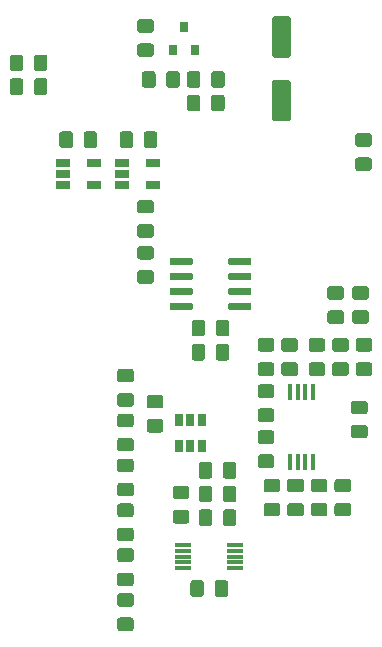
<source format=gbr>
%TF.GenerationSoftware,KiCad,Pcbnew,(5.1.5)-2*%
%TF.CreationDate,2020-03-16T23:46:07+13:00*%
%TF.ProjectId,RGB-to-component,5247422d-746f-42d6-936f-6d706f6e656e,rev?*%
%TF.SameCoordinates,Original*%
%TF.FileFunction,Paste,Top*%
%TF.FilePolarity,Positive*%
%FSLAX46Y46*%
G04 Gerber Fmt 4.6, Leading zero omitted, Abs format (unit mm)*
G04 Created by KiCad (PCBNEW (5.1.5)-2) date 2020-03-16 23:46:07*
%MOMM*%
%LPD*%
G04 APERTURE LIST*
%ADD10R,1.400000X0.300000*%
%ADD11C,0.100000*%
%ADD12R,0.450000X1.450000*%
%ADD13R,0.650000X1.060000*%
%ADD14R,0.800000X0.900000*%
%ADD15R,1.220000X0.650000*%
G04 APERTURE END LIST*
D10*
X47100000Y-87000000D03*
X47100000Y-87500000D03*
X47100000Y-88000000D03*
X47100000Y-88500000D03*
X47100000Y-89000000D03*
X42700000Y-89000000D03*
X42700000Y-88500000D03*
X42700000Y-88000000D03*
X42700000Y-87500000D03*
X42700000Y-87000000D03*
D11*
G36*
X58424505Y-54201204D02*
G01*
X58448773Y-54204804D01*
X58472572Y-54210765D01*
X58495671Y-54219030D01*
X58517850Y-54229520D01*
X58538893Y-54242132D01*
X58558599Y-54256747D01*
X58576777Y-54273223D01*
X58593253Y-54291401D01*
X58607868Y-54311107D01*
X58620480Y-54332150D01*
X58630970Y-54354329D01*
X58639235Y-54377428D01*
X58645196Y-54401227D01*
X58648796Y-54425495D01*
X58650000Y-54449999D01*
X58650000Y-55100001D01*
X58648796Y-55124505D01*
X58645196Y-55148773D01*
X58639235Y-55172572D01*
X58630970Y-55195671D01*
X58620480Y-55217850D01*
X58607868Y-55238893D01*
X58593253Y-55258599D01*
X58576777Y-55276777D01*
X58558599Y-55293253D01*
X58538893Y-55307868D01*
X58517850Y-55320480D01*
X58495671Y-55330970D01*
X58472572Y-55339235D01*
X58448773Y-55345196D01*
X58424505Y-55348796D01*
X58400001Y-55350000D01*
X57499999Y-55350000D01*
X57475495Y-55348796D01*
X57451227Y-55345196D01*
X57427428Y-55339235D01*
X57404329Y-55330970D01*
X57382150Y-55320480D01*
X57361107Y-55307868D01*
X57341401Y-55293253D01*
X57323223Y-55276777D01*
X57306747Y-55258599D01*
X57292132Y-55238893D01*
X57279520Y-55217850D01*
X57269030Y-55195671D01*
X57260765Y-55172572D01*
X57254804Y-55148773D01*
X57251204Y-55124505D01*
X57250000Y-55100001D01*
X57250000Y-54449999D01*
X57251204Y-54425495D01*
X57254804Y-54401227D01*
X57260765Y-54377428D01*
X57269030Y-54354329D01*
X57279520Y-54332150D01*
X57292132Y-54311107D01*
X57306747Y-54291401D01*
X57323223Y-54273223D01*
X57341401Y-54256747D01*
X57361107Y-54242132D01*
X57382150Y-54229520D01*
X57404329Y-54219030D01*
X57427428Y-54210765D01*
X57451227Y-54204804D01*
X57475495Y-54201204D01*
X57499999Y-54200000D01*
X58400001Y-54200000D01*
X58424505Y-54201204D01*
G37*
G36*
X58424505Y-52151204D02*
G01*
X58448773Y-52154804D01*
X58472572Y-52160765D01*
X58495671Y-52169030D01*
X58517850Y-52179520D01*
X58538893Y-52192132D01*
X58558599Y-52206747D01*
X58576777Y-52223223D01*
X58593253Y-52241401D01*
X58607868Y-52261107D01*
X58620480Y-52282150D01*
X58630970Y-52304329D01*
X58639235Y-52327428D01*
X58645196Y-52351227D01*
X58648796Y-52375495D01*
X58650000Y-52399999D01*
X58650000Y-53050001D01*
X58648796Y-53074505D01*
X58645196Y-53098773D01*
X58639235Y-53122572D01*
X58630970Y-53145671D01*
X58620480Y-53167850D01*
X58607868Y-53188893D01*
X58593253Y-53208599D01*
X58576777Y-53226777D01*
X58558599Y-53243253D01*
X58538893Y-53257868D01*
X58517850Y-53270480D01*
X58495671Y-53280970D01*
X58472572Y-53289235D01*
X58448773Y-53295196D01*
X58424505Y-53298796D01*
X58400001Y-53300000D01*
X57499999Y-53300000D01*
X57475495Y-53298796D01*
X57451227Y-53295196D01*
X57427428Y-53289235D01*
X57404329Y-53280970D01*
X57382150Y-53270480D01*
X57361107Y-53257868D01*
X57341401Y-53243253D01*
X57323223Y-53226777D01*
X57306747Y-53208599D01*
X57292132Y-53188893D01*
X57279520Y-53167850D01*
X57269030Y-53145671D01*
X57260765Y-53122572D01*
X57254804Y-53098773D01*
X57251204Y-53074505D01*
X57250000Y-53050001D01*
X57250000Y-52399999D01*
X57251204Y-52375495D01*
X57254804Y-52351227D01*
X57260765Y-52327428D01*
X57269030Y-52304329D01*
X57279520Y-52282150D01*
X57292132Y-52261107D01*
X57306747Y-52241401D01*
X57323223Y-52223223D01*
X57341401Y-52206747D01*
X57361107Y-52192132D01*
X57382150Y-52179520D01*
X57404329Y-52169030D01*
X57427428Y-52160765D01*
X57451227Y-52154804D01*
X57475495Y-52151204D01*
X57499999Y-52150000D01*
X58400001Y-52150000D01*
X58424505Y-52151204D01*
G37*
G36*
X58174505Y-67151204D02*
G01*
X58198773Y-67154804D01*
X58222572Y-67160765D01*
X58245671Y-67169030D01*
X58267850Y-67179520D01*
X58288893Y-67192132D01*
X58308599Y-67206747D01*
X58326777Y-67223223D01*
X58343253Y-67241401D01*
X58357868Y-67261107D01*
X58370480Y-67282150D01*
X58380970Y-67304329D01*
X58389235Y-67327428D01*
X58395196Y-67351227D01*
X58398796Y-67375495D01*
X58400000Y-67399999D01*
X58400000Y-68050001D01*
X58398796Y-68074505D01*
X58395196Y-68098773D01*
X58389235Y-68122572D01*
X58380970Y-68145671D01*
X58370480Y-68167850D01*
X58357868Y-68188893D01*
X58343253Y-68208599D01*
X58326777Y-68226777D01*
X58308599Y-68243253D01*
X58288893Y-68257868D01*
X58267850Y-68270480D01*
X58245671Y-68280970D01*
X58222572Y-68289235D01*
X58198773Y-68295196D01*
X58174505Y-68298796D01*
X58150001Y-68300000D01*
X57249999Y-68300000D01*
X57225495Y-68298796D01*
X57201227Y-68295196D01*
X57177428Y-68289235D01*
X57154329Y-68280970D01*
X57132150Y-68270480D01*
X57111107Y-68257868D01*
X57091401Y-68243253D01*
X57073223Y-68226777D01*
X57056747Y-68208599D01*
X57042132Y-68188893D01*
X57029520Y-68167850D01*
X57019030Y-68145671D01*
X57010765Y-68122572D01*
X57004804Y-68098773D01*
X57001204Y-68074505D01*
X57000000Y-68050001D01*
X57000000Y-67399999D01*
X57001204Y-67375495D01*
X57004804Y-67351227D01*
X57010765Y-67327428D01*
X57019030Y-67304329D01*
X57029520Y-67282150D01*
X57042132Y-67261107D01*
X57056747Y-67241401D01*
X57073223Y-67223223D01*
X57091401Y-67206747D01*
X57111107Y-67192132D01*
X57132150Y-67179520D01*
X57154329Y-67169030D01*
X57177428Y-67160765D01*
X57201227Y-67154804D01*
X57225495Y-67151204D01*
X57249999Y-67150000D01*
X58150001Y-67150000D01*
X58174505Y-67151204D01*
G37*
G36*
X58174505Y-65101204D02*
G01*
X58198773Y-65104804D01*
X58222572Y-65110765D01*
X58245671Y-65119030D01*
X58267850Y-65129520D01*
X58288893Y-65142132D01*
X58308599Y-65156747D01*
X58326777Y-65173223D01*
X58343253Y-65191401D01*
X58357868Y-65211107D01*
X58370480Y-65232150D01*
X58380970Y-65254329D01*
X58389235Y-65277428D01*
X58395196Y-65301227D01*
X58398796Y-65325495D01*
X58400000Y-65349999D01*
X58400000Y-66000001D01*
X58398796Y-66024505D01*
X58395196Y-66048773D01*
X58389235Y-66072572D01*
X58380970Y-66095671D01*
X58370480Y-66117850D01*
X58357868Y-66138893D01*
X58343253Y-66158599D01*
X58326777Y-66176777D01*
X58308599Y-66193253D01*
X58288893Y-66207868D01*
X58267850Y-66220480D01*
X58245671Y-66230970D01*
X58222572Y-66239235D01*
X58198773Y-66245196D01*
X58174505Y-66248796D01*
X58150001Y-66250000D01*
X57249999Y-66250000D01*
X57225495Y-66248796D01*
X57201227Y-66245196D01*
X57177428Y-66239235D01*
X57154329Y-66230970D01*
X57132150Y-66220480D01*
X57111107Y-66207868D01*
X57091401Y-66193253D01*
X57073223Y-66176777D01*
X57056747Y-66158599D01*
X57042132Y-66138893D01*
X57029520Y-66117850D01*
X57019030Y-66095671D01*
X57010765Y-66072572D01*
X57004804Y-66048773D01*
X57001204Y-66024505D01*
X57000000Y-66000001D01*
X57000000Y-65349999D01*
X57001204Y-65325495D01*
X57004804Y-65301227D01*
X57010765Y-65277428D01*
X57019030Y-65254329D01*
X57029520Y-65232150D01*
X57042132Y-65211107D01*
X57056747Y-65191401D01*
X57073223Y-65173223D01*
X57091401Y-65156747D01*
X57111107Y-65142132D01*
X57132150Y-65129520D01*
X57154329Y-65119030D01*
X57177428Y-65110765D01*
X57201227Y-65104804D01*
X57225495Y-65101204D01*
X57249999Y-65100000D01*
X58150001Y-65100000D01*
X58174505Y-65101204D01*
G37*
G36*
X58074505Y-74801204D02*
G01*
X58098773Y-74804804D01*
X58122572Y-74810765D01*
X58145671Y-74819030D01*
X58167850Y-74829520D01*
X58188893Y-74842132D01*
X58208599Y-74856747D01*
X58226777Y-74873223D01*
X58243253Y-74891401D01*
X58257868Y-74911107D01*
X58270480Y-74932150D01*
X58280970Y-74954329D01*
X58289235Y-74977428D01*
X58295196Y-75001227D01*
X58298796Y-75025495D01*
X58300000Y-75049999D01*
X58300000Y-75700001D01*
X58298796Y-75724505D01*
X58295196Y-75748773D01*
X58289235Y-75772572D01*
X58280970Y-75795671D01*
X58270480Y-75817850D01*
X58257868Y-75838893D01*
X58243253Y-75858599D01*
X58226777Y-75876777D01*
X58208599Y-75893253D01*
X58188893Y-75907868D01*
X58167850Y-75920480D01*
X58145671Y-75930970D01*
X58122572Y-75939235D01*
X58098773Y-75945196D01*
X58074505Y-75948796D01*
X58050001Y-75950000D01*
X57149999Y-75950000D01*
X57125495Y-75948796D01*
X57101227Y-75945196D01*
X57077428Y-75939235D01*
X57054329Y-75930970D01*
X57032150Y-75920480D01*
X57011107Y-75907868D01*
X56991401Y-75893253D01*
X56973223Y-75876777D01*
X56956747Y-75858599D01*
X56942132Y-75838893D01*
X56929520Y-75817850D01*
X56919030Y-75795671D01*
X56910765Y-75772572D01*
X56904804Y-75748773D01*
X56901204Y-75724505D01*
X56900000Y-75700001D01*
X56900000Y-75049999D01*
X56901204Y-75025495D01*
X56904804Y-75001227D01*
X56910765Y-74977428D01*
X56919030Y-74954329D01*
X56929520Y-74932150D01*
X56942132Y-74911107D01*
X56956747Y-74891401D01*
X56973223Y-74873223D01*
X56991401Y-74856747D01*
X57011107Y-74842132D01*
X57032150Y-74829520D01*
X57054329Y-74819030D01*
X57077428Y-74810765D01*
X57101227Y-74804804D01*
X57125495Y-74801204D01*
X57149999Y-74800000D01*
X58050001Y-74800000D01*
X58074505Y-74801204D01*
G37*
G36*
X58074505Y-76851204D02*
G01*
X58098773Y-76854804D01*
X58122572Y-76860765D01*
X58145671Y-76869030D01*
X58167850Y-76879520D01*
X58188893Y-76892132D01*
X58208599Y-76906747D01*
X58226777Y-76923223D01*
X58243253Y-76941401D01*
X58257868Y-76961107D01*
X58270480Y-76982150D01*
X58280970Y-77004329D01*
X58289235Y-77027428D01*
X58295196Y-77051227D01*
X58298796Y-77075495D01*
X58300000Y-77099999D01*
X58300000Y-77750001D01*
X58298796Y-77774505D01*
X58295196Y-77798773D01*
X58289235Y-77822572D01*
X58280970Y-77845671D01*
X58270480Y-77867850D01*
X58257868Y-77888893D01*
X58243253Y-77908599D01*
X58226777Y-77926777D01*
X58208599Y-77943253D01*
X58188893Y-77957868D01*
X58167850Y-77970480D01*
X58145671Y-77980970D01*
X58122572Y-77989235D01*
X58098773Y-77995196D01*
X58074505Y-77998796D01*
X58050001Y-78000000D01*
X57149999Y-78000000D01*
X57125495Y-77998796D01*
X57101227Y-77995196D01*
X57077428Y-77989235D01*
X57054329Y-77980970D01*
X57032150Y-77970480D01*
X57011107Y-77957868D01*
X56991401Y-77943253D01*
X56973223Y-77926777D01*
X56956747Y-77908599D01*
X56942132Y-77888893D01*
X56929520Y-77867850D01*
X56919030Y-77845671D01*
X56910765Y-77822572D01*
X56904804Y-77798773D01*
X56901204Y-77774505D01*
X56900000Y-77750001D01*
X56900000Y-77099999D01*
X56901204Y-77075495D01*
X56904804Y-77051227D01*
X56910765Y-77027428D01*
X56919030Y-77004329D01*
X56929520Y-76982150D01*
X56942132Y-76961107D01*
X56956747Y-76941401D01*
X56973223Y-76923223D01*
X56991401Y-76906747D01*
X57011107Y-76892132D01*
X57032150Y-76879520D01*
X57054329Y-76869030D01*
X57077428Y-76860765D01*
X57101227Y-76854804D01*
X57125495Y-76851204D01*
X57149999Y-76850000D01*
X58050001Y-76850000D01*
X58074505Y-76851204D01*
G37*
G36*
X56074505Y-67151204D02*
G01*
X56098773Y-67154804D01*
X56122572Y-67160765D01*
X56145671Y-67169030D01*
X56167850Y-67179520D01*
X56188893Y-67192132D01*
X56208599Y-67206747D01*
X56226777Y-67223223D01*
X56243253Y-67241401D01*
X56257868Y-67261107D01*
X56270480Y-67282150D01*
X56280970Y-67304329D01*
X56289235Y-67327428D01*
X56295196Y-67351227D01*
X56298796Y-67375495D01*
X56300000Y-67399999D01*
X56300000Y-68050001D01*
X56298796Y-68074505D01*
X56295196Y-68098773D01*
X56289235Y-68122572D01*
X56280970Y-68145671D01*
X56270480Y-68167850D01*
X56257868Y-68188893D01*
X56243253Y-68208599D01*
X56226777Y-68226777D01*
X56208599Y-68243253D01*
X56188893Y-68257868D01*
X56167850Y-68270480D01*
X56145671Y-68280970D01*
X56122572Y-68289235D01*
X56098773Y-68295196D01*
X56074505Y-68298796D01*
X56050001Y-68300000D01*
X55149999Y-68300000D01*
X55125495Y-68298796D01*
X55101227Y-68295196D01*
X55077428Y-68289235D01*
X55054329Y-68280970D01*
X55032150Y-68270480D01*
X55011107Y-68257868D01*
X54991401Y-68243253D01*
X54973223Y-68226777D01*
X54956747Y-68208599D01*
X54942132Y-68188893D01*
X54929520Y-68167850D01*
X54919030Y-68145671D01*
X54910765Y-68122572D01*
X54904804Y-68098773D01*
X54901204Y-68074505D01*
X54900000Y-68050001D01*
X54900000Y-67399999D01*
X54901204Y-67375495D01*
X54904804Y-67351227D01*
X54910765Y-67327428D01*
X54919030Y-67304329D01*
X54929520Y-67282150D01*
X54942132Y-67261107D01*
X54956747Y-67241401D01*
X54973223Y-67223223D01*
X54991401Y-67206747D01*
X55011107Y-67192132D01*
X55032150Y-67179520D01*
X55054329Y-67169030D01*
X55077428Y-67160765D01*
X55101227Y-67154804D01*
X55125495Y-67151204D01*
X55149999Y-67150000D01*
X56050001Y-67150000D01*
X56074505Y-67151204D01*
G37*
G36*
X56074505Y-65101204D02*
G01*
X56098773Y-65104804D01*
X56122572Y-65110765D01*
X56145671Y-65119030D01*
X56167850Y-65129520D01*
X56188893Y-65142132D01*
X56208599Y-65156747D01*
X56226777Y-65173223D01*
X56243253Y-65191401D01*
X56257868Y-65211107D01*
X56270480Y-65232150D01*
X56280970Y-65254329D01*
X56289235Y-65277428D01*
X56295196Y-65301227D01*
X56298796Y-65325495D01*
X56300000Y-65349999D01*
X56300000Y-66000001D01*
X56298796Y-66024505D01*
X56295196Y-66048773D01*
X56289235Y-66072572D01*
X56280970Y-66095671D01*
X56270480Y-66117850D01*
X56257868Y-66138893D01*
X56243253Y-66158599D01*
X56226777Y-66176777D01*
X56208599Y-66193253D01*
X56188893Y-66207868D01*
X56167850Y-66220480D01*
X56145671Y-66230970D01*
X56122572Y-66239235D01*
X56098773Y-66245196D01*
X56074505Y-66248796D01*
X56050001Y-66250000D01*
X55149999Y-66250000D01*
X55125495Y-66248796D01*
X55101227Y-66245196D01*
X55077428Y-66239235D01*
X55054329Y-66230970D01*
X55032150Y-66220480D01*
X55011107Y-66207868D01*
X54991401Y-66193253D01*
X54973223Y-66176777D01*
X54956747Y-66158599D01*
X54942132Y-66138893D01*
X54929520Y-66117850D01*
X54919030Y-66095671D01*
X54910765Y-66072572D01*
X54904804Y-66048773D01*
X54901204Y-66024505D01*
X54900000Y-66000001D01*
X54900000Y-65349999D01*
X54901204Y-65325495D01*
X54904804Y-65301227D01*
X54910765Y-65277428D01*
X54919030Y-65254329D01*
X54929520Y-65232150D01*
X54942132Y-65211107D01*
X54956747Y-65191401D01*
X54973223Y-65173223D01*
X54991401Y-65156747D01*
X55011107Y-65142132D01*
X55032150Y-65129520D01*
X55054329Y-65119030D01*
X55077428Y-65110765D01*
X55101227Y-65104804D01*
X55125495Y-65101204D01*
X55149999Y-65100000D01*
X56050001Y-65100000D01*
X56074505Y-65101204D01*
G37*
D12*
X51725000Y-74050000D03*
X52375000Y-74050000D03*
X53025000Y-74050000D03*
X53675000Y-74050000D03*
X53675000Y-79950000D03*
X53025000Y-79950000D03*
X52375000Y-79950000D03*
X51725000Y-79950000D03*
D11*
G36*
X40774505Y-74301204D02*
G01*
X40798773Y-74304804D01*
X40822572Y-74310765D01*
X40845671Y-74319030D01*
X40867850Y-74329520D01*
X40888893Y-74342132D01*
X40908599Y-74356747D01*
X40926777Y-74373223D01*
X40943253Y-74391401D01*
X40957868Y-74411107D01*
X40970480Y-74432150D01*
X40980970Y-74454329D01*
X40989235Y-74477428D01*
X40995196Y-74501227D01*
X40998796Y-74525495D01*
X41000000Y-74549999D01*
X41000000Y-75200001D01*
X40998796Y-75224505D01*
X40995196Y-75248773D01*
X40989235Y-75272572D01*
X40980970Y-75295671D01*
X40970480Y-75317850D01*
X40957868Y-75338893D01*
X40943253Y-75358599D01*
X40926777Y-75376777D01*
X40908599Y-75393253D01*
X40888893Y-75407868D01*
X40867850Y-75420480D01*
X40845671Y-75430970D01*
X40822572Y-75439235D01*
X40798773Y-75445196D01*
X40774505Y-75448796D01*
X40750001Y-75450000D01*
X39849999Y-75450000D01*
X39825495Y-75448796D01*
X39801227Y-75445196D01*
X39777428Y-75439235D01*
X39754329Y-75430970D01*
X39732150Y-75420480D01*
X39711107Y-75407868D01*
X39691401Y-75393253D01*
X39673223Y-75376777D01*
X39656747Y-75358599D01*
X39642132Y-75338893D01*
X39629520Y-75317850D01*
X39619030Y-75295671D01*
X39610765Y-75272572D01*
X39604804Y-75248773D01*
X39601204Y-75224505D01*
X39600000Y-75200001D01*
X39600000Y-74549999D01*
X39601204Y-74525495D01*
X39604804Y-74501227D01*
X39610765Y-74477428D01*
X39619030Y-74454329D01*
X39629520Y-74432150D01*
X39642132Y-74411107D01*
X39656747Y-74391401D01*
X39673223Y-74373223D01*
X39691401Y-74356747D01*
X39711107Y-74342132D01*
X39732150Y-74329520D01*
X39754329Y-74319030D01*
X39777428Y-74310765D01*
X39801227Y-74304804D01*
X39825495Y-74301204D01*
X39849999Y-74300000D01*
X40750001Y-74300000D01*
X40774505Y-74301204D01*
G37*
G36*
X40774505Y-76351204D02*
G01*
X40798773Y-76354804D01*
X40822572Y-76360765D01*
X40845671Y-76369030D01*
X40867850Y-76379520D01*
X40888893Y-76392132D01*
X40908599Y-76406747D01*
X40926777Y-76423223D01*
X40943253Y-76441401D01*
X40957868Y-76461107D01*
X40970480Y-76482150D01*
X40980970Y-76504329D01*
X40989235Y-76527428D01*
X40995196Y-76551227D01*
X40998796Y-76575495D01*
X41000000Y-76599999D01*
X41000000Y-77250001D01*
X40998796Y-77274505D01*
X40995196Y-77298773D01*
X40989235Y-77322572D01*
X40980970Y-77345671D01*
X40970480Y-77367850D01*
X40957868Y-77388893D01*
X40943253Y-77408599D01*
X40926777Y-77426777D01*
X40908599Y-77443253D01*
X40888893Y-77457868D01*
X40867850Y-77470480D01*
X40845671Y-77480970D01*
X40822572Y-77489235D01*
X40798773Y-77495196D01*
X40774505Y-77498796D01*
X40750001Y-77500000D01*
X39849999Y-77500000D01*
X39825495Y-77498796D01*
X39801227Y-77495196D01*
X39777428Y-77489235D01*
X39754329Y-77480970D01*
X39732150Y-77470480D01*
X39711107Y-77457868D01*
X39691401Y-77443253D01*
X39673223Y-77426777D01*
X39656747Y-77408599D01*
X39642132Y-77388893D01*
X39629520Y-77367850D01*
X39619030Y-77345671D01*
X39610765Y-77322572D01*
X39604804Y-77298773D01*
X39601204Y-77274505D01*
X39600000Y-77250001D01*
X39600000Y-76599999D01*
X39601204Y-76575495D01*
X39604804Y-76551227D01*
X39610765Y-76527428D01*
X39619030Y-76504329D01*
X39629520Y-76482150D01*
X39642132Y-76461107D01*
X39656747Y-76441401D01*
X39673223Y-76423223D01*
X39691401Y-76406747D01*
X39711107Y-76392132D01*
X39732150Y-76379520D01*
X39754329Y-76369030D01*
X39777428Y-76360765D01*
X39801227Y-76354804D01*
X39825495Y-76351204D01*
X39849999Y-76350000D01*
X40750001Y-76350000D01*
X40774505Y-76351204D01*
G37*
D13*
X43300000Y-78600000D03*
X44250000Y-78600000D03*
X42350000Y-78600000D03*
X42350000Y-76400000D03*
X43300000Y-76400000D03*
X44250000Y-76400000D03*
D11*
G36*
X56474505Y-71551204D02*
G01*
X56498773Y-71554804D01*
X56522572Y-71560765D01*
X56545671Y-71569030D01*
X56567850Y-71579520D01*
X56588893Y-71592132D01*
X56608599Y-71606747D01*
X56626777Y-71623223D01*
X56643253Y-71641401D01*
X56657868Y-71661107D01*
X56670480Y-71682150D01*
X56680970Y-71704329D01*
X56689235Y-71727428D01*
X56695196Y-71751227D01*
X56698796Y-71775495D01*
X56700000Y-71799999D01*
X56700000Y-72450001D01*
X56698796Y-72474505D01*
X56695196Y-72498773D01*
X56689235Y-72522572D01*
X56680970Y-72545671D01*
X56670480Y-72567850D01*
X56657868Y-72588893D01*
X56643253Y-72608599D01*
X56626777Y-72626777D01*
X56608599Y-72643253D01*
X56588893Y-72657868D01*
X56567850Y-72670480D01*
X56545671Y-72680970D01*
X56522572Y-72689235D01*
X56498773Y-72695196D01*
X56474505Y-72698796D01*
X56450001Y-72700000D01*
X55549999Y-72700000D01*
X55525495Y-72698796D01*
X55501227Y-72695196D01*
X55477428Y-72689235D01*
X55454329Y-72680970D01*
X55432150Y-72670480D01*
X55411107Y-72657868D01*
X55391401Y-72643253D01*
X55373223Y-72626777D01*
X55356747Y-72608599D01*
X55342132Y-72588893D01*
X55329520Y-72567850D01*
X55319030Y-72545671D01*
X55310765Y-72522572D01*
X55304804Y-72498773D01*
X55301204Y-72474505D01*
X55300000Y-72450001D01*
X55300000Y-71799999D01*
X55301204Y-71775495D01*
X55304804Y-71751227D01*
X55310765Y-71727428D01*
X55319030Y-71704329D01*
X55329520Y-71682150D01*
X55342132Y-71661107D01*
X55356747Y-71641401D01*
X55373223Y-71623223D01*
X55391401Y-71606747D01*
X55411107Y-71592132D01*
X55432150Y-71579520D01*
X55454329Y-71569030D01*
X55477428Y-71560765D01*
X55501227Y-71554804D01*
X55525495Y-71551204D01*
X55549999Y-71550000D01*
X56450001Y-71550000D01*
X56474505Y-71551204D01*
G37*
G36*
X56474505Y-69501204D02*
G01*
X56498773Y-69504804D01*
X56522572Y-69510765D01*
X56545671Y-69519030D01*
X56567850Y-69529520D01*
X56588893Y-69542132D01*
X56608599Y-69556747D01*
X56626777Y-69573223D01*
X56643253Y-69591401D01*
X56657868Y-69611107D01*
X56670480Y-69632150D01*
X56680970Y-69654329D01*
X56689235Y-69677428D01*
X56695196Y-69701227D01*
X56698796Y-69725495D01*
X56700000Y-69749999D01*
X56700000Y-70400001D01*
X56698796Y-70424505D01*
X56695196Y-70448773D01*
X56689235Y-70472572D01*
X56680970Y-70495671D01*
X56670480Y-70517850D01*
X56657868Y-70538893D01*
X56643253Y-70558599D01*
X56626777Y-70576777D01*
X56608599Y-70593253D01*
X56588893Y-70607868D01*
X56567850Y-70620480D01*
X56545671Y-70630970D01*
X56522572Y-70639235D01*
X56498773Y-70645196D01*
X56474505Y-70648796D01*
X56450001Y-70650000D01*
X55549999Y-70650000D01*
X55525495Y-70648796D01*
X55501227Y-70645196D01*
X55477428Y-70639235D01*
X55454329Y-70630970D01*
X55432150Y-70620480D01*
X55411107Y-70607868D01*
X55391401Y-70593253D01*
X55373223Y-70576777D01*
X55356747Y-70558599D01*
X55342132Y-70538893D01*
X55329520Y-70517850D01*
X55319030Y-70495671D01*
X55310765Y-70472572D01*
X55304804Y-70448773D01*
X55301204Y-70424505D01*
X55300000Y-70400001D01*
X55300000Y-69749999D01*
X55301204Y-69725495D01*
X55304804Y-69701227D01*
X55310765Y-69677428D01*
X55319030Y-69654329D01*
X55329520Y-69632150D01*
X55342132Y-69611107D01*
X55356747Y-69591401D01*
X55373223Y-69573223D01*
X55391401Y-69556747D01*
X55411107Y-69542132D01*
X55432150Y-69529520D01*
X55454329Y-69519030D01*
X55477428Y-69510765D01*
X55501227Y-69504804D01*
X55525495Y-69501204D01*
X55549999Y-69500000D01*
X56450001Y-69500000D01*
X56474505Y-69501204D01*
G37*
G36*
X58474505Y-71551204D02*
G01*
X58498773Y-71554804D01*
X58522572Y-71560765D01*
X58545671Y-71569030D01*
X58567850Y-71579520D01*
X58588893Y-71592132D01*
X58608599Y-71606747D01*
X58626777Y-71623223D01*
X58643253Y-71641401D01*
X58657868Y-71661107D01*
X58670480Y-71682150D01*
X58680970Y-71704329D01*
X58689235Y-71727428D01*
X58695196Y-71751227D01*
X58698796Y-71775495D01*
X58700000Y-71799999D01*
X58700000Y-72450001D01*
X58698796Y-72474505D01*
X58695196Y-72498773D01*
X58689235Y-72522572D01*
X58680970Y-72545671D01*
X58670480Y-72567850D01*
X58657868Y-72588893D01*
X58643253Y-72608599D01*
X58626777Y-72626777D01*
X58608599Y-72643253D01*
X58588893Y-72657868D01*
X58567850Y-72670480D01*
X58545671Y-72680970D01*
X58522572Y-72689235D01*
X58498773Y-72695196D01*
X58474505Y-72698796D01*
X58450001Y-72700000D01*
X57549999Y-72700000D01*
X57525495Y-72698796D01*
X57501227Y-72695196D01*
X57477428Y-72689235D01*
X57454329Y-72680970D01*
X57432150Y-72670480D01*
X57411107Y-72657868D01*
X57391401Y-72643253D01*
X57373223Y-72626777D01*
X57356747Y-72608599D01*
X57342132Y-72588893D01*
X57329520Y-72567850D01*
X57319030Y-72545671D01*
X57310765Y-72522572D01*
X57304804Y-72498773D01*
X57301204Y-72474505D01*
X57300000Y-72450001D01*
X57300000Y-71799999D01*
X57301204Y-71775495D01*
X57304804Y-71751227D01*
X57310765Y-71727428D01*
X57319030Y-71704329D01*
X57329520Y-71682150D01*
X57342132Y-71661107D01*
X57356747Y-71641401D01*
X57373223Y-71623223D01*
X57391401Y-71606747D01*
X57411107Y-71592132D01*
X57432150Y-71579520D01*
X57454329Y-71569030D01*
X57477428Y-71560765D01*
X57501227Y-71554804D01*
X57525495Y-71551204D01*
X57549999Y-71550000D01*
X58450001Y-71550000D01*
X58474505Y-71551204D01*
G37*
G36*
X58474505Y-69501204D02*
G01*
X58498773Y-69504804D01*
X58522572Y-69510765D01*
X58545671Y-69519030D01*
X58567850Y-69529520D01*
X58588893Y-69542132D01*
X58608599Y-69556747D01*
X58626777Y-69573223D01*
X58643253Y-69591401D01*
X58657868Y-69611107D01*
X58670480Y-69632150D01*
X58680970Y-69654329D01*
X58689235Y-69677428D01*
X58695196Y-69701227D01*
X58698796Y-69725495D01*
X58700000Y-69749999D01*
X58700000Y-70400001D01*
X58698796Y-70424505D01*
X58695196Y-70448773D01*
X58689235Y-70472572D01*
X58680970Y-70495671D01*
X58670480Y-70517850D01*
X58657868Y-70538893D01*
X58643253Y-70558599D01*
X58626777Y-70576777D01*
X58608599Y-70593253D01*
X58588893Y-70607868D01*
X58567850Y-70620480D01*
X58545671Y-70630970D01*
X58522572Y-70639235D01*
X58498773Y-70645196D01*
X58474505Y-70648796D01*
X58450001Y-70650000D01*
X57549999Y-70650000D01*
X57525495Y-70648796D01*
X57501227Y-70645196D01*
X57477428Y-70639235D01*
X57454329Y-70630970D01*
X57432150Y-70620480D01*
X57411107Y-70607868D01*
X57391401Y-70593253D01*
X57373223Y-70576777D01*
X57356747Y-70558599D01*
X57342132Y-70538893D01*
X57329520Y-70517850D01*
X57319030Y-70495671D01*
X57310765Y-70472572D01*
X57304804Y-70448773D01*
X57301204Y-70424505D01*
X57300000Y-70400001D01*
X57300000Y-69749999D01*
X57301204Y-69725495D01*
X57304804Y-69701227D01*
X57310765Y-69677428D01*
X57319030Y-69654329D01*
X57329520Y-69632150D01*
X57342132Y-69611107D01*
X57356747Y-69591401D01*
X57373223Y-69573223D01*
X57391401Y-69556747D01*
X57411107Y-69542132D01*
X57432150Y-69529520D01*
X57454329Y-69519030D01*
X57477428Y-69510765D01*
X57501227Y-69504804D01*
X57525495Y-69501204D01*
X57549999Y-69500000D01*
X58450001Y-69500000D01*
X58474505Y-69501204D01*
G37*
G36*
X54474505Y-71551204D02*
G01*
X54498773Y-71554804D01*
X54522572Y-71560765D01*
X54545671Y-71569030D01*
X54567850Y-71579520D01*
X54588893Y-71592132D01*
X54608599Y-71606747D01*
X54626777Y-71623223D01*
X54643253Y-71641401D01*
X54657868Y-71661107D01*
X54670480Y-71682150D01*
X54680970Y-71704329D01*
X54689235Y-71727428D01*
X54695196Y-71751227D01*
X54698796Y-71775495D01*
X54700000Y-71799999D01*
X54700000Y-72450001D01*
X54698796Y-72474505D01*
X54695196Y-72498773D01*
X54689235Y-72522572D01*
X54680970Y-72545671D01*
X54670480Y-72567850D01*
X54657868Y-72588893D01*
X54643253Y-72608599D01*
X54626777Y-72626777D01*
X54608599Y-72643253D01*
X54588893Y-72657868D01*
X54567850Y-72670480D01*
X54545671Y-72680970D01*
X54522572Y-72689235D01*
X54498773Y-72695196D01*
X54474505Y-72698796D01*
X54450001Y-72700000D01*
X53549999Y-72700000D01*
X53525495Y-72698796D01*
X53501227Y-72695196D01*
X53477428Y-72689235D01*
X53454329Y-72680970D01*
X53432150Y-72670480D01*
X53411107Y-72657868D01*
X53391401Y-72643253D01*
X53373223Y-72626777D01*
X53356747Y-72608599D01*
X53342132Y-72588893D01*
X53329520Y-72567850D01*
X53319030Y-72545671D01*
X53310765Y-72522572D01*
X53304804Y-72498773D01*
X53301204Y-72474505D01*
X53300000Y-72450001D01*
X53300000Y-71799999D01*
X53301204Y-71775495D01*
X53304804Y-71751227D01*
X53310765Y-71727428D01*
X53319030Y-71704329D01*
X53329520Y-71682150D01*
X53342132Y-71661107D01*
X53356747Y-71641401D01*
X53373223Y-71623223D01*
X53391401Y-71606747D01*
X53411107Y-71592132D01*
X53432150Y-71579520D01*
X53454329Y-71569030D01*
X53477428Y-71560765D01*
X53501227Y-71554804D01*
X53525495Y-71551204D01*
X53549999Y-71550000D01*
X54450001Y-71550000D01*
X54474505Y-71551204D01*
G37*
G36*
X54474505Y-69501204D02*
G01*
X54498773Y-69504804D01*
X54522572Y-69510765D01*
X54545671Y-69519030D01*
X54567850Y-69529520D01*
X54588893Y-69542132D01*
X54608599Y-69556747D01*
X54626777Y-69573223D01*
X54643253Y-69591401D01*
X54657868Y-69611107D01*
X54670480Y-69632150D01*
X54680970Y-69654329D01*
X54689235Y-69677428D01*
X54695196Y-69701227D01*
X54698796Y-69725495D01*
X54700000Y-69749999D01*
X54700000Y-70400001D01*
X54698796Y-70424505D01*
X54695196Y-70448773D01*
X54689235Y-70472572D01*
X54680970Y-70495671D01*
X54670480Y-70517850D01*
X54657868Y-70538893D01*
X54643253Y-70558599D01*
X54626777Y-70576777D01*
X54608599Y-70593253D01*
X54588893Y-70607868D01*
X54567850Y-70620480D01*
X54545671Y-70630970D01*
X54522572Y-70639235D01*
X54498773Y-70645196D01*
X54474505Y-70648796D01*
X54450001Y-70650000D01*
X53549999Y-70650000D01*
X53525495Y-70648796D01*
X53501227Y-70645196D01*
X53477428Y-70639235D01*
X53454329Y-70630970D01*
X53432150Y-70620480D01*
X53411107Y-70607868D01*
X53391401Y-70593253D01*
X53373223Y-70576777D01*
X53356747Y-70558599D01*
X53342132Y-70538893D01*
X53329520Y-70517850D01*
X53319030Y-70495671D01*
X53310765Y-70472572D01*
X53304804Y-70448773D01*
X53301204Y-70424505D01*
X53300000Y-70400001D01*
X53300000Y-69749999D01*
X53301204Y-69725495D01*
X53304804Y-69701227D01*
X53310765Y-69677428D01*
X53319030Y-69654329D01*
X53329520Y-69632150D01*
X53342132Y-69611107D01*
X53356747Y-69591401D01*
X53373223Y-69573223D01*
X53391401Y-69556747D01*
X53411107Y-69542132D01*
X53432150Y-69529520D01*
X53454329Y-69519030D01*
X53477428Y-69510765D01*
X53501227Y-69504804D01*
X53525495Y-69501204D01*
X53549999Y-69500000D01*
X54450001Y-69500000D01*
X54474505Y-69501204D01*
G37*
G36*
X52174505Y-71551204D02*
G01*
X52198773Y-71554804D01*
X52222572Y-71560765D01*
X52245671Y-71569030D01*
X52267850Y-71579520D01*
X52288893Y-71592132D01*
X52308599Y-71606747D01*
X52326777Y-71623223D01*
X52343253Y-71641401D01*
X52357868Y-71661107D01*
X52370480Y-71682150D01*
X52380970Y-71704329D01*
X52389235Y-71727428D01*
X52395196Y-71751227D01*
X52398796Y-71775495D01*
X52400000Y-71799999D01*
X52400000Y-72450001D01*
X52398796Y-72474505D01*
X52395196Y-72498773D01*
X52389235Y-72522572D01*
X52380970Y-72545671D01*
X52370480Y-72567850D01*
X52357868Y-72588893D01*
X52343253Y-72608599D01*
X52326777Y-72626777D01*
X52308599Y-72643253D01*
X52288893Y-72657868D01*
X52267850Y-72670480D01*
X52245671Y-72680970D01*
X52222572Y-72689235D01*
X52198773Y-72695196D01*
X52174505Y-72698796D01*
X52150001Y-72700000D01*
X51249999Y-72700000D01*
X51225495Y-72698796D01*
X51201227Y-72695196D01*
X51177428Y-72689235D01*
X51154329Y-72680970D01*
X51132150Y-72670480D01*
X51111107Y-72657868D01*
X51091401Y-72643253D01*
X51073223Y-72626777D01*
X51056747Y-72608599D01*
X51042132Y-72588893D01*
X51029520Y-72567850D01*
X51019030Y-72545671D01*
X51010765Y-72522572D01*
X51004804Y-72498773D01*
X51001204Y-72474505D01*
X51000000Y-72450001D01*
X51000000Y-71799999D01*
X51001204Y-71775495D01*
X51004804Y-71751227D01*
X51010765Y-71727428D01*
X51019030Y-71704329D01*
X51029520Y-71682150D01*
X51042132Y-71661107D01*
X51056747Y-71641401D01*
X51073223Y-71623223D01*
X51091401Y-71606747D01*
X51111107Y-71592132D01*
X51132150Y-71579520D01*
X51154329Y-71569030D01*
X51177428Y-71560765D01*
X51201227Y-71554804D01*
X51225495Y-71551204D01*
X51249999Y-71550000D01*
X52150001Y-71550000D01*
X52174505Y-71551204D01*
G37*
G36*
X52174505Y-69501204D02*
G01*
X52198773Y-69504804D01*
X52222572Y-69510765D01*
X52245671Y-69519030D01*
X52267850Y-69529520D01*
X52288893Y-69542132D01*
X52308599Y-69556747D01*
X52326777Y-69573223D01*
X52343253Y-69591401D01*
X52357868Y-69611107D01*
X52370480Y-69632150D01*
X52380970Y-69654329D01*
X52389235Y-69677428D01*
X52395196Y-69701227D01*
X52398796Y-69725495D01*
X52400000Y-69749999D01*
X52400000Y-70400001D01*
X52398796Y-70424505D01*
X52395196Y-70448773D01*
X52389235Y-70472572D01*
X52380970Y-70495671D01*
X52370480Y-70517850D01*
X52357868Y-70538893D01*
X52343253Y-70558599D01*
X52326777Y-70576777D01*
X52308599Y-70593253D01*
X52288893Y-70607868D01*
X52267850Y-70620480D01*
X52245671Y-70630970D01*
X52222572Y-70639235D01*
X52198773Y-70645196D01*
X52174505Y-70648796D01*
X52150001Y-70650000D01*
X51249999Y-70650000D01*
X51225495Y-70648796D01*
X51201227Y-70645196D01*
X51177428Y-70639235D01*
X51154329Y-70630970D01*
X51132150Y-70620480D01*
X51111107Y-70607868D01*
X51091401Y-70593253D01*
X51073223Y-70576777D01*
X51056747Y-70558599D01*
X51042132Y-70538893D01*
X51029520Y-70517850D01*
X51019030Y-70495671D01*
X51010765Y-70472572D01*
X51004804Y-70448773D01*
X51001204Y-70424505D01*
X51000000Y-70400001D01*
X51000000Y-69749999D01*
X51001204Y-69725495D01*
X51004804Y-69701227D01*
X51010765Y-69677428D01*
X51019030Y-69654329D01*
X51029520Y-69632150D01*
X51042132Y-69611107D01*
X51056747Y-69591401D01*
X51073223Y-69573223D01*
X51091401Y-69556747D01*
X51111107Y-69542132D01*
X51132150Y-69529520D01*
X51154329Y-69519030D01*
X51177428Y-69510765D01*
X51201227Y-69504804D01*
X51225495Y-69501204D01*
X51249999Y-69500000D01*
X52150001Y-69500000D01*
X52174505Y-69501204D01*
G37*
G36*
X50174505Y-71551204D02*
G01*
X50198773Y-71554804D01*
X50222572Y-71560765D01*
X50245671Y-71569030D01*
X50267850Y-71579520D01*
X50288893Y-71592132D01*
X50308599Y-71606747D01*
X50326777Y-71623223D01*
X50343253Y-71641401D01*
X50357868Y-71661107D01*
X50370480Y-71682150D01*
X50380970Y-71704329D01*
X50389235Y-71727428D01*
X50395196Y-71751227D01*
X50398796Y-71775495D01*
X50400000Y-71799999D01*
X50400000Y-72450001D01*
X50398796Y-72474505D01*
X50395196Y-72498773D01*
X50389235Y-72522572D01*
X50380970Y-72545671D01*
X50370480Y-72567850D01*
X50357868Y-72588893D01*
X50343253Y-72608599D01*
X50326777Y-72626777D01*
X50308599Y-72643253D01*
X50288893Y-72657868D01*
X50267850Y-72670480D01*
X50245671Y-72680970D01*
X50222572Y-72689235D01*
X50198773Y-72695196D01*
X50174505Y-72698796D01*
X50150001Y-72700000D01*
X49249999Y-72700000D01*
X49225495Y-72698796D01*
X49201227Y-72695196D01*
X49177428Y-72689235D01*
X49154329Y-72680970D01*
X49132150Y-72670480D01*
X49111107Y-72657868D01*
X49091401Y-72643253D01*
X49073223Y-72626777D01*
X49056747Y-72608599D01*
X49042132Y-72588893D01*
X49029520Y-72567850D01*
X49019030Y-72545671D01*
X49010765Y-72522572D01*
X49004804Y-72498773D01*
X49001204Y-72474505D01*
X49000000Y-72450001D01*
X49000000Y-71799999D01*
X49001204Y-71775495D01*
X49004804Y-71751227D01*
X49010765Y-71727428D01*
X49019030Y-71704329D01*
X49029520Y-71682150D01*
X49042132Y-71661107D01*
X49056747Y-71641401D01*
X49073223Y-71623223D01*
X49091401Y-71606747D01*
X49111107Y-71592132D01*
X49132150Y-71579520D01*
X49154329Y-71569030D01*
X49177428Y-71560765D01*
X49201227Y-71554804D01*
X49225495Y-71551204D01*
X49249999Y-71550000D01*
X50150001Y-71550000D01*
X50174505Y-71551204D01*
G37*
G36*
X50174505Y-69501204D02*
G01*
X50198773Y-69504804D01*
X50222572Y-69510765D01*
X50245671Y-69519030D01*
X50267850Y-69529520D01*
X50288893Y-69542132D01*
X50308599Y-69556747D01*
X50326777Y-69573223D01*
X50343253Y-69591401D01*
X50357868Y-69611107D01*
X50370480Y-69632150D01*
X50380970Y-69654329D01*
X50389235Y-69677428D01*
X50395196Y-69701227D01*
X50398796Y-69725495D01*
X50400000Y-69749999D01*
X50400000Y-70400001D01*
X50398796Y-70424505D01*
X50395196Y-70448773D01*
X50389235Y-70472572D01*
X50380970Y-70495671D01*
X50370480Y-70517850D01*
X50357868Y-70538893D01*
X50343253Y-70558599D01*
X50326777Y-70576777D01*
X50308599Y-70593253D01*
X50288893Y-70607868D01*
X50267850Y-70620480D01*
X50245671Y-70630970D01*
X50222572Y-70639235D01*
X50198773Y-70645196D01*
X50174505Y-70648796D01*
X50150001Y-70650000D01*
X49249999Y-70650000D01*
X49225495Y-70648796D01*
X49201227Y-70645196D01*
X49177428Y-70639235D01*
X49154329Y-70630970D01*
X49132150Y-70620480D01*
X49111107Y-70607868D01*
X49091401Y-70593253D01*
X49073223Y-70576777D01*
X49056747Y-70558599D01*
X49042132Y-70538893D01*
X49029520Y-70517850D01*
X49019030Y-70495671D01*
X49010765Y-70472572D01*
X49004804Y-70448773D01*
X49001204Y-70424505D01*
X49000000Y-70400001D01*
X49000000Y-69749999D01*
X49001204Y-69725495D01*
X49004804Y-69701227D01*
X49010765Y-69677428D01*
X49019030Y-69654329D01*
X49029520Y-69632150D01*
X49042132Y-69611107D01*
X49056747Y-69591401D01*
X49073223Y-69573223D01*
X49091401Y-69556747D01*
X49111107Y-69542132D01*
X49132150Y-69529520D01*
X49154329Y-69519030D01*
X49177428Y-69510765D01*
X49201227Y-69504804D01*
X49225495Y-69501204D01*
X49249999Y-69500000D01*
X50150001Y-69500000D01*
X50174505Y-69501204D01*
G37*
G36*
X50174505Y-77301204D02*
G01*
X50198773Y-77304804D01*
X50222572Y-77310765D01*
X50245671Y-77319030D01*
X50267850Y-77329520D01*
X50288893Y-77342132D01*
X50308599Y-77356747D01*
X50326777Y-77373223D01*
X50343253Y-77391401D01*
X50357868Y-77411107D01*
X50370480Y-77432150D01*
X50380970Y-77454329D01*
X50389235Y-77477428D01*
X50395196Y-77501227D01*
X50398796Y-77525495D01*
X50400000Y-77549999D01*
X50400000Y-78200001D01*
X50398796Y-78224505D01*
X50395196Y-78248773D01*
X50389235Y-78272572D01*
X50380970Y-78295671D01*
X50370480Y-78317850D01*
X50357868Y-78338893D01*
X50343253Y-78358599D01*
X50326777Y-78376777D01*
X50308599Y-78393253D01*
X50288893Y-78407868D01*
X50267850Y-78420480D01*
X50245671Y-78430970D01*
X50222572Y-78439235D01*
X50198773Y-78445196D01*
X50174505Y-78448796D01*
X50150001Y-78450000D01*
X49249999Y-78450000D01*
X49225495Y-78448796D01*
X49201227Y-78445196D01*
X49177428Y-78439235D01*
X49154329Y-78430970D01*
X49132150Y-78420480D01*
X49111107Y-78407868D01*
X49091401Y-78393253D01*
X49073223Y-78376777D01*
X49056747Y-78358599D01*
X49042132Y-78338893D01*
X49029520Y-78317850D01*
X49019030Y-78295671D01*
X49010765Y-78272572D01*
X49004804Y-78248773D01*
X49001204Y-78224505D01*
X49000000Y-78200001D01*
X49000000Y-77549999D01*
X49001204Y-77525495D01*
X49004804Y-77501227D01*
X49010765Y-77477428D01*
X49019030Y-77454329D01*
X49029520Y-77432150D01*
X49042132Y-77411107D01*
X49056747Y-77391401D01*
X49073223Y-77373223D01*
X49091401Y-77356747D01*
X49111107Y-77342132D01*
X49132150Y-77329520D01*
X49154329Y-77319030D01*
X49177428Y-77310765D01*
X49201227Y-77304804D01*
X49225495Y-77301204D01*
X49249999Y-77300000D01*
X50150001Y-77300000D01*
X50174505Y-77301204D01*
G37*
G36*
X50174505Y-79351204D02*
G01*
X50198773Y-79354804D01*
X50222572Y-79360765D01*
X50245671Y-79369030D01*
X50267850Y-79379520D01*
X50288893Y-79392132D01*
X50308599Y-79406747D01*
X50326777Y-79423223D01*
X50343253Y-79441401D01*
X50357868Y-79461107D01*
X50370480Y-79482150D01*
X50380970Y-79504329D01*
X50389235Y-79527428D01*
X50395196Y-79551227D01*
X50398796Y-79575495D01*
X50400000Y-79599999D01*
X50400000Y-80250001D01*
X50398796Y-80274505D01*
X50395196Y-80298773D01*
X50389235Y-80322572D01*
X50380970Y-80345671D01*
X50370480Y-80367850D01*
X50357868Y-80388893D01*
X50343253Y-80408599D01*
X50326777Y-80426777D01*
X50308599Y-80443253D01*
X50288893Y-80457868D01*
X50267850Y-80470480D01*
X50245671Y-80480970D01*
X50222572Y-80489235D01*
X50198773Y-80495196D01*
X50174505Y-80498796D01*
X50150001Y-80500000D01*
X49249999Y-80500000D01*
X49225495Y-80498796D01*
X49201227Y-80495196D01*
X49177428Y-80489235D01*
X49154329Y-80480970D01*
X49132150Y-80470480D01*
X49111107Y-80457868D01*
X49091401Y-80443253D01*
X49073223Y-80426777D01*
X49056747Y-80408599D01*
X49042132Y-80388893D01*
X49029520Y-80367850D01*
X49019030Y-80345671D01*
X49010765Y-80322572D01*
X49004804Y-80298773D01*
X49001204Y-80274505D01*
X49000000Y-80250001D01*
X49000000Y-79599999D01*
X49001204Y-79575495D01*
X49004804Y-79551227D01*
X49010765Y-79527428D01*
X49019030Y-79504329D01*
X49029520Y-79482150D01*
X49042132Y-79461107D01*
X49056747Y-79441401D01*
X49073223Y-79423223D01*
X49091401Y-79406747D01*
X49111107Y-79392132D01*
X49132150Y-79379520D01*
X49154329Y-79369030D01*
X49177428Y-79360765D01*
X49201227Y-79354804D01*
X49225495Y-79351204D01*
X49249999Y-79350000D01*
X50150001Y-79350000D01*
X50174505Y-79351204D01*
G37*
G36*
X56674505Y-81401204D02*
G01*
X56698773Y-81404804D01*
X56722572Y-81410765D01*
X56745671Y-81419030D01*
X56767850Y-81429520D01*
X56788893Y-81442132D01*
X56808599Y-81456747D01*
X56826777Y-81473223D01*
X56843253Y-81491401D01*
X56857868Y-81511107D01*
X56870480Y-81532150D01*
X56880970Y-81554329D01*
X56889235Y-81577428D01*
X56895196Y-81601227D01*
X56898796Y-81625495D01*
X56900000Y-81649999D01*
X56900000Y-82300001D01*
X56898796Y-82324505D01*
X56895196Y-82348773D01*
X56889235Y-82372572D01*
X56880970Y-82395671D01*
X56870480Y-82417850D01*
X56857868Y-82438893D01*
X56843253Y-82458599D01*
X56826777Y-82476777D01*
X56808599Y-82493253D01*
X56788893Y-82507868D01*
X56767850Y-82520480D01*
X56745671Y-82530970D01*
X56722572Y-82539235D01*
X56698773Y-82545196D01*
X56674505Y-82548796D01*
X56650001Y-82550000D01*
X55749999Y-82550000D01*
X55725495Y-82548796D01*
X55701227Y-82545196D01*
X55677428Y-82539235D01*
X55654329Y-82530970D01*
X55632150Y-82520480D01*
X55611107Y-82507868D01*
X55591401Y-82493253D01*
X55573223Y-82476777D01*
X55556747Y-82458599D01*
X55542132Y-82438893D01*
X55529520Y-82417850D01*
X55519030Y-82395671D01*
X55510765Y-82372572D01*
X55504804Y-82348773D01*
X55501204Y-82324505D01*
X55500000Y-82300001D01*
X55500000Y-81649999D01*
X55501204Y-81625495D01*
X55504804Y-81601227D01*
X55510765Y-81577428D01*
X55519030Y-81554329D01*
X55529520Y-81532150D01*
X55542132Y-81511107D01*
X55556747Y-81491401D01*
X55573223Y-81473223D01*
X55591401Y-81456747D01*
X55611107Y-81442132D01*
X55632150Y-81429520D01*
X55654329Y-81419030D01*
X55677428Y-81410765D01*
X55701227Y-81404804D01*
X55725495Y-81401204D01*
X55749999Y-81400000D01*
X56650001Y-81400000D01*
X56674505Y-81401204D01*
G37*
G36*
X56674505Y-83451204D02*
G01*
X56698773Y-83454804D01*
X56722572Y-83460765D01*
X56745671Y-83469030D01*
X56767850Y-83479520D01*
X56788893Y-83492132D01*
X56808599Y-83506747D01*
X56826777Y-83523223D01*
X56843253Y-83541401D01*
X56857868Y-83561107D01*
X56870480Y-83582150D01*
X56880970Y-83604329D01*
X56889235Y-83627428D01*
X56895196Y-83651227D01*
X56898796Y-83675495D01*
X56900000Y-83699999D01*
X56900000Y-84350001D01*
X56898796Y-84374505D01*
X56895196Y-84398773D01*
X56889235Y-84422572D01*
X56880970Y-84445671D01*
X56870480Y-84467850D01*
X56857868Y-84488893D01*
X56843253Y-84508599D01*
X56826777Y-84526777D01*
X56808599Y-84543253D01*
X56788893Y-84557868D01*
X56767850Y-84570480D01*
X56745671Y-84580970D01*
X56722572Y-84589235D01*
X56698773Y-84595196D01*
X56674505Y-84598796D01*
X56650001Y-84600000D01*
X55749999Y-84600000D01*
X55725495Y-84598796D01*
X55701227Y-84595196D01*
X55677428Y-84589235D01*
X55654329Y-84580970D01*
X55632150Y-84570480D01*
X55611107Y-84557868D01*
X55591401Y-84543253D01*
X55573223Y-84526777D01*
X55556747Y-84508599D01*
X55542132Y-84488893D01*
X55529520Y-84467850D01*
X55519030Y-84445671D01*
X55510765Y-84422572D01*
X55504804Y-84398773D01*
X55501204Y-84374505D01*
X55500000Y-84350001D01*
X55500000Y-83699999D01*
X55501204Y-83675495D01*
X55504804Y-83651227D01*
X55510765Y-83627428D01*
X55519030Y-83604329D01*
X55529520Y-83582150D01*
X55542132Y-83561107D01*
X55556747Y-83541401D01*
X55573223Y-83523223D01*
X55591401Y-83506747D01*
X55611107Y-83492132D01*
X55632150Y-83479520D01*
X55654329Y-83469030D01*
X55677428Y-83460765D01*
X55701227Y-83454804D01*
X55725495Y-83451204D01*
X55749999Y-83450000D01*
X56650001Y-83450000D01*
X56674505Y-83451204D01*
G37*
G36*
X54674505Y-81401204D02*
G01*
X54698773Y-81404804D01*
X54722572Y-81410765D01*
X54745671Y-81419030D01*
X54767850Y-81429520D01*
X54788893Y-81442132D01*
X54808599Y-81456747D01*
X54826777Y-81473223D01*
X54843253Y-81491401D01*
X54857868Y-81511107D01*
X54870480Y-81532150D01*
X54880970Y-81554329D01*
X54889235Y-81577428D01*
X54895196Y-81601227D01*
X54898796Y-81625495D01*
X54900000Y-81649999D01*
X54900000Y-82300001D01*
X54898796Y-82324505D01*
X54895196Y-82348773D01*
X54889235Y-82372572D01*
X54880970Y-82395671D01*
X54870480Y-82417850D01*
X54857868Y-82438893D01*
X54843253Y-82458599D01*
X54826777Y-82476777D01*
X54808599Y-82493253D01*
X54788893Y-82507868D01*
X54767850Y-82520480D01*
X54745671Y-82530970D01*
X54722572Y-82539235D01*
X54698773Y-82545196D01*
X54674505Y-82548796D01*
X54650001Y-82550000D01*
X53749999Y-82550000D01*
X53725495Y-82548796D01*
X53701227Y-82545196D01*
X53677428Y-82539235D01*
X53654329Y-82530970D01*
X53632150Y-82520480D01*
X53611107Y-82507868D01*
X53591401Y-82493253D01*
X53573223Y-82476777D01*
X53556747Y-82458599D01*
X53542132Y-82438893D01*
X53529520Y-82417850D01*
X53519030Y-82395671D01*
X53510765Y-82372572D01*
X53504804Y-82348773D01*
X53501204Y-82324505D01*
X53500000Y-82300001D01*
X53500000Y-81649999D01*
X53501204Y-81625495D01*
X53504804Y-81601227D01*
X53510765Y-81577428D01*
X53519030Y-81554329D01*
X53529520Y-81532150D01*
X53542132Y-81511107D01*
X53556747Y-81491401D01*
X53573223Y-81473223D01*
X53591401Y-81456747D01*
X53611107Y-81442132D01*
X53632150Y-81429520D01*
X53654329Y-81419030D01*
X53677428Y-81410765D01*
X53701227Y-81404804D01*
X53725495Y-81401204D01*
X53749999Y-81400000D01*
X54650001Y-81400000D01*
X54674505Y-81401204D01*
G37*
G36*
X54674505Y-83451204D02*
G01*
X54698773Y-83454804D01*
X54722572Y-83460765D01*
X54745671Y-83469030D01*
X54767850Y-83479520D01*
X54788893Y-83492132D01*
X54808599Y-83506747D01*
X54826777Y-83523223D01*
X54843253Y-83541401D01*
X54857868Y-83561107D01*
X54870480Y-83582150D01*
X54880970Y-83604329D01*
X54889235Y-83627428D01*
X54895196Y-83651227D01*
X54898796Y-83675495D01*
X54900000Y-83699999D01*
X54900000Y-84350001D01*
X54898796Y-84374505D01*
X54895196Y-84398773D01*
X54889235Y-84422572D01*
X54880970Y-84445671D01*
X54870480Y-84467850D01*
X54857868Y-84488893D01*
X54843253Y-84508599D01*
X54826777Y-84526777D01*
X54808599Y-84543253D01*
X54788893Y-84557868D01*
X54767850Y-84570480D01*
X54745671Y-84580970D01*
X54722572Y-84589235D01*
X54698773Y-84595196D01*
X54674505Y-84598796D01*
X54650001Y-84600000D01*
X53749999Y-84600000D01*
X53725495Y-84598796D01*
X53701227Y-84595196D01*
X53677428Y-84589235D01*
X53654329Y-84580970D01*
X53632150Y-84570480D01*
X53611107Y-84557868D01*
X53591401Y-84543253D01*
X53573223Y-84526777D01*
X53556747Y-84508599D01*
X53542132Y-84488893D01*
X53529520Y-84467850D01*
X53519030Y-84445671D01*
X53510765Y-84422572D01*
X53504804Y-84398773D01*
X53501204Y-84374505D01*
X53500000Y-84350001D01*
X53500000Y-83699999D01*
X53501204Y-83675495D01*
X53504804Y-83651227D01*
X53510765Y-83627428D01*
X53519030Y-83604329D01*
X53529520Y-83582150D01*
X53542132Y-83561107D01*
X53556747Y-83541401D01*
X53573223Y-83523223D01*
X53591401Y-83506747D01*
X53611107Y-83492132D01*
X53632150Y-83479520D01*
X53654329Y-83469030D01*
X53677428Y-83460765D01*
X53701227Y-83454804D01*
X53725495Y-83451204D01*
X53749999Y-83450000D01*
X54650001Y-83450000D01*
X54674505Y-83451204D01*
G37*
G36*
X52674505Y-81401204D02*
G01*
X52698773Y-81404804D01*
X52722572Y-81410765D01*
X52745671Y-81419030D01*
X52767850Y-81429520D01*
X52788893Y-81442132D01*
X52808599Y-81456747D01*
X52826777Y-81473223D01*
X52843253Y-81491401D01*
X52857868Y-81511107D01*
X52870480Y-81532150D01*
X52880970Y-81554329D01*
X52889235Y-81577428D01*
X52895196Y-81601227D01*
X52898796Y-81625495D01*
X52900000Y-81649999D01*
X52900000Y-82300001D01*
X52898796Y-82324505D01*
X52895196Y-82348773D01*
X52889235Y-82372572D01*
X52880970Y-82395671D01*
X52870480Y-82417850D01*
X52857868Y-82438893D01*
X52843253Y-82458599D01*
X52826777Y-82476777D01*
X52808599Y-82493253D01*
X52788893Y-82507868D01*
X52767850Y-82520480D01*
X52745671Y-82530970D01*
X52722572Y-82539235D01*
X52698773Y-82545196D01*
X52674505Y-82548796D01*
X52650001Y-82550000D01*
X51749999Y-82550000D01*
X51725495Y-82548796D01*
X51701227Y-82545196D01*
X51677428Y-82539235D01*
X51654329Y-82530970D01*
X51632150Y-82520480D01*
X51611107Y-82507868D01*
X51591401Y-82493253D01*
X51573223Y-82476777D01*
X51556747Y-82458599D01*
X51542132Y-82438893D01*
X51529520Y-82417850D01*
X51519030Y-82395671D01*
X51510765Y-82372572D01*
X51504804Y-82348773D01*
X51501204Y-82324505D01*
X51500000Y-82300001D01*
X51500000Y-81649999D01*
X51501204Y-81625495D01*
X51504804Y-81601227D01*
X51510765Y-81577428D01*
X51519030Y-81554329D01*
X51529520Y-81532150D01*
X51542132Y-81511107D01*
X51556747Y-81491401D01*
X51573223Y-81473223D01*
X51591401Y-81456747D01*
X51611107Y-81442132D01*
X51632150Y-81429520D01*
X51654329Y-81419030D01*
X51677428Y-81410765D01*
X51701227Y-81404804D01*
X51725495Y-81401204D01*
X51749999Y-81400000D01*
X52650001Y-81400000D01*
X52674505Y-81401204D01*
G37*
G36*
X52674505Y-83451204D02*
G01*
X52698773Y-83454804D01*
X52722572Y-83460765D01*
X52745671Y-83469030D01*
X52767850Y-83479520D01*
X52788893Y-83492132D01*
X52808599Y-83506747D01*
X52826777Y-83523223D01*
X52843253Y-83541401D01*
X52857868Y-83561107D01*
X52870480Y-83582150D01*
X52880970Y-83604329D01*
X52889235Y-83627428D01*
X52895196Y-83651227D01*
X52898796Y-83675495D01*
X52900000Y-83699999D01*
X52900000Y-84350001D01*
X52898796Y-84374505D01*
X52895196Y-84398773D01*
X52889235Y-84422572D01*
X52880970Y-84445671D01*
X52870480Y-84467850D01*
X52857868Y-84488893D01*
X52843253Y-84508599D01*
X52826777Y-84526777D01*
X52808599Y-84543253D01*
X52788893Y-84557868D01*
X52767850Y-84570480D01*
X52745671Y-84580970D01*
X52722572Y-84589235D01*
X52698773Y-84595196D01*
X52674505Y-84598796D01*
X52650001Y-84600000D01*
X51749999Y-84600000D01*
X51725495Y-84598796D01*
X51701227Y-84595196D01*
X51677428Y-84589235D01*
X51654329Y-84580970D01*
X51632150Y-84570480D01*
X51611107Y-84557868D01*
X51591401Y-84543253D01*
X51573223Y-84526777D01*
X51556747Y-84508599D01*
X51542132Y-84488893D01*
X51529520Y-84467850D01*
X51519030Y-84445671D01*
X51510765Y-84422572D01*
X51504804Y-84398773D01*
X51501204Y-84374505D01*
X51500000Y-84350001D01*
X51500000Y-83699999D01*
X51501204Y-83675495D01*
X51504804Y-83651227D01*
X51510765Y-83627428D01*
X51519030Y-83604329D01*
X51529520Y-83582150D01*
X51542132Y-83561107D01*
X51556747Y-83541401D01*
X51573223Y-83523223D01*
X51591401Y-83506747D01*
X51611107Y-83492132D01*
X51632150Y-83479520D01*
X51654329Y-83469030D01*
X51677428Y-83460765D01*
X51701227Y-83454804D01*
X51725495Y-83451204D01*
X51749999Y-83450000D01*
X52650001Y-83450000D01*
X52674505Y-83451204D01*
G37*
G36*
X50674505Y-81401204D02*
G01*
X50698773Y-81404804D01*
X50722572Y-81410765D01*
X50745671Y-81419030D01*
X50767850Y-81429520D01*
X50788893Y-81442132D01*
X50808599Y-81456747D01*
X50826777Y-81473223D01*
X50843253Y-81491401D01*
X50857868Y-81511107D01*
X50870480Y-81532150D01*
X50880970Y-81554329D01*
X50889235Y-81577428D01*
X50895196Y-81601227D01*
X50898796Y-81625495D01*
X50900000Y-81649999D01*
X50900000Y-82300001D01*
X50898796Y-82324505D01*
X50895196Y-82348773D01*
X50889235Y-82372572D01*
X50880970Y-82395671D01*
X50870480Y-82417850D01*
X50857868Y-82438893D01*
X50843253Y-82458599D01*
X50826777Y-82476777D01*
X50808599Y-82493253D01*
X50788893Y-82507868D01*
X50767850Y-82520480D01*
X50745671Y-82530970D01*
X50722572Y-82539235D01*
X50698773Y-82545196D01*
X50674505Y-82548796D01*
X50650001Y-82550000D01*
X49749999Y-82550000D01*
X49725495Y-82548796D01*
X49701227Y-82545196D01*
X49677428Y-82539235D01*
X49654329Y-82530970D01*
X49632150Y-82520480D01*
X49611107Y-82507868D01*
X49591401Y-82493253D01*
X49573223Y-82476777D01*
X49556747Y-82458599D01*
X49542132Y-82438893D01*
X49529520Y-82417850D01*
X49519030Y-82395671D01*
X49510765Y-82372572D01*
X49504804Y-82348773D01*
X49501204Y-82324505D01*
X49500000Y-82300001D01*
X49500000Y-81649999D01*
X49501204Y-81625495D01*
X49504804Y-81601227D01*
X49510765Y-81577428D01*
X49519030Y-81554329D01*
X49529520Y-81532150D01*
X49542132Y-81511107D01*
X49556747Y-81491401D01*
X49573223Y-81473223D01*
X49591401Y-81456747D01*
X49611107Y-81442132D01*
X49632150Y-81429520D01*
X49654329Y-81419030D01*
X49677428Y-81410765D01*
X49701227Y-81404804D01*
X49725495Y-81401204D01*
X49749999Y-81400000D01*
X50650001Y-81400000D01*
X50674505Y-81401204D01*
G37*
G36*
X50674505Y-83451204D02*
G01*
X50698773Y-83454804D01*
X50722572Y-83460765D01*
X50745671Y-83469030D01*
X50767850Y-83479520D01*
X50788893Y-83492132D01*
X50808599Y-83506747D01*
X50826777Y-83523223D01*
X50843253Y-83541401D01*
X50857868Y-83561107D01*
X50870480Y-83582150D01*
X50880970Y-83604329D01*
X50889235Y-83627428D01*
X50895196Y-83651227D01*
X50898796Y-83675495D01*
X50900000Y-83699999D01*
X50900000Y-84350001D01*
X50898796Y-84374505D01*
X50895196Y-84398773D01*
X50889235Y-84422572D01*
X50880970Y-84445671D01*
X50870480Y-84467850D01*
X50857868Y-84488893D01*
X50843253Y-84508599D01*
X50826777Y-84526777D01*
X50808599Y-84543253D01*
X50788893Y-84557868D01*
X50767850Y-84570480D01*
X50745671Y-84580970D01*
X50722572Y-84589235D01*
X50698773Y-84595196D01*
X50674505Y-84598796D01*
X50650001Y-84600000D01*
X49749999Y-84600000D01*
X49725495Y-84598796D01*
X49701227Y-84595196D01*
X49677428Y-84589235D01*
X49654329Y-84580970D01*
X49632150Y-84570480D01*
X49611107Y-84557868D01*
X49591401Y-84543253D01*
X49573223Y-84526777D01*
X49556747Y-84508599D01*
X49542132Y-84488893D01*
X49529520Y-84467850D01*
X49519030Y-84445671D01*
X49510765Y-84422572D01*
X49504804Y-84398773D01*
X49501204Y-84374505D01*
X49500000Y-84350001D01*
X49500000Y-83699999D01*
X49501204Y-83675495D01*
X49504804Y-83651227D01*
X49510765Y-83627428D01*
X49519030Y-83604329D01*
X49529520Y-83582150D01*
X49542132Y-83561107D01*
X49556747Y-83541401D01*
X49573223Y-83523223D01*
X49591401Y-83506747D01*
X49611107Y-83492132D01*
X49632150Y-83479520D01*
X49654329Y-83469030D01*
X49677428Y-83460765D01*
X49701227Y-83454804D01*
X49725495Y-83451204D01*
X49749999Y-83450000D01*
X50650001Y-83450000D01*
X50674505Y-83451204D01*
G37*
G36*
X42974505Y-82001204D02*
G01*
X42998773Y-82004804D01*
X43022572Y-82010765D01*
X43045671Y-82019030D01*
X43067850Y-82029520D01*
X43088893Y-82042132D01*
X43108599Y-82056747D01*
X43126777Y-82073223D01*
X43143253Y-82091401D01*
X43157868Y-82111107D01*
X43170480Y-82132150D01*
X43180970Y-82154329D01*
X43189235Y-82177428D01*
X43195196Y-82201227D01*
X43198796Y-82225495D01*
X43200000Y-82249999D01*
X43200000Y-82900001D01*
X43198796Y-82924505D01*
X43195196Y-82948773D01*
X43189235Y-82972572D01*
X43180970Y-82995671D01*
X43170480Y-83017850D01*
X43157868Y-83038893D01*
X43143253Y-83058599D01*
X43126777Y-83076777D01*
X43108599Y-83093253D01*
X43088893Y-83107868D01*
X43067850Y-83120480D01*
X43045671Y-83130970D01*
X43022572Y-83139235D01*
X42998773Y-83145196D01*
X42974505Y-83148796D01*
X42950001Y-83150000D01*
X42049999Y-83150000D01*
X42025495Y-83148796D01*
X42001227Y-83145196D01*
X41977428Y-83139235D01*
X41954329Y-83130970D01*
X41932150Y-83120480D01*
X41911107Y-83107868D01*
X41891401Y-83093253D01*
X41873223Y-83076777D01*
X41856747Y-83058599D01*
X41842132Y-83038893D01*
X41829520Y-83017850D01*
X41819030Y-82995671D01*
X41810765Y-82972572D01*
X41804804Y-82948773D01*
X41801204Y-82924505D01*
X41800000Y-82900001D01*
X41800000Y-82249999D01*
X41801204Y-82225495D01*
X41804804Y-82201227D01*
X41810765Y-82177428D01*
X41819030Y-82154329D01*
X41829520Y-82132150D01*
X41842132Y-82111107D01*
X41856747Y-82091401D01*
X41873223Y-82073223D01*
X41891401Y-82056747D01*
X41911107Y-82042132D01*
X41932150Y-82029520D01*
X41954329Y-82019030D01*
X41977428Y-82010765D01*
X42001227Y-82004804D01*
X42025495Y-82001204D01*
X42049999Y-82000000D01*
X42950001Y-82000000D01*
X42974505Y-82001204D01*
G37*
G36*
X42974505Y-84051204D02*
G01*
X42998773Y-84054804D01*
X43022572Y-84060765D01*
X43045671Y-84069030D01*
X43067850Y-84079520D01*
X43088893Y-84092132D01*
X43108599Y-84106747D01*
X43126777Y-84123223D01*
X43143253Y-84141401D01*
X43157868Y-84161107D01*
X43170480Y-84182150D01*
X43180970Y-84204329D01*
X43189235Y-84227428D01*
X43195196Y-84251227D01*
X43198796Y-84275495D01*
X43200000Y-84299999D01*
X43200000Y-84950001D01*
X43198796Y-84974505D01*
X43195196Y-84998773D01*
X43189235Y-85022572D01*
X43180970Y-85045671D01*
X43170480Y-85067850D01*
X43157868Y-85088893D01*
X43143253Y-85108599D01*
X43126777Y-85126777D01*
X43108599Y-85143253D01*
X43088893Y-85157868D01*
X43067850Y-85170480D01*
X43045671Y-85180970D01*
X43022572Y-85189235D01*
X42998773Y-85195196D01*
X42974505Y-85198796D01*
X42950001Y-85200000D01*
X42049999Y-85200000D01*
X42025495Y-85198796D01*
X42001227Y-85195196D01*
X41977428Y-85189235D01*
X41954329Y-85180970D01*
X41932150Y-85170480D01*
X41911107Y-85157868D01*
X41891401Y-85143253D01*
X41873223Y-85126777D01*
X41856747Y-85108599D01*
X41842132Y-85088893D01*
X41829520Y-85067850D01*
X41819030Y-85045671D01*
X41810765Y-85022572D01*
X41804804Y-84998773D01*
X41801204Y-84974505D01*
X41800000Y-84950001D01*
X41800000Y-84299999D01*
X41801204Y-84275495D01*
X41804804Y-84251227D01*
X41810765Y-84227428D01*
X41819030Y-84204329D01*
X41829520Y-84182150D01*
X41842132Y-84161107D01*
X41856747Y-84141401D01*
X41873223Y-84123223D01*
X41891401Y-84106747D01*
X41911107Y-84092132D01*
X41932150Y-84079520D01*
X41954329Y-84069030D01*
X41977428Y-84060765D01*
X42001227Y-84054804D01*
X42025495Y-84051204D01*
X42049999Y-84050000D01*
X42950001Y-84050000D01*
X42974505Y-84051204D01*
G37*
G36*
X46974505Y-84001204D02*
G01*
X46998773Y-84004804D01*
X47022572Y-84010765D01*
X47045671Y-84019030D01*
X47067850Y-84029520D01*
X47088893Y-84042132D01*
X47108599Y-84056747D01*
X47126777Y-84073223D01*
X47143253Y-84091401D01*
X47157868Y-84111107D01*
X47170480Y-84132150D01*
X47180970Y-84154329D01*
X47189235Y-84177428D01*
X47195196Y-84201227D01*
X47198796Y-84225495D01*
X47200000Y-84249999D01*
X47200000Y-85150001D01*
X47198796Y-85174505D01*
X47195196Y-85198773D01*
X47189235Y-85222572D01*
X47180970Y-85245671D01*
X47170480Y-85267850D01*
X47157868Y-85288893D01*
X47143253Y-85308599D01*
X47126777Y-85326777D01*
X47108599Y-85343253D01*
X47088893Y-85357868D01*
X47067850Y-85370480D01*
X47045671Y-85380970D01*
X47022572Y-85389235D01*
X46998773Y-85395196D01*
X46974505Y-85398796D01*
X46950001Y-85400000D01*
X46299999Y-85400000D01*
X46275495Y-85398796D01*
X46251227Y-85395196D01*
X46227428Y-85389235D01*
X46204329Y-85380970D01*
X46182150Y-85370480D01*
X46161107Y-85357868D01*
X46141401Y-85343253D01*
X46123223Y-85326777D01*
X46106747Y-85308599D01*
X46092132Y-85288893D01*
X46079520Y-85267850D01*
X46069030Y-85245671D01*
X46060765Y-85222572D01*
X46054804Y-85198773D01*
X46051204Y-85174505D01*
X46050000Y-85150001D01*
X46050000Y-84249999D01*
X46051204Y-84225495D01*
X46054804Y-84201227D01*
X46060765Y-84177428D01*
X46069030Y-84154329D01*
X46079520Y-84132150D01*
X46092132Y-84111107D01*
X46106747Y-84091401D01*
X46123223Y-84073223D01*
X46141401Y-84056747D01*
X46161107Y-84042132D01*
X46182150Y-84029520D01*
X46204329Y-84019030D01*
X46227428Y-84010765D01*
X46251227Y-84004804D01*
X46275495Y-84001204D01*
X46299999Y-84000000D01*
X46950001Y-84000000D01*
X46974505Y-84001204D01*
G37*
G36*
X44924505Y-84001204D02*
G01*
X44948773Y-84004804D01*
X44972572Y-84010765D01*
X44995671Y-84019030D01*
X45017850Y-84029520D01*
X45038893Y-84042132D01*
X45058599Y-84056747D01*
X45076777Y-84073223D01*
X45093253Y-84091401D01*
X45107868Y-84111107D01*
X45120480Y-84132150D01*
X45130970Y-84154329D01*
X45139235Y-84177428D01*
X45145196Y-84201227D01*
X45148796Y-84225495D01*
X45150000Y-84249999D01*
X45150000Y-85150001D01*
X45148796Y-85174505D01*
X45145196Y-85198773D01*
X45139235Y-85222572D01*
X45130970Y-85245671D01*
X45120480Y-85267850D01*
X45107868Y-85288893D01*
X45093253Y-85308599D01*
X45076777Y-85326777D01*
X45058599Y-85343253D01*
X45038893Y-85357868D01*
X45017850Y-85370480D01*
X44995671Y-85380970D01*
X44972572Y-85389235D01*
X44948773Y-85395196D01*
X44924505Y-85398796D01*
X44900001Y-85400000D01*
X44249999Y-85400000D01*
X44225495Y-85398796D01*
X44201227Y-85395196D01*
X44177428Y-85389235D01*
X44154329Y-85380970D01*
X44132150Y-85370480D01*
X44111107Y-85357868D01*
X44091401Y-85343253D01*
X44073223Y-85326777D01*
X44056747Y-85308599D01*
X44042132Y-85288893D01*
X44029520Y-85267850D01*
X44019030Y-85245671D01*
X44010765Y-85222572D01*
X44004804Y-85198773D01*
X44001204Y-85174505D01*
X44000000Y-85150001D01*
X44000000Y-84249999D01*
X44001204Y-84225495D01*
X44004804Y-84201227D01*
X44010765Y-84177428D01*
X44019030Y-84154329D01*
X44029520Y-84132150D01*
X44042132Y-84111107D01*
X44056747Y-84091401D01*
X44073223Y-84073223D01*
X44091401Y-84056747D01*
X44111107Y-84042132D01*
X44132150Y-84029520D01*
X44154329Y-84019030D01*
X44177428Y-84010765D01*
X44201227Y-84004804D01*
X44225495Y-84001204D01*
X44249999Y-84000000D01*
X44900001Y-84000000D01*
X44924505Y-84001204D01*
G37*
G36*
X46974505Y-82001204D02*
G01*
X46998773Y-82004804D01*
X47022572Y-82010765D01*
X47045671Y-82019030D01*
X47067850Y-82029520D01*
X47088893Y-82042132D01*
X47108599Y-82056747D01*
X47126777Y-82073223D01*
X47143253Y-82091401D01*
X47157868Y-82111107D01*
X47170480Y-82132150D01*
X47180970Y-82154329D01*
X47189235Y-82177428D01*
X47195196Y-82201227D01*
X47198796Y-82225495D01*
X47200000Y-82249999D01*
X47200000Y-83150001D01*
X47198796Y-83174505D01*
X47195196Y-83198773D01*
X47189235Y-83222572D01*
X47180970Y-83245671D01*
X47170480Y-83267850D01*
X47157868Y-83288893D01*
X47143253Y-83308599D01*
X47126777Y-83326777D01*
X47108599Y-83343253D01*
X47088893Y-83357868D01*
X47067850Y-83370480D01*
X47045671Y-83380970D01*
X47022572Y-83389235D01*
X46998773Y-83395196D01*
X46974505Y-83398796D01*
X46950001Y-83400000D01*
X46299999Y-83400000D01*
X46275495Y-83398796D01*
X46251227Y-83395196D01*
X46227428Y-83389235D01*
X46204329Y-83380970D01*
X46182150Y-83370480D01*
X46161107Y-83357868D01*
X46141401Y-83343253D01*
X46123223Y-83326777D01*
X46106747Y-83308599D01*
X46092132Y-83288893D01*
X46079520Y-83267850D01*
X46069030Y-83245671D01*
X46060765Y-83222572D01*
X46054804Y-83198773D01*
X46051204Y-83174505D01*
X46050000Y-83150001D01*
X46050000Y-82249999D01*
X46051204Y-82225495D01*
X46054804Y-82201227D01*
X46060765Y-82177428D01*
X46069030Y-82154329D01*
X46079520Y-82132150D01*
X46092132Y-82111107D01*
X46106747Y-82091401D01*
X46123223Y-82073223D01*
X46141401Y-82056747D01*
X46161107Y-82042132D01*
X46182150Y-82029520D01*
X46204329Y-82019030D01*
X46227428Y-82010765D01*
X46251227Y-82004804D01*
X46275495Y-82001204D01*
X46299999Y-82000000D01*
X46950001Y-82000000D01*
X46974505Y-82001204D01*
G37*
G36*
X44924505Y-82001204D02*
G01*
X44948773Y-82004804D01*
X44972572Y-82010765D01*
X44995671Y-82019030D01*
X45017850Y-82029520D01*
X45038893Y-82042132D01*
X45058599Y-82056747D01*
X45076777Y-82073223D01*
X45093253Y-82091401D01*
X45107868Y-82111107D01*
X45120480Y-82132150D01*
X45130970Y-82154329D01*
X45139235Y-82177428D01*
X45145196Y-82201227D01*
X45148796Y-82225495D01*
X45150000Y-82249999D01*
X45150000Y-83150001D01*
X45148796Y-83174505D01*
X45145196Y-83198773D01*
X45139235Y-83222572D01*
X45130970Y-83245671D01*
X45120480Y-83267850D01*
X45107868Y-83288893D01*
X45093253Y-83308599D01*
X45076777Y-83326777D01*
X45058599Y-83343253D01*
X45038893Y-83357868D01*
X45017850Y-83370480D01*
X44995671Y-83380970D01*
X44972572Y-83389235D01*
X44948773Y-83395196D01*
X44924505Y-83398796D01*
X44900001Y-83400000D01*
X44249999Y-83400000D01*
X44225495Y-83398796D01*
X44201227Y-83395196D01*
X44177428Y-83389235D01*
X44154329Y-83380970D01*
X44132150Y-83370480D01*
X44111107Y-83357868D01*
X44091401Y-83343253D01*
X44073223Y-83326777D01*
X44056747Y-83308599D01*
X44042132Y-83288893D01*
X44029520Y-83267850D01*
X44019030Y-83245671D01*
X44010765Y-83222572D01*
X44004804Y-83198773D01*
X44001204Y-83174505D01*
X44000000Y-83150001D01*
X44000000Y-82249999D01*
X44001204Y-82225495D01*
X44004804Y-82201227D01*
X44010765Y-82177428D01*
X44019030Y-82154329D01*
X44029520Y-82132150D01*
X44042132Y-82111107D01*
X44056747Y-82091401D01*
X44073223Y-82073223D01*
X44091401Y-82056747D01*
X44111107Y-82042132D01*
X44132150Y-82029520D01*
X44154329Y-82019030D01*
X44177428Y-82010765D01*
X44201227Y-82004804D01*
X44225495Y-82001204D01*
X44249999Y-82000000D01*
X44900001Y-82000000D01*
X44924505Y-82001204D01*
G37*
G36*
X46974505Y-80001204D02*
G01*
X46998773Y-80004804D01*
X47022572Y-80010765D01*
X47045671Y-80019030D01*
X47067850Y-80029520D01*
X47088893Y-80042132D01*
X47108599Y-80056747D01*
X47126777Y-80073223D01*
X47143253Y-80091401D01*
X47157868Y-80111107D01*
X47170480Y-80132150D01*
X47180970Y-80154329D01*
X47189235Y-80177428D01*
X47195196Y-80201227D01*
X47198796Y-80225495D01*
X47200000Y-80249999D01*
X47200000Y-81150001D01*
X47198796Y-81174505D01*
X47195196Y-81198773D01*
X47189235Y-81222572D01*
X47180970Y-81245671D01*
X47170480Y-81267850D01*
X47157868Y-81288893D01*
X47143253Y-81308599D01*
X47126777Y-81326777D01*
X47108599Y-81343253D01*
X47088893Y-81357868D01*
X47067850Y-81370480D01*
X47045671Y-81380970D01*
X47022572Y-81389235D01*
X46998773Y-81395196D01*
X46974505Y-81398796D01*
X46950001Y-81400000D01*
X46299999Y-81400000D01*
X46275495Y-81398796D01*
X46251227Y-81395196D01*
X46227428Y-81389235D01*
X46204329Y-81380970D01*
X46182150Y-81370480D01*
X46161107Y-81357868D01*
X46141401Y-81343253D01*
X46123223Y-81326777D01*
X46106747Y-81308599D01*
X46092132Y-81288893D01*
X46079520Y-81267850D01*
X46069030Y-81245671D01*
X46060765Y-81222572D01*
X46054804Y-81198773D01*
X46051204Y-81174505D01*
X46050000Y-81150001D01*
X46050000Y-80249999D01*
X46051204Y-80225495D01*
X46054804Y-80201227D01*
X46060765Y-80177428D01*
X46069030Y-80154329D01*
X46079520Y-80132150D01*
X46092132Y-80111107D01*
X46106747Y-80091401D01*
X46123223Y-80073223D01*
X46141401Y-80056747D01*
X46161107Y-80042132D01*
X46182150Y-80029520D01*
X46204329Y-80019030D01*
X46227428Y-80010765D01*
X46251227Y-80004804D01*
X46275495Y-80001204D01*
X46299999Y-80000000D01*
X46950001Y-80000000D01*
X46974505Y-80001204D01*
G37*
G36*
X44924505Y-80001204D02*
G01*
X44948773Y-80004804D01*
X44972572Y-80010765D01*
X44995671Y-80019030D01*
X45017850Y-80029520D01*
X45038893Y-80042132D01*
X45058599Y-80056747D01*
X45076777Y-80073223D01*
X45093253Y-80091401D01*
X45107868Y-80111107D01*
X45120480Y-80132150D01*
X45130970Y-80154329D01*
X45139235Y-80177428D01*
X45145196Y-80201227D01*
X45148796Y-80225495D01*
X45150000Y-80249999D01*
X45150000Y-81150001D01*
X45148796Y-81174505D01*
X45145196Y-81198773D01*
X45139235Y-81222572D01*
X45130970Y-81245671D01*
X45120480Y-81267850D01*
X45107868Y-81288893D01*
X45093253Y-81308599D01*
X45076777Y-81326777D01*
X45058599Y-81343253D01*
X45038893Y-81357868D01*
X45017850Y-81370480D01*
X44995671Y-81380970D01*
X44972572Y-81389235D01*
X44948773Y-81395196D01*
X44924505Y-81398796D01*
X44900001Y-81400000D01*
X44249999Y-81400000D01*
X44225495Y-81398796D01*
X44201227Y-81395196D01*
X44177428Y-81389235D01*
X44154329Y-81380970D01*
X44132150Y-81370480D01*
X44111107Y-81357868D01*
X44091401Y-81343253D01*
X44073223Y-81326777D01*
X44056747Y-81308599D01*
X44042132Y-81288893D01*
X44029520Y-81267850D01*
X44019030Y-81245671D01*
X44010765Y-81222572D01*
X44004804Y-81198773D01*
X44001204Y-81174505D01*
X44000000Y-81150001D01*
X44000000Y-80249999D01*
X44001204Y-80225495D01*
X44004804Y-80201227D01*
X44010765Y-80177428D01*
X44019030Y-80154329D01*
X44029520Y-80132150D01*
X44042132Y-80111107D01*
X44056747Y-80091401D01*
X44073223Y-80073223D01*
X44091401Y-80056747D01*
X44111107Y-80042132D01*
X44132150Y-80029520D01*
X44154329Y-80019030D01*
X44177428Y-80010765D01*
X44201227Y-80004804D01*
X44225495Y-80001204D01*
X44249999Y-80000000D01*
X44900001Y-80000000D01*
X44924505Y-80001204D01*
G37*
D14*
X42746000Y-43142000D03*
X43696000Y-45142000D03*
X41796000Y-45142000D03*
D11*
G36*
X51574504Y-42251204D02*
G01*
X51598773Y-42254804D01*
X51622571Y-42260765D01*
X51645671Y-42269030D01*
X51667849Y-42279520D01*
X51688893Y-42292133D01*
X51708598Y-42306747D01*
X51726777Y-42323223D01*
X51743253Y-42341402D01*
X51757867Y-42361107D01*
X51770480Y-42382151D01*
X51780970Y-42404329D01*
X51789235Y-42427429D01*
X51795196Y-42451227D01*
X51798796Y-42475496D01*
X51800000Y-42500000D01*
X51800000Y-45500000D01*
X51798796Y-45524504D01*
X51795196Y-45548773D01*
X51789235Y-45572571D01*
X51780970Y-45595671D01*
X51770480Y-45617849D01*
X51757867Y-45638893D01*
X51743253Y-45658598D01*
X51726777Y-45676777D01*
X51708598Y-45693253D01*
X51688893Y-45707867D01*
X51667849Y-45720480D01*
X51645671Y-45730970D01*
X51622571Y-45739235D01*
X51598773Y-45745196D01*
X51574504Y-45748796D01*
X51550000Y-45750000D01*
X50450000Y-45750000D01*
X50425496Y-45748796D01*
X50401227Y-45745196D01*
X50377429Y-45739235D01*
X50354329Y-45730970D01*
X50332151Y-45720480D01*
X50311107Y-45707867D01*
X50291402Y-45693253D01*
X50273223Y-45676777D01*
X50256747Y-45658598D01*
X50242133Y-45638893D01*
X50229520Y-45617849D01*
X50219030Y-45595671D01*
X50210765Y-45572571D01*
X50204804Y-45548773D01*
X50201204Y-45524504D01*
X50200000Y-45500000D01*
X50200000Y-42500000D01*
X50201204Y-42475496D01*
X50204804Y-42451227D01*
X50210765Y-42427429D01*
X50219030Y-42404329D01*
X50229520Y-42382151D01*
X50242133Y-42361107D01*
X50256747Y-42341402D01*
X50273223Y-42323223D01*
X50291402Y-42306747D01*
X50311107Y-42292133D01*
X50332151Y-42279520D01*
X50354329Y-42269030D01*
X50377429Y-42260765D01*
X50401227Y-42254804D01*
X50425496Y-42251204D01*
X50450000Y-42250000D01*
X51550000Y-42250000D01*
X51574504Y-42251204D01*
G37*
G36*
X51574504Y-47651204D02*
G01*
X51598773Y-47654804D01*
X51622571Y-47660765D01*
X51645671Y-47669030D01*
X51667849Y-47679520D01*
X51688893Y-47692133D01*
X51708598Y-47706747D01*
X51726777Y-47723223D01*
X51743253Y-47741402D01*
X51757867Y-47761107D01*
X51770480Y-47782151D01*
X51780970Y-47804329D01*
X51789235Y-47827429D01*
X51795196Y-47851227D01*
X51798796Y-47875496D01*
X51800000Y-47900000D01*
X51800000Y-50900000D01*
X51798796Y-50924504D01*
X51795196Y-50948773D01*
X51789235Y-50972571D01*
X51780970Y-50995671D01*
X51770480Y-51017849D01*
X51757867Y-51038893D01*
X51743253Y-51058598D01*
X51726777Y-51076777D01*
X51708598Y-51093253D01*
X51688893Y-51107867D01*
X51667849Y-51120480D01*
X51645671Y-51130970D01*
X51622571Y-51139235D01*
X51598773Y-51145196D01*
X51574504Y-51148796D01*
X51550000Y-51150000D01*
X50450000Y-51150000D01*
X50425496Y-51148796D01*
X50401227Y-51145196D01*
X50377429Y-51139235D01*
X50354329Y-51130970D01*
X50332151Y-51120480D01*
X50311107Y-51107867D01*
X50291402Y-51093253D01*
X50273223Y-51076777D01*
X50256747Y-51058598D01*
X50242133Y-51038893D01*
X50229520Y-51017849D01*
X50219030Y-50995671D01*
X50210765Y-50972571D01*
X50204804Y-50948773D01*
X50201204Y-50924504D01*
X50200000Y-50900000D01*
X50200000Y-47900000D01*
X50201204Y-47875496D01*
X50204804Y-47851227D01*
X50210765Y-47827429D01*
X50219030Y-47804329D01*
X50229520Y-47782151D01*
X50242133Y-47761107D01*
X50256747Y-47741402D01*
X50273223Y-47723223D01*
X50291402Y-47706747D01*
X50311107Y-47692133D01*
X50332151Y-47679520D01*
X50354329Y-47669030D01*
X50377429Y-47660765D01*
X50401227Y-47654804D01*
X50425496Y-47651204D01*
X50450000Y-47650000D01*
X51550000Y-47650000D01*
X51574504Y-47651204D01*
G37*
G36*
X43924505Y-46901204D02*
G01*
X43948773Y-46904804D01*
X43972572Y-46910765D01*
X43995671Y-46919030D01*
X44017850Y-46929520D01*
X44038893Y-46942132D01*
X44058599Y-46956747D01*
X44076777Y-46973223D01*
X44093253Y-46991401D01*
X44107868Y-47011107D01*
X44120480Y-47032150D01*
X44130970Y-47054329D01*
X44139235Y-47077428D01*
X44145196Y-47101227D01*
X44148796Y-47125495D01*
X44150000Y-47149999D01*
X44150000Y-48050001D01*
X44148796Y-48074505D01*
X44145196Y-48098773D01*
X44139235Y-48122572D01*
X44130970Y-48145671D01*
X44120480Y-48167850D01*
X44107868Y-48188893D01*
X44093253Y-48208599D01*
X44076777Y-48226777D01*
X44058599Y-48243253D01*
X44038893Y-48257868D01*
X44017850Y-48270480D01*
X43995671Y-48280970D01*
X43972572Y-48289235D01*
X43948773Y-48295196D01*
X43924505Y-48298796D01*
X43900001Y-48300000D01*
X43249999Y-48300000D01*
X43225495Y-48298796D01*
X43201227Y-48295196D01*
X43177428Y-48289235D01*
X43154329Y-48280970D01*
X43132150Y-48270480D01*
X43111107Y-48257868D01*
X43091401Y-48243253D01*
X43073223Y-48226777D01*
X43056747Y-48208599D01*
X43042132Y-48188893D01*
X43029520Y-48167850D01*
X43019030Y-48145671D01*
X43010765Y-48122572D01*
X43004804Y-48098773D01*
X43001204Y-48074505D01*
X43000000Y-48050001D01*
X43000000Y-47149999D01*
X43001204Y-47125495D01*
X43004804Y-47101227D01*
X43010765Y-47077428D01*
X43019030Y-47054329D01*
X43029520Y-47032150D01*
X43042132Y-47011107D01*
X43056747Y-46991401D01*
X43073223Y-46973223D01*
X43091401Y-46956747D01*
X43111107Y-46942132D01*
X43132150Y-46929520D01*
X43154329Y-46919030D01*
X43177428Y-46910765D01*
X43201227Y-46904804D01*
X43225495Y-46901204D01*
X43249999Y-46900000D01*
X43900001Y-46900000D01*
X43924505Y-46901204D01*
G37*
G36*
X45974505Y-46901204D02*
G01*
X45998773Y-46904804D01*
X46022572Y-46910765D01*
X46045671Y-46919030D01*
X46067850Y-46929520D01*
X46088893Y-46942132D01*
X46108599Y-46956747D01*
X46126777Y-46973223D01*
X46143253Y-46991401D01*
X46157868Y-47011107D01*
X46170480Y-47032150D01*
X46180970Y-47054329D01*
X46189235Y-47077428D01*
X46195196Y-47101227D01*
X46198796Y-47125495D01*
X46200000Y-47149999D01*
X46200000Y-48050001D01*
X46198796Y-48074505D01*
X46195196Y-48098773D01*
X46189235Y-48122572D01*
X46180970Y-48145671D01*
X46170480Y-48167850D01*
X46157868Y-48188893D01*
X46143253Y-48208599D01*
X46126777Y-48226777D01*
X46108599Y-48243253D01*
X46088893Y-48257868D01*
X46067850Y-48270480D01*
X46045671Y-48280970D01*
X46022572Y-48289235D01*
X45998773Y-48295196D01*
X45974505Y-48298796D01*
X45950001Y-48300000D01*
X45299999Y-48300000D01*
X45275495Y-48298796D01*
X45251227Y-48295196D01*
X45227428Y-48289235D01*
X45204329Y-48280970D01*
X45182150Y-48270480D01*
X45161107Y-48257868D01*
X45141401Y-48243253D01*
X45123223Y-48226777D01*
X45106747Y-48208599D01*
X45092132Y-48188893D01*
X45079520Y-48167850D01*
X45069030Y-48145671D01*
X45060765Y-48122572D01*
X45054804Y-48098773D01*
X45051204Y-48074505D01*
X45050000Y-48050001D01*
X45050000Y-47149999D01*
X45051204Y-47125495D01*
X45054804Y-47101227D01*
X45060765Y-47077428D01*
X45069030Y-47054329D01*
X45079520Y-47032150D01*
X45092132Y-47011107D01*
X45106747Y-46991401D01*
X45123223Y-46973223D01*
X45141401Y-46956747D01*
X45161107Y-46942132D01*
X45182150Y-46929520D01*
X45204329Y-46919030D01*
X45227428Y-46910765D01*
X45251227Y-46904804D01*
X45275495Y-46901204D01*
X45299999Y-46900000D01*
X45950001Y-46900000D01*
X45974505Y-46901204D01*
G37*
G36*
X40124505Y-46901204D02*
G01*
X40148773Y-46904804D01*
X40172572Y-46910765D01*
X40195671Y-46919030D01*
X40217850Y-46929520D01*
X40238893Y-46942132D01*
X40258599Y-46956747D01*
X40276777Y-46973223D01*
X40293253Y-46991401D01*
X40307868Y-47011107D01*
X40320480Y-47032150D01*
X40330970Y-47054329D01*
X40339235Y-47077428D01*
X40345196Y-47101227D01*
X40348796Y-47125495D01*
X40350000Y-47149999D01*
X40350000Y-48050001D01*
X40348796Y-48074505D01*
X40345196Y-48098773D01*
X40339235Y-48122572D01*
X40330970Y-48145671D01*
X40320480Y-48167850D01*
X40307868Y-48188893D01*
X40293253Y-48208599D01*
X40276777Y-48226777D01*
X40258599Y-48243253D01*
X40238893Y-48257868D01*
X40217850Y-48270480D01*
X40195671Y-48280970D01*
X40172572Y-48289235D01*
X40148773Y-48295196D01*
X40124505Y-48298796D01*
X40100001Y-48300000D01*
X39449999Y-48300000D01*
X39425495Y-48298796D01*
X39401227Y-48295196D01*
X39377428Y-48289235D01*
X39354329Y-48280970D01*
X39332150Y-48270480D01*
X39311107Y-48257868D01*
X39291401Y-48243253D01*
X39273223Y-48226777D01*
X39256747Y-48208599D01*
X39242132Y-48188893D01*
X39229520Y-48167850D01*
X39219030Y-48145671D01*
X39210765Y-48122572D01*
X39204804Y-48098773D01*
X39201204Y-48074505D01*
X39200000Y-48050001D01*
X39200000Y-47149999D01*
X39201204Y-47125495D01*
X39204804Y-47101227D01*
X39210765Y-47077428D01*
X39219030Y-47054329D01*
X39229520Y-47032150D01*
X39242132Y-47011107D01*
X39256747Y-46991401D01*
X39273223Y-46973223D01*
X39291401Y-46956747D01*
X39311107Y-46942132D01*
X39332150Y-46929520D01*
X39354329Y-46919030D01*
X39377428Y-46910765D01*
X39401227Y-46904804D01*
X39425495Y-46901204D01*
X39449999Y-46900000D01*
X40100001Y-46900000D01*
X40124505Y-46901204D01*
G37*
G36*
X42174505Y-46901204D02*
G01*
X42198773Y-46904804D01*
X42222572Y-46910765D01*
X42245671Y-46919030D01*
X42267850Y-46929520D01*
X42288893Y-46942132D01*
X42308599Y-46956747D01*
X42326777Y-46973223D01*
X42343253Y-46991401D01*
X42357868Y-47011107D01*
X42370480Y-47032150D01*
X42380970Y-47054329D01*
X42389235Y-47077428D01*
X42395196Y-47101227D01*
X42398796Y-47125495D01*
X42400000Y-47149999D01*
X42400000Y-48050001D01*
X42398796Y-48074505D01*
X42395196Y-48098773D01*
X42389235Y-48122572D01*
X42380970Y-48145671D01*
X42370480Y-48167850D01*
X42357868Y-48188893D01*
X42343253Y-48208599D01*
X42326777Y-48226777D01*
X42308599Y-48243253D01*
X42288893Y-48257868D01*
X42267850Y-48270480D01*
X42245671Y-48280970D01*
X42222572Y-48289235D01*
X42198773Y-48295196D01*
X42174505Y-48298796D01*
X42150001Y-48300000D01*
X41499999Y-48300000D01*
X41475495Y-48298796D01*
X41451227Y-48295196D01*
X41427428Y-48289235D01*
X41404329Y-48280970D01*
X41382150Y-48270480D01*
X41361107Y-48257868D01*
X41341401Y-48243253D01*
X41323223Y-48226777D01*
X41306747Y-48208599D01*
X41292132Y-48188893D01*
X41279520Y-48167850D01*
X41269030Y-48145671D01*
X41260765Y-48122572D01*
X41254804Y-48098773D01*
X41251204Y-48074505D01*
X41250000Y-48050001D01*
X41250000Y-47149999D01*
X41251204Y-47125495D01*
X41254804Y-47101227D01*
X41260765Y-47077428D01*
X41269030Y-47054329D01*
X41279520Y-47032150D01*
X41292132Y-47011107D01*
X41306747Y-46991401D01*
X41323223Y-46973223D01*
X41341401Y-46956747D01*
X41361107Y-46942132D01*
X41382150Y-46929520D01*
X41404329Y-46919030D01*
X41427428Y-46910765D01*
X41451227Y-46904804D01*
X41475495Y-46901204D01*
X41499999Y-46900000D01*
X42150001Y-46900000D01*
X42174505Y-46901204D01*
G37*
G36*
X38274505Y-72101204D02*
G01*
X38298773Y-72104804D01*
X38322572Y-72110765D01*
X38345671Y-72119030D01*
X38367850Y-72129520D01*
X38388893Y-72142132D01*
X38408599Y-72156747D01*
X38426777Y-72173223D01*
X38443253Y-72191401D01*
X38457868Y-72211107D01*
X38470480Y-72232150D01*
X38480970Y-72254329D01*
X38489235Y-72277428D01*
X38495196Y-72301227D01*
X38498796Y-72325495D01*
X38500000Y-72349999D01*
X38500000Y-73000001D01*
X38498796Y-73024505D01*
X38495196Y-73048773D01*
X38489235Y-73072572D01*
X38480970Y-73095671D01*
X38470480Y-73117850D01*
X38457868Y-73138893D01*
X38443253Y-73158599D01*
X38426777Y-73176777D01*
X38408599Y-73193253D01*
X38388893Y-73207868D01*
X38367850Y-73220480D01*
X38345671Y-73230970D01*
X38322572Y-73239235D01*
X38298773Y-73245196D01*
X38274505Y-73248796D01*
X38250001Y-73250000D01*
X37349999Y-73250000D01*
X37325495Y-73248796D01*
X37301227Y-73245196D01*
X37277428Y-73239235D01*
X37254329Y-73230970D01*
X37232150Y-73220480D01*
X37211107Y-73207868D01*
X37191401Y-73193253D01*
X37173223Y-73176777D01*
X37156747Y-73158599D01*
X37142132Y-73138893D01*
X37129520Y-73117850D01*
X37119030Y-73095671D01*
X37110765Y-73072572D01*
X37104804Y-73048773D01*
X37101204Y-73024505D01*
X37100000Y-73000001D01*
X37100000Y-72349999D01*
X37101204Y-72325495D01*
X37104804Y-72301227D01*
X37110765Y-72277428D01*
X37119030Y-72254329D01*
X37129520Y-72232150D01*
X37142132Y-72211107D01*
X37156747Y-72191401D01*
X37173223Y-72173223D01*
X37191401Y-72156747D01*
X37211107Y-72142132D01*
X37232150Y-72129520D01*
X37254329Y-72119030D01*
X37277428Y-72110765D01*
X37301227Y-72104804D01*
X37325495Y-72101204D01*
X37349999Y-72100000D01*
X38250001Y-72100000D01*
X38274505Y-72101204D01*
G37*
G36*
X38274505Y-74151204D02*
G01*
X38298773Y-74154804D01*
X38322572Y-74160765D01*
X38345671Y-74169030D01*
X38367850Y-74179520D01*
X38388893Y-74192132D01*
X38408599Y-74206747D01*
X38426777Y-74223223D01*
X38443253Y-74241401D01*
X38457868Y-74261107D01*
X38470480Y-74282150D01*
X38480970Y-74304329D01*
X38489235Y-74327428D01*
X38495196Y-74351227D01*
X38498796Y-74375495D01*
X38500000Y-74399999D01*
X38500000Y-75050001D01*
X38498796Y-75074505D01*
X38495196Y-75098773D01*
X38489235Y-75122572D01*
X38480970Y-75145671D01*
X38470480Y-75167850D01*
X38457868Y-75188893D01*
X38443253Y-75208599D01*
X38426777Y-75226777D01*
X38408599Y-75243253D01*
X38388893Y-75257868D01*
X38367850Y-75270480D01*
X38345671Y-75280970D01*
X38322572Y-75289235D01*
X38298773Y-75295196D01*
X38274505Y-75298796D01*
X38250001Y-75300000D01*
X37349999Y-75300000D01*
X37325495Y-75298796D01*
X37301227Y-75295196D01*
X37277428Y-75289235D01*
X37254329Y-75280970D01*
X37232150Y-75270480D01*
X37211107Y-75257868D01*
X37191401Y-75243253D01*
X37173223Y-75226777D01*
X37156747Y-75208599D01*
X37142132Y-75188893D01*
X37129520Y-75167850D01*
X37119030Y-75145671D01*
X37110765Y-75122572D01*
X37104804Y-75098773D01*
X37101204Y-75074505D01*
X37100000Y-75050001D01*
X37100000Y-74399999D01*
X37101204Y-74375495D01*
X37104804Y-74351227D01*
X37110765Y-74327428D01*
X37119030Y-74304329D01*
X37129520Y-74282150D01*
X37142132Y-74261107D01*
X37156747Y-74241401D01*
X37173223Y-74223223D01*
X37191401Y-74206747D01*
X37211107Y-74192132D01*
X37232150Y-74179520D01*
X37254329Y-74169030D01*
X37277428Y-74160765D01*
X37301227Y-74154804D01*
X37325495Y-74151204D01*
X37349999Y-74150000D01*
X38250001Y-74150000D01*
X38274505Y-74151204D01*
G37*
G36*
X38274505Y-85551204D02*
G01*
X38298773Y-85554804D01*
X38322572Y-85560765D01*
X38345671Y-85569030D01*
X38367850Y-85579520D01*
X38388893Y-85592132D01*
X38408599Y-85606747D01*
X38426777Y-85623223D01*
X38443253Y-85641401D01*
X38457868Y-85661107D01*
X38470480Y-85682150D01*
X38480970Y-85704329D01*
X38489235Y-85727428D01*
X38495196Y-85751227D01*
X38498796Y-85775495D01*
X38500000Y-85799999D01*
X38500000Y-86450001D01*
X38498796Y-86474505D01*
X38495196Y-86498773D01*
X38489235Y-86522572D01*
X38480970Y-86545671D01*
X38470480Y-86567850D01*
X38457868Y-86588893D01*
X38443253Y-86608599D01*
X38426777Y-86626777D01*
X38408599Y-86643253D01*
X38388893Y-86657868D01*
X38367850Y-86670480D01*
X38345671Y-86680970D01*
X38322572Y-86689235D01*
X38298773Y-86695196D01*
X38274505Y-86698796D01*
X38250001Y-86700000D01*
X37349999Y-86700000D01*
X37325495Y-86698796D01*
X37301227Y-86695196D01*
X37277428Y-86689235D01*
X37254329Y-86680970D01*
X37232150Y-86670480D01*
X37211107Y-86657868D01*
X37191401Y-86643253D01*
X37173223Y-86626777D01*
X37156747Y-86608599D01*
X37142132Y-86588893D01*
X37129520Y-86567850D01*
X37119030Y-86545671D01*
X37110765Y-86522572D01*
X37104804Y-86498773D01*
X37101204Y-86474505D01*
X37100000Y-86450001D01*
X37100000Y-85799999D01*
X37101204Y-85775495D01*
X37104804Y-85751227D01*
X37110765Y-85727428D01*
X37119030Y-85704329D01*
X37129520Y-85682150D01*
X37142132Y-85661107D01*
X37156747Y-85641401D01*
X37173223Y-85623223D01*
X37191401Y-85606747D01*
X37211107Y-85592132D01*
X37232150Y-85579520D01*
X37254329Y-85569030D01*
X37277428Y-85560765D01*
X37301227Y-85554804D01*
X37325495Y-85551204D01*
X37349999Y-85550000D01*
X38250001Y-85550000D01*
X38274505Y-85551204D01*
G37*
G36*
X38274505Y-83501204D02*
G01*
X38298773Y-83504804D01*
X38322572Y-83510765D01*
X38345671Y-83519030D01*
X38367850Y-83529520D01*
X38388893Y-83542132D01*
X38408599Y-83556747D01*
X38426777Y-83573223D01*
X38443253Y-83591401D01*
X38457868Y-83611107D01*
X38470480Y-83632150D01*
X38480970Y-83654329D01*
X38489235Y-83677428D01*
X38495196Y-83701227D01*
X38498796Y-83725495D01*
X38500000Y-83749999D01*
X38500000Y-84400001D01*
X38498796Y-84424505D01*
X38495196Y-84448773D01*
X38489235Y-84472572D01*
X38480970Y-84495671D01*
X38470480Y-84517850D01*
X38457868Y-84538893D01*
X38443253Y-84558599D01*
X38426777Y-84576777D01*
X38408599Y-84593253D01*
X38388893Y-84607868D01*
X38367850Y-84620480D01*
X38345671Y-84630970D01*
X38322572Y-84639235D01*
X38298773Y-84645196D01*
X38274505Y-84648796D01*
X38250001Y-84650000D01*
X37349999Y-84650000D01*
X37325495Y-84648796D01*
X37301227Y-84645196D01*
X37277428Y-84639235D01*
X37254329Y-84630970D01*
X37232150Y-84620480D01*
X37211107Y-84607868D01*
X37191401Y-84593253D01*
X37173223Y-84576777D01*
X37156747Y-84558599D01*
X37142132Y-84538893D01*
X37129520Y-84517850D01*
X37119030Y-84495671D01*
X37110765Y-84472572D01*
X37104804Y-84448773D01*
X37101204Y-84424505D01*
X37100000Y-84400001D01*
X37100000Y-83749999D01*
X37101204Y-83725495D01*
X37104804Y-83701227D01*
X37110765Y-83677428D01*
X37119030Y-83654329D01*
X37129520Y-83632150D01*
X37142132Y-83611107D01*
X37156747Y-83591401D01*
X37173223Y-83573223D01*
X37191401Y-83556747D01*
X37211107Y-83542132D01*
X37232150Y-83529520D01*
X37254329Y-83519030D01*
X37277428Y-83510765D01*
X37301227Y-83504804D01*
X37325495Y-83501204D01*
X37349999Y-83500000D01*
X38250001Y-83500000D01*
X38274505Y-83501204D01*
G37*
G36*
X38274505Y-93151204D02*
G01*
X38298773Y-93154804D01*
X38322572Y-93160765D01*
X38345671Y-93169030D01*
X38367850Y-93179520D01*
X38388893Y-93192132D01*
X38408599Y-93206747D01*
X38426777Y-93223223D01*
X38443253Y-93241401D01*
X38457868Y-93261107D01*
X38470480Y-93282150D01*
X38480970Y-93304329D01*
X38489235Y-93327428D01*
X38495196Y-93351227D01*
X38498796Y-93375495D01*
X38500000Y-93399999D01*
X38500000Y-94050001D01*
X38498796Y-94074505D01*
X38495196Y-94098773D01*
X38489235Y-94122572D01*
X38480970Y-94145671D01*
X38470480Y-94167850D01*
X38457868Y-94188893D01*
X38443253Y-94208599D01*
X38426777Y-94226777D01*
X38408599Y-94243253D01*
X38388893Y-94257868D01*
X38367850Y-94270480D01*
X38345671Y-94280970D01*
X38322572Y-94289235D01*
X38298773Y-94295196D01*
X38274505Y-94298796D01*
X38250001Y-94300000D01*
X37349999Y-94300000D01*
X37325495Y-94298796D01*
X37301227Y-94295196D01*
X37277428Y-94289235D01*
X37254329Y-94280970D01*
X37232150Y-94270480D01*
X37211107Y-94257868D01*
X37191401Y-94243253D01*
X37173223Y-94226777D01*
X37156747Y-94208599D01*
X37142132Y-94188893D01*
X37129520Y-94167850D01*
X37119030Y-94145671D01*
X37110765Y-94122572D01*
X37104804Y-94098773D01*
X37101204Y-94074505D01*
X37100000Y-94050001D01*
X37100000Y-93399999D01*
X37101204Y-93375495D01*
X37104804Y-93351227D01*
X37110765Y-93327428D01*
X37119030Y-93304329D01*
X37129520Y-93282150D01*
X37142132Y-93261107D01*
X37156747Y-93241401D01*
X37173223Y-93223223D01*
X37191401Y-93206747D01*
X37211107Y-93192132D01*
X37232150Y-93179520D01*
X37254329Y-93169030D01*
X37277428Y-93160765D01*
X37301227Y-93154804D01*
X37325495Y-93151204D01*
X37349999Y-93150000D01*
X38250001Y-93150000D01*
X38274505Y-93151204D01*
G37*
G36*
X38274505Y-91101204D02*
G01*
X38298773Y-91104804D01*
X38322572Y-91110765D01*
X38345671Y-91119030D01*
X38367850Y-91129520D01*
X38388893Y-91142132D01*
X38408599Y-91156747D01*
X38426777Y-91173223D01*
X38443253Y-91191401D01*
X38457868Y-91211107D01*
X38470480Y-91232150D01*
X38480970Y-91254329D01*
X38489235Y-91277428D01*
X38495196Y-91301227D01*
X38498796Y-91325495D01*
X38500000Y-91349999D01*
X38500000Y-92000001D01*
X38498796Y-92024505D01*
X38495196Y-92048773D01*
X38489235Y-92072572D01*
X38480970Y-92095671D01*
X38470480Y-92117850D01*
X38457868Y-92138893D01*
X38443253Y-92158599D01*
X38426777Y-92176777D01*
X38408599Y-92193253D01*
X38388893Y-92207868D01*
X38367850Y-92220480D01*
X38345671Y-92230970D01*
X38322572Y-92239235D01*
X38298773Y-92245196D01*
X38274505Y-92248796D01*
X38250001Y-92250000D01*
X37349999Y-92250000D01*
X37325495Y-92248796D01*
X37301227Y-92245196D01*
X37277428Y-92239235D01*
X37254329Y-92230970D01*
X37232150Y-92220480D01*
X37211107Y-92207868D01*
X37191401Y-92193253D01*
X37173223Y-92176777D01*
X37156747Y-92158599D01*
X37142132Y-92138893D01*
X37129520Y-92117850D01*
X37119030Y-92095671D01*
X37110765Y-92072572D01*
X37104804Y-92048773D01*
X37101204Y-92024505D01*
X37100000Y-92000001D01*
X37100000Y-91349999D01*
X37101204Y-91325495D01*
X37104804Y-91301227D01*
X37110765Y-91277428D01*
X37119030Y-91254329D01*
X37129520Y-91232150D01*
X37142132Y-91211107D01*
X37156747Y-91191401D01*
X37173223Y-91173223D01*
X37191401Y-91156747D01*
X37211107Y-91142132D01*
X37232150Y-91129520D01*
X37254329Y-91119030D01*
X37277428Y-91110765D01*
X37301227Y-91104804D01*
X37325495Y-91101204D01*
X37349999Y-91100000D01*
X38250001Y-91100000D01*
X38274505Y-91101204D01*
G37*
G36*
X38274505Y-75901204D02*
G01*
X38298773Y-75904804D01*
X38322572Y-75910765D01*
X38345671Y-75919030D01*
X38367850Y-75929520D01*
X38388893Y-75942132D01*
X38408599Y-75956747D01*
X38426777Y-75973223D01*
X38443253Y-75991401D01*
X38457868Y-76011107D01*
X38470480Y-76032150D01*
X38480970Y-76054329D01*
X38489235Y-76077428D01*
X38495196Y-76101227D01*
X38498796Y-76125495D01*
X38500000Y-76149999D01*
X38500000Y-76800001D01*
X38498796Y-76824505D01*
X38495196Y-76848773D01*
X38489235Y-76872572D01*
X38480970Y-76895671D01*
X38470480Y-76917850D01*
X38457868Y-76938893D01*
X38443253Y-76958599D01*
X38426777Y-76976777D01*
X38408599Y-76993253D01*
X38388893Y-77007868D01*
X38367850Y-77020480D01*
X38345671Y-77030970D01*
X38322572Y-77039235D01*
X38298773Y-77045196D01*
X38274505Y-77048796D01*
X38250001Y-77050000D01*
X37349999Y-77050000D01*
X37325495Y-77048796D01*
X37301227Y-77045196D01*
X37277428Y-77039235D01*
X37254329Y-77030970D01*
X37232150Y-77020480D01*
X37211107Y-77007868D01*
X37191401Y-76993253D01*
X37173223Y-76976777D01*
X37156747Y-76958599D01*
X37142132Y-76938893D01*
X37129520Y-76917850D01*
X37119030Y-76895671D01*
X37110765Y-76872572D01*
X37104804Y-76848773D01*
X37101204Y-76824505D01*
X37100000Y-76800001D01*
X37100000Y-76149999D01*
X37101204Y-76125495D01*
X37104804Y-76101227D01*
X37110765Y-76077428D01*
X37119030Y-76054329D01*
X37129520Y-76032150D01*
X37142132Y-76011107D01*
X37156747Y-75991401D01*
X37173223Y-75973223D01*
X37191401Y-75956747D01*
X37211107Y-75942132D01*
X37232150Y-75929520D01*
X37254329Y-75919030D01*
X37277428Y-75910765D01*
X37301227Y-75904804D01*
X37325495Y-75901204D01*
X37349999Y-75900000D01*
X38250001Y-75900000D01*
X38274505Y-75901204D01*
G37*
G36*
X38274505Y-77951204D02*
G01*
X38298773Y-77954804D01*
X38322572Y-77960765D01*
X38345671Y-77969030D01*
X38367850Y-77979520D01*
X38388893Y-77992132D01*
X38408599Y-78006747D01*
X38426777Y-78023223D01*
X38443253Y-78041401D01*
X38457868Y-78061107D01*
X38470480Y-78082150D01*
X38480970Y-78104329D01*
X38489235Y-78127428D01*
X38495196Y-78151227D01*
X38498796Y-78175495D01*
X38500000Y-78199999D01*
X38500000Y-78850001D01*
X38498796Y-78874505D01*
X38495196Y-78898773D01*
X38489235Y-78922572D01*
X38480970Y-78945671D01*
X38470480Y-78967850D01*
X38457868Y-78988893D01*
X38443253Y-79008599D01*
X38426777Y-79026777D01*
X38408599Y-79043253D01*
X38388893Y-79057868D01*
X38367850Y-79070480D01*
X38345671Y-79080970D01*
X38322572Y-79089235D01*
X38298773Y-79095196D01*
X38274505Y-79098796D01*
X38250001Y-79100000D01*
X37349999Y-79100000D01*
X37325495Y-79098796D01*
X37301227Y-79095196D01*
X37277428Y-79089235D01*
X37254329Y-79080970D01*
X37232150Y-79070480D01*
X37211107Y-79057868D01*
X37191401Y-79043253D01*
X37173223Y-79026777D01*
X37156747Y-79008599D01*
X37142132Y-78988893D01*
X37129520Y-78967850D01*
X37119030Y-78945671D01*
X37110765Y-78922572D01*
X37104804Y-78898773D01*
X37101204Y-78874505D01*
X37100000Y-78850001D01*
X37100000Y-78199999D01*
X37101204Y-78175495D01*
X37104804Y-78151227D01*
X37110765Y-78127428D01*
X37119030Y-78104329D01*
X37129520Y-78082150D01*
X37142132Y-78061107D01*
X37156747Y-78041401D01*
X37173223Y-78023223D01*
X37191401Y-78006747D01*
X37211107Y-77992132D01*
X37232150Y-77979520D01*
X37254329Y-77969030D01*
X37277428Y-77960765D01*
X37301227Y-77954804D01*
X37325495Y-77951204D01*
X37349999Y-77950000D01*
X38250001Y-77950000D01*
X38274505Y-77951204D01*
G37*
G36*
X38274505Y-81751204D02*
G01*
X38298773Y-81754804D01*
X38322572Y-81760765D01*
X38345671Y-81769030D01*
X38367850Y-81779520D01*
X38388893Y-81792132D01*
X38408599Y-81806747D01*
X38426777Y-81823223D01*
X38443253Y-81841401D01*
X38457868Y-81861107D01*
X38470480Y-81882150D01*
X38480970Y-81904329D01*
X38489235Y-81927428D01*
X38495196Y-81951227D01*
X38498796Y-81975495D01*
X38500000Y-81999999D01*
X38500000Y-82650001D01*
X38498796Y-82674505D01*
X38495196Y-82698773D01*
X38489235Y-82722572D01*
X38480970Y-82745671D01*
X38470480Y-82767850D01*
X38457868Y-82788893D01*
X38443253Y-82808599D01*
X38426777Y-82826777D01*
X38408599Y-82843253D01*
X38388893Y-82857868D01*
X38367850Y-82870480D01*
X38345671Y-82880970D01*
X38322572Y-82889235D01*
X38298773Y-82895196D01*
X38274505Y-82898796D01*
X38250001Y-82900000D01*
X37349999Y-82900000D01*
X37325495Y-82898796D01*
X37301227Y-82895196D01*
X37277428Y-82889235D01*
X37254329Y-82880970D01*
X37232150Y-82870480D01*
X37211107Y-82857868D01*
X37191401Y-82843253D01*
X37173223Y-82826777D01*
X37156747Y-82808599D01*
X37142132Y-82788893D01*
X37129520Y-82767850D01*
X37119030Y-82745671D01*
X37110765Y-82722572D01*
X37104804Y-82698773D01*
X37101204Y-82674505D01*
X37100000Y-82650001D01*
X37100000Y-81999999D01*
X37101204Y-81975495D01*
X37104804Y-81951227D01*
X37110765Y-81927428D01*
X37119030Y-81904329D01*
X37129520Y-81882150D01*
X37142132Y-81861107D01*
X37156747Y-81841401D01*
X37173223Y-81823223D01*
X37191401Y-81806747D01*
X37211107Y-81792132D01*
X37232150Y-81779520D01*
X37254329Y-81769030D01*
X37277428Y-81760765D01*
X37301227Y-81754804D01*
X37325495Y-81751204D01*
X37349999Y-81750000D01*
X38250001Y-81750000D01*
X38274505Y-81751204D01*
G37*
G36*
X38274505Y-79701204D02*
G01*
X38298773Y-79704804D01*
X38322572Y-79710765D01*
X38345671Y-79719030D01*
X38367850Y-79729520D01*
X38388893Y-79742132D01*
X38408599Y-79756747D01*
X38426777Y-79773223D01*
X38443253Y-79791401D01*
X38457868Y-79811107D01*
X38470480Y-79832150D01*
X38480970Y-79854329D01*
X38489235Y-79877428D01*
X38495196Y-79901227D01*
X38498796Y-79925495D01*
X38500000Y-79949999D01*
X38500000Y-80600001D01*
X38498796Y-80624505D01*
X38495196Y-80648773D01*
X38489235Y-80672572D01*
X38480970Y-80695671D01*
X38470480Y-80717850D01*
X38457868Y-80738893D01*
X38443253Y-80758599D01*
X38426777Y-80776777D01*
X38408599Y-80793253D01*
X38388893Y-80807868D01*
X38367850Y-80820480D01*
X38345671Y-80830970D01*
X38322572Y-80839235D01*
X38298773Y-80845196D01*
X38274505Y-80848796D01*
X38250001Y-80850000D01*
X37349999Y-80850000D01*
X37325495Y-80848796D01*
X37301227Y-80845196D01*
X37277428Y-80839235D01*
X37254329Y-80830970D01*
X37232150Y-80820480D01*
X37211107Y-80807868D01*
X37191401Y-80793253D01*
X37173223Y-80776777D01*
X37156747Y-80758599D01*
X37142132Y-80738893D01*
X37129520Y-80717850D01*
X37119030Y-80695671D01*
X37110765Y-80672572D01*
X37104804Y-80648773D01*
X37101204Y-80624505D01*
X37100000Y-80600001D01*
X37100000Y-79949999D01*
X37101204Y-79925495D01*
X37104804Y-79901227D01*
X37110765Y-79877428D01*
X37119030Y-79854329D01*
X37129520Y-79832150D01*
X37142132Y-79811107D01*
X37156747Y-79791401D01*
X37173223Y-79773223D01*
X37191401Y-79756747D01*
X37211107Y-79742132D01*
X37232150Y-79729520D01*
X37254329Y-79719030D01*
X37277428Y-79710765D01*
X37301227Y-79704804D01*
X37325495Y-79701204D01*
X37349999Y-79700000D01*
X38250001Y-79700000D01*
X38274505Y-79701204D01*
G37*
G36*
X38274505Y-89351204D02*
G01*
X38298773Y-89354804D01*
X38322572Y-89360765D01*
X38345671Y-89369030D01*
X38367850Y-89379520D01*
X38388893Y-89392132D01*
X38408599Y-89406747D01*
X38426777Y-89423223D01*
X38443253Y-89441401D01*
X38457868Y-89461107D01*
X38470480Y-89482150D01*
X38480970Y-89504329D01*
X38489235Y-89527428D01*
X38495196Y-89551227D01*
X38498796Y-89575495D01*
X38500000Y-89599999D01*
X38500000Y-90250001D01*
X38498796Y-90274505D01*
X38495196Y-90298773D01*
X38489235Y-90322572D01*
X38480970Y-90345671D01*
X38470480Y-90367850D01*
X38457868Y-90388893D01*
X38443253Y-90408599D01*
X38426777Y-90426777D01*
X38408599Y-90443253D01*
X38388893Y-90457868D01*
X38367850Y-90470480D01*
X38345671Y-90480970D01*
X38322572Y-90489235D01*
X38298773Y-90495196D01*
X38274505Y-90498796D01*
X38250001Y-90500000D01*
X37349999Y-90500000D01*
X37325495Y-90498796D01*
X37301227Y-90495196D01*
X37277428Y-90489235D01*
X37254329Y-90480970D01*
X37232150Y-90470480D01*
X37211107Y-90457868D01*
X37191401Y-90443253D01*
X37173223Y-90426777D01*
X37156747Y-90408599D01*
X37142132Y-90388893D01*
X37129520Y-90367850D01*
X37119030Y-90345671D01*
X37110765Y-90322572D01*
X37104804Y-90298773D01*
X37101204Y-90274505D01*
X37100000Y-90250001D01*
X37100000Y-89599999D01*
X37101204Y-89575495D01*
X37104804Y-89551227D01*
X37110765Y-89527428D01*
X37119030Y-89504329D01*
X37129520Y-89482150D01*
X37142132Y-89461107D01*
X37156747Y-89441401D01*
X37173223Y-89423223D01*
X37191401Y-89406747D01*
X37211107Y-89392132D01*
X37232150Y-89379520D01*
X37254329Y-89369030D01*
X37277428Y-89360765D01*
X37301227Y-89354804D01*
X37325495Y-89351204D01*
X37349999Y-89350000D01*
X38250001Y-89350000D01*
X38274505Y-89351204D01*
G37*
G36*
X38274505Y-87301204D02*
G01*
X38298773Y-87304804D01*
X38322572Y-87310765D01*
X38345671Y-87319030D01*
X38367850Y-87329520D01*
X38388893Y-87342132D01*
X38408599Y-87356747D01*
X38426777Y-87373223D01*
X38443253Y-87391401D01*
X38457868Y-87411107D01*
X38470480Y-87432150D01*
X38480970Y-87454329D01*
X38489235Y-87477428D01*
X38495196Y-87501227D01*
X38498796Y-87525495D01*
X38500000Y-87549999D01*
X38500000Y-88200001D01*
X38498796Y-88224505D01*
X38495196Y-88248773D01*
X38489235Y-88272572D01*
X38480970Y-88295671D01*
X38470480Y-88317850D01*
X38457868Y-88338893D01*
X38443253Y-88358599D01*
X38426777Y-88376777D01*
X38408599Y-88393253D01*
X38388893Y-88407868D01*
X38367850Y-88420480D01*
X38345671Y-88430970D01*
X38322572Y-88439235D01*
X38298773Y-88445196D01*
X38274505Y-88448796D01*
X38250001Y-88450000D01*
X37349999Y-88450000D01*
X37325495Y-88448796D01*
X37301227Y-88445196D01*
X37277428Y-88439235D01*
X37254329Y-88430970D01*
X37232150Y-88420480D01*
X37211107Y-88407868D01*
X37191401Y-88393253D01*
X37173223Y-88376777D01*
X37156747Y-88358599D01*
X37142132Y-88338893D01*
X37129520Y-88317850D01*
X37119030Y-88295671D01*
X37110765Y-88272572D01*
X37104804Y-88248773D01*
X37101204Y-88224505D01*
X37100000Y-88200001D01*
X37100000Y-87549999D01*
X37101204Y-87525495D01*
X37104804Y-87501227D01*
X37110765Y-87477428D01*
X37119030Y-87454329D01*
X37129520Y-87432150D01*
X37142132Y-87411107D01*
X37156747Y-87391401D01*
X37173223Y-87373223D01*
X37191401Y-87356747D01*
X37211107Y-87342132D01*
X37232150Y-87329520D01*
X37254329Y-87319030D01*
X37277428Y-87310765D01*
X37301227Y-87304804D01*
X37325495Y-87301204D01*
X37349999Y-87300000D01*
X38250001Y-87300000D01*
X38274505Y-87301204D01*
G37*
G36*
X39974505Y-44551204D02*
G01*
X39998773Y-44554804D01*
X40022572Y-44560765D01*
X40045671Y-44569030D01*
X40067850Y-44579520D01*
X40088893Y-44592132D01*
X40108599Y-44606747D01*
X40126777Y-44623223D01*
X40143253Y-44641401D01*
X40157868Y-44661107D01*
X40170480Y-44682150D01*
X40180970Y-44704329D01*
X40189235Y-44727428D01*
X40195196Y-44751227D01*
X40198796Y-44775495D01*
X40200000Y-44799999D01*
X40200000Y-45450001D01*
X40198796Y-45474505D01*
X40195196Y-45498773D01*
X40189235Y-45522572D01*
X40180970Y-45545671D01*
X40170480Y-45567850D01*
X40157868Y-45588893D01*
X40143253Y-45608599D01*
X40126777Y-45626777D01*
X40108599Y-45643253D01*
X40088893Y-45657868D01*
X40067850Y-45670480D01*
X40045671Y-45680970D01*
X40022572Y-45689235D01*
X39998773Y-45695196D01*
X39974505Y-45698796D01*
X39950001Y-45700000D01*
X39049999Y-45700000D01*
X39025495Y-45698796D01*
X39001227Y-45695196D01*
X38977428Y-45689235D01*
X38954329Y-45680970D01*
X38932150Y-45670480D01*
X38911107Y-45657868D01*
X38891401Y-45643253D01*
X38873223Y-45626777D01*
X38856747Y-45608599D01*
X38842132Y-45588893D01*
X38829520Y-45567850D01*
X38819030Y-45545671D01*
X38810765Y-45522572D01*
X38804804Y-45498773D01*
X38801204Y-45474505D01*
X38800000Y-45450001D01*
X38800000Y-44799999D01*
X38801204Y-44775495D01*
X38804804Y-44751227D01*
X38810765Y-44727428D01*
X38819030Y-44704329D01*
X38829520Y-44682150D01*
X38842132Y-44661107D01*
X38856747Y-44641401D01*
X38873223Y-44623223D01*
X38891401Y-44606747D01*
X38911107Y-44592132D01*
X38932150Y-44579520D01*
X38954329Y-44569030D01*
X38977428Y-44560765D01*
X39001227Y-44554804D01*
X39025495Y-44551204D01*
X39049999Y-44550000D01*
X39950001Y-44550000D01*
X39974505Y-44551204D01*
G37*
G36*
X39974505Y-42501204D02*
G01*
X39998773Y-42504804D01*
X40022572Y-42510765D01*
X40045671Y-42519030D01*
X40067850Y-42529520D01*
X40088893Y-42542132D01*
X40108599Y-42556747D01*
X40126777Y-42573223D01*
X40143253Y-42591401D01*
X40157868Y-42611107D01*
X40170480Y-42632150D01*
X40180970Y-42654329D01*
X40189235Y-42677428D01*
X40195196Y-42701227D01*
X40198796Y-42725495D01*
X40200000Y-42749999D01*
X40200000Y-43400001D01*
X40198796Y-43424505D01*
X40195196Y-43448773D01*
X40189235Y-43472572D01*
X40180970Y-43495671D01*
X40170480Y-43517850D01*
X40157868Y-43538893D01*
X40143253Y-43558599D01*
X40126777Y-43576777D01*
X40108599Y-43593253D01*
X40088893Y-43607868D01*
X40067850Y-43620480D01*
X40045671Y-43630970D01*
X40022572Y-43639235D01*
X39998773Y-43645196D01*
X39974505Y-43648796D01*
X39950001Y-43650000D01*
X39049999Y-43650000D01*
X39025495Y-43648796D01*
X39001227Y-43645196D01*
X38977428Y-43639235D01*
X38954329Y-43630970D01*
X38932150Y-43620480D01*
X38911107Y-43607868D01*
X38891401Y-43593253D01*
X38873223Y-43576777D01*
X38856747Y-43558599D01*
X38842132Y-43538893D01*
X38829520Y-43517850D01*
X38819030Y-43495671D01*
X38810765Y-43472572D01*
X38804804Y-43448773D01*
X38801204Y-43424505D01*
X38800000Y-43400001D01*
X38800000Y-42749999D01*
X38801204Y-42725495D01*
X38804804Y-42701227D01*
X38810765Y-42677428D01*
X38819030Y-42654329D01*
X38829520Y-42632150D01*
X38842132Y-42611107D01*
X38856747Y-42591401D01*
X38873223Y-42573223D01*
X38891401Y-42556747D01*
X38911107Y-42542132D01*
X38932150Y-42529520D01*
X38954329Y-42519030D01*
X38977428Y-42510765D01*
X39001227Y-42504804D01*
X39025495Y-42501204D01*
X39049999Y-42500000D01*
X39950001Y-42500000D01*
X39974505Y-42501204D01*
G37*
G36*
X43924505Y-48901204D02*
G01*
X43948773Y-48904804D01*
X43972572Y-48910765D01*
X43995671Y-48919030D01*
X44017850Y-48929520D01*
X44038893Y-48942132D01*
X44058599Y-48956747D01*
X44076777Y-48973223D01*
X44093253Y-48991401D01*
X44107868Y-49011107D01*
X44120480Y-49032150D01*
X44130970Y-49054329D01*
X44139235Y-49077428D01*
X44145196Y-49101227D01*
X44148796Y-49125495D01*
X44150000Y-49149999D01*
X44150000Y-50050001D01*
X44148796Y-50074505D01*
X44145196Y-50098773D01*
X44139235Y-50122572D01*
X44130970Y-50145671D01*
X44120480Y-50167850D01*
X44107868Y-50188893D01*
X44093253Y-50208599D01*
X44076777Y-50226777D01*
X44058599Y-50243253D01*
X44038893Y-50257868D01*
X44017850Y-50270480D01*
X43995671Y-50280970D01*
X43972572Y-50289235D01*
X43948773Y-50295196D01*
X43924505Y-50298796D01*
X43900001Y-50300000D01*
X43249999Y-50300000D01*
X43225495Y-50298796D01*
X43201227Y-50295196D01*
X43177428Y-50289235D01*
X43154329Y-50280970D01*
X43132150Y-50270480D01*
X43111107Y-50257868D01*
X43091401Y-50243253D01*
X43073223Y-50226777D01*
X43056747Y-50208599D01*
X43042132Y-50188893D01*
X43029520Y-50167850D01*
X43019030Y-50145671D01*
X43010765Y-50122572D01*
X43004804Y-50098773D01*
X43001204Y-50074505D01*
X43000000Y-50050001D01*
X43000000Y-49149999D01*
X43001204Y-49125495D01*
X43004804Y-49101227D01*
X43010765Y-49077428D01*
X43019030Y-49054329D01*
X43029520Y-49032150D01*
X43042132Y-49011107D01*
X43056747Y-48991401D01*
X43073223Y-48973223D01*
X43091401Y-48956747D01*
X43111107Y-48942132D01*
X43132150Y-48929520D01*
X43154329Y-48919030D01*
X43177428Y-48910765D01*
X43201227Y-48904804D01*
X43225495Y-48901204D01*
X43249999Y-48900000D01*
X43900001Y-48900000D01*
X43924505Y-48901204D01*
G37*
G36*
X45974505Y-48901204D02*
G01*
X45998773Y-48904804D01*
X46022572Y-48910765D01*
X46045671Y-48919030D01*
X46067850Y-48929520D01*
X46088893Y-48942132D01*
X46108599Y-48956747D01*
X46126777Y-48973223D01*
X46143253Y-48991401D01*
X46157868Y-49011107D01*
X46170480Y-49032150D01*
X46180970Y-49054329D01*
X46189235Y-49077428D01*
X46195196Y-49101227D01*
X46198796Y-49125495D01*
X46200000Y-49149999D01*
X46200000Y-50050001D01*
X46198796Y-50074505D01*
X46195196Y-50098773D01*
X46189235Y-50122572D01*
X46180970Y-50145671D01*
X46170480Y-50167850D01*
X46157868Y-50188893D01*
X46143253Y-50208599D01*
X46126777Y-50226777D01*
X46108599Y-50243253D01*
X46088893Y-50257868D01*
X46067850Y-50270480D01*
X46045671Y-50280970D01*
X46022572Y-50289235D01*
X45998773Y-50295196D01*
X45974505Y-50298796D01*
X45950001Y-50300000D01*
X45299999Y-50300000D01*
X45275495Y-50298796D01*
X45251227Y-50295196D01*
X45227428Y-50289235D01*
X45204329Y-50280970D01*
X45182150Y-50270480D01*
X45161107Y-50257868D01*
X45141401Y-50243253D01*
X45123223Y-50226777D01*
X45106747Y-50208599D01*
X45092132Y-50188893D01*
X45079520Y-50167850D01*
X45069030Y-50145671D01*
X45060765Y-50122572D01*
X45054804Y-50098773D01*
X45051204Y-50074505D01*
X45050000Y-50050001D01*
X45050000Y-49149999D01*
X45051204Y-49125495D01*
X45054804Y-49101227D01*
X45060765Y-49077428D01*
X45069030Y-49054329D01*
X45079520Y-49032150D01*
X45092132Y-49011107D01*
X45106747Y-48991401D01*
X45123223Y-48973223D01*
X45141401Y-48956747D01*
X45161107Y-48942132D01*
X45182150Y-48929520D01*
X45204329Y-48919030D01*
X45227428Y-48910765D01*
X45251227Y-48904804D01*
X45275495Y-48901204D01*
X45299999Y-48900000D01*
X45950001Y-48900000D01*
X45974505Y-48901204D01*
G37*
G36*
X38224505Y-52001204D02*
G01*
X38248773Y-52004804D01*
X38272572Y-52010765D01*
X38295671Y-52019030D01*
X38317850Y-52029520D01*
X38338893Y-52042132D01*
X38358599Y-52056747D01*
X38376777Y-52073223D01*
X38393253Y-52091401D01*
X38407868Y-52111107D01*
X38420480Y-52132150D01*
X38430970Y-52154329D01*
X38439235Y-52177428D01*
X38445196Y-52201227D01*
X38448796Y-52225495D01*
X38450000Y-52249999D01*
X38450000Y-53150001D01*
X38448796Y-53174505D01*
X38445196Y-53198773D01*
X38439235Y-53222572D01*
X38430970Y-53245671D01*
X38420480Y-53267850D01*
X38407868Y-53288893D01*
X38393253Y-53308599D01*
X38376777Y-53326777D01*
X38358599Y-53343253D01*
X38338893Y-53357868D01*
X38317850Y-53370480D01*
X38295671Y-53380970D01*
X38272572Y-53389235D01*
X38248773Y-53395196D01*
X38224505Y-53398796D01*
X38200001Y-53400000D01*
X37549999Y-53400000D01*
X37525495Y-53398796D01*
X37501227Y-53395196D01*
X37477428Y-53389235D01*
X37454329Y-53380970D01*
X37432150Y-53370480D01*
X37411107Y-53357868D01*
X37391401Y-53343253D01*
X37373223Y-53326777D01*
X37356747Y-53308599D01*
X37342132Y-53288893D01*
X37329520Y-53267850D01*
X37319030Y-53245671D01*
X37310765Y-53222572D01*
X37304804Y-53198773D01*
X37301204Y-53174505D01*
X37300000Y-53150001D01*
X37300000Y-52249999D01*
X37301204Y-52225495D01*
X37304804Y-52201227D01*
X37310765Y-52177428D01*
X37319030Y-52154329D01*
X37329520Y-52132150D01*
X37342132Y-52111107D01*
X37356747Y-52091401D01*
X37373223Y-52073223D01*
X37391401Y-52056747D01*
X37411107Y-52042132D01*
X37432150Y-52029520D01*
X37454329Y-52019030D01*
X37477428Y-52010765D01*
X37501227Y-52004804D01*
X37525495Y-52001204D01*
X37549999Y-52000000D01*
X38200001Y-52000000D01*
X38224505Y-52001204D01*
G37*
G36*
X40274505Y-52001204D02*
G01*
X40298773Y-52004804D01*
X40322572Y-52010765D01*
X40345671Y-52019030D01*
X40367850Y-52029520D01*
X40388893Y-52042132D01*
X40408599Y-52056747D01*
X40426777Y-52073223D01*
X40443253Y-52091401D01*
X40457868Y-52111107D01*
X40470480Y-52132150D01*
X40480970Y-52154329D01*
X40489235Y-52177428D01*
X40495196Y-52201227D01*
X40498796Y-52225495D01*
X40500000Y-52249999D01*
X40500000Y-53150001D01*
X40498796Y-53174505D01*
X40495196Y-53198773D01*
X40489235Y-53222572D01*
X40480970Y-53245671D01*
X40470480Y-53267850D01*
X40457868Y-53288893D01*
X40443253Y-53308599D01*
X40426777Y-53326777D01*
X40408599Y-53343253D01*
X40388893Y-53357868D01*
X40367850Y-53370480D01*
X40345671Y-53380970D01*
X40322572Y-53389235D01*
X40298773Y-53395196D01*
X40274505Y-53398796D01*
X40250001Y-53400000D01*
X39599999Y-53400000D01*
X39575495Y-53398796D01*
X39551227Y-53395196D01*
X39527428Y-53389235D01*
X39504329Y-53380970D01*
X39482150Y-53370480D01*
X39461107Y-53357868D01*
X39441401Y-53343253D01*
X39423223Y-53326777D01*
X39406747Y-53308599D01*
X39392132Y-53288893D01*
X39379520Y-53267850D01*
X39369030Y-53245671D01*
X39360765Y-53222572D01*
X39354804Y-53198773D01*
X39351204Y-53174505D01*
X39350000Y-53150001D01*
X39350000Y-52249999D01*
X39351204Y-52225495D01*
X39354804Y-52201227D01*
X39360765Y-52177428D01*
X39369030Y-52154329D01*
X39379520Y-52132150D01*
X39392132Y-52111107D01*
X39406747Y-52091401D01*
X39423223Y-52073223D01*
X39441401Y-52056747D01*
X39461107Y-52042132D01*
X39482150Y-52029520D01*
X39504329Y-52019030D01*
X39527428Y-52010765D01*
X39551227Y-52004804D01*
X39575495Y-52001204D01*
X39599999Y-52000000D01*
X40250001Y-52000000D01*
X40274505Y-52001204D01*
G37*
G36*
X50174505Y-75451204D02*
G01*
X50198773Y-75454804D01*
X50222572Y-75460765D01*
X50245671Y-75469030D01*
X50267850Y-75479520D01*
X50288893Y-75492132D01*
X50308599Y-75506747D01*
X50326777Y-75523223D01*
X50343253Y-75541401D01*
X50357868Y-75561107D01*
X50370480Y-75582150D01*
X50380970Y-75604329D01*
X50389235Y-75627428D01*
X50395196Y-75651227D01*
X50398796Y-75675495D01*
X50400000Y-75699999D01*
X50400000Y-76350001D01*
X50398796Y-76374505D01*
X50395196Y-76398773D01*
X50389235Y-76422572D01*
X50380970Y-76445671D01*
X50370480Y-76467850D01*
X50357868Y-76488893D01*
X50343253Y-76508599D01*
X50326777Y-76526777D01*
X50308599Y-76543253D01*
X50288893Y-76557868D01*
X50267850Y-76570480D01*
X50245671Y-76580970D01*
X50222572Y-76589235D01*
X50198773Y-76595196D01*
X50174505Y-76598796D01*
X50150001Y-76600000D01*
X49249999Y-76600000D01*
X49225495Y-76598796D01*
X49201227Y-76595196D01*
X49177428Y-76589235D01*
X49154329Y-76580970D01*
X49132150Y-76570480D01*
X49111107Y-76557868D01*
X49091401Y-76543253D01*
X49073223Y-76526777D01*
X49056747Y-76508599D01*
X49042132Y-76488893D01*
X49029520Y-76467850D01*
X49019030Y-76445671D01*
X49010765Y-76422572D01*
X49004804Y-76398773D01*
X49001204Y-76374505D01*
X49000000Y-76350001D01*
X49000000Y-75699999D01*
X49001204Y-75675495D01*
X49004804Y-75651227D01*
X49010765Y-75627428D01*
X49019030Y-75604329D01*
X49029520Y-75582150D01*
X49042132Y-75561107D01*
X49056747Y-75541401D01*
X49073223Y-75523223D01*
X49091401Y-75506747D01*
X49111107Y-75492132D01*
X49132150Y-75479520D01*
X49154329Y-75469030D01*
X49177428Y-75460765D01*
X49201227Y-75454804D01*
X49225495Y-75451204D01*
X49249999Y-75450000D01*
X50150001Y-75450000D01*
X50174505Y-75451204D01*
G37*
G36*
X50174505Y-73401204D02*
G01*
X50198773Y-73404804D01*
X50222572Y-73410765D01*
X50245671Y-73419030D01*
X50267850Y-73429520D01*
X50288893Y-73442132D01*
X50308599Y-73456747D01*
X50326777Y-73473223D01*
X50343253Y-73491401D01*
X50357868Y-73511107D01*
X50370480Y-73532150D01*
X50380970Y-73554329D01*
X50389235Y-73577428D01*
X50395196Y-73601227D01*
X50398796Y-73625495D01*
X50400000Y-73649999D01*
X50400000Y-74300001D01*
X50398796Y-74324505D01*
X50395196Y-74348773D01*
X50389235Y-74372572D01*
X50380970Y-74395671D01*
X50370480Y-74417850D01*
X50357868Y-74438893D01*
X50343253Y-74458599D01*
X50326777Y-74476777D01*
X50308599Y-74493253D01*
X50288893Y-74507868D01*
X50267850Y-74520480D01*
X50245671Y-74530970D01*
X50222572Y-74539235D01*
X50198773Y-74545196D01*
X50174505Y-74548796D01*
X50150001Y-74550000D01*
X49249999Y-74550000D01*
X49225495Y-74548796D01*
X49201227Y-74545196D01*
X49177428Y-74539235D01*
X49154329Y-74530970D01*
X49132150Y-74520480D01*
X49111107Y-74507868D01*
X49091401Y-74493253D01*
X49073223Y-74476777D01*
X49056747Y-74458599D01*
X49042132Y-74438893D01*
X49029520Y-74417850D01*
X49019030Y-74395671D01*
X49010765Y-74372572D01*
X49004804Y-74348773D01*
X49001204Y-74324505D01*
X49000000Y-74300001D01*
X49000000Y-73649999D01*
X49001204Y-73625495D01*
X49004804Y-73601227D01*
X49010765Y-73577428D01*
X49019030Y-73554329D01*
X49029520Y-73532150D01*
X49042132Y-73511107D01*
X49056747Y-73491401D01*
X49073223Y-73473223D01*
X49091401Y-73456747D01*
X49111107Y-73442132D01*
X49132150Y-73429520D01*
X49154329Y-73419030D01*
X49177428Y-73410765D01*
X49201227Y-73404804D01*
X49225495Y-73401204D01*
X49249999Y-73400000D01*
X50150001Y-73400000D01*
X50174505Y-73401204D01*
G37*
G36*
X46274505Y-90001204D02*
G01*
X46298773Y-90004804D01*
X46322572Y-90010765D01*
X46345671Y-90019030D01*
X46367850Y-90029520D01*
X46388893Y-90042132D01*
X46408599Y-90056747D01*
X46426777Y-90073223D01*
X46443253Y-90091401D01*
X46457868Y-90111107D01*
X46470480Y-90132150D01*
X46480970Y-90154329D01*
X46489235Y-90177428D01*
X46495196Y-90201227D01*
X46498796Y-90225495D01*
X46500000Y-90249999D01*
X46500000Y-91150001D01*
X46498796Y-91174505D01*
X46495196Y-91198773D01*
X46489235Y-91222572D01*
X46480970Y-91245671D01*
X46470480Y-91267850D01*
X46457868Y-91288893D01*
X46443253Y-91308599D01*
X46426777Y-91326777D01*
X46408599Y-91343253D01*
X46388893Y-91357868D01*
X46367850Y-91370480D01*
X46345671Y-91380970D01*
X46322572Y-91389235D01*
X46298773Y-91395196D01*
X46274505Y-91398796D01*
X46250001Y-91400000D01*
X45599999Y-91400000D01*
X45575495Y-91398796D01*
X45551227Y-91395196D01*
X45527428Y-91389235D01*
X45504329Y-91380970D01*
X45482150Y-91370480D01*
X45461107Y-91357868D01*
X45441401Y-91343253D01*
X45423223Y-91326777D01*
X45406747Y-91308599D01*
X45392132Y-91288893D01*
X45379520Y-91267850D01*
X45369030Y-91245671D01*
X45360765Y-91222572D01*
X45354804Y-91198773D01*
X45351204Y-91174505D01*
X45350000Y-91150001D01*
X45350000Y-90249999D01*
X45351204Y-90225495D01*
X45354804Y-90201227D01*
X45360765Y-90177428D01*
X45369030Y-90154329D01*
X45379520Y-90132150D01*
X45392132Y-90111107D01*
X45406747Y-90091401D01*
X45423223Y-90073223D01*
X45441401Y-90056747D01*
X45461107Y-90042132D01*
X45482150Y-90029520D01*
X45504329Y-90019030D01*
X45527428Y-90010765D01*
X45551227Y-90004804D01*
X45575495Y-90001204D01*
X45599999Y-90000000D01*
X46250001Y-90000000D01*
X46274505Y-90001204D01*
G37*
G36*
X44224505Y-90001204D02*
G01*
X44248773Y-90004804D01*
X44272572Y-90010765D01*
X44295671Y-90019030D01*
X44317850Y-90029520D01*
X44338893Y-90042132D01*
X44358599Y-90056747D01*
X44376777Y-90073223D01*
X44393253Y-90091401D01*
X44407868Y-90111107D01*
X44420480Y-90132150D01*
X44430970Y-90154329D01*
X44439235Y-90177428D01*
X44445196Y-90201227D01*
X44448796Y-90225495D01*
X44450000Y-90249999D01*
X44450000Y-91150001D01*
X44448796Y-91174505D01*
X44445196Y-91198773D01*
X44439235Y-91222572D01*
X44430970Y-91245671D01*
X44420480Y-91267850D01*
X44407868Y-91288893D01*
X44393253Y-91308599D01*
X44376777Y-91326777D01*
X44358599Y-91343253D01*
X44338893Y-91357868D01*
X44317850Y-91370480D01*
X44295671Y-91380970D01*
X44272572Y-91389235D01*
X44248773Y-91395196D01*
X44224505Y-91398796D01*
X44200001Y-91400000D01*
X43549999Y-91400000D01*
X43525495Y-91398796D01*
X43501227Y-91395196D01*
X43477428Y-91389235D01*
X43454329Y-91380970D01*
X43432150Y-91370480D01*
X43411107Y-91357868D01*
X43391401Y-91343253D01*
X43373223Y-91326777D01*
X43356747Y-91308599D01*
X43342132Y-91288893D01*
X43329520Y-91267850D01*
X43319030Y-91245671D01*
X43310765Y-91222572D01*
X43304804Y-91198773D01*
X43301204Y-91174505D01*
X43300000Y-91150001D01*
X43300000Y-90249999D01*
X43301204Y-90225495D01*
X43304804Y-90201227D01*
X43310765Y-90177428D01*
X43319030Y-90154329D01*
X43329520Y-90132150D01*
X43342132Y-90111107D01*
X43356747Y-90091401D01*
X43373223Y-90073223D01*
X43391401Y-90056747D01*
X43411107Y-90042132D01*
X43432150Y-90029520D01*
X43454329Y-90019030D01*
X43477428Y-90010765D01*
X43501227Y-90004804D01*
X43525495Y-90001204D01*
X43549999Y-90000000D01*
X44200001Y-90000000D01*
X44224505Y-90001204D01*
G37*
G36*
X39974505Y-63751204D02*
G01*
X39998773Y-63754804D01*
X40022572Y-63760765D01*
X40045671Y-63769030D01*
X40067850Y-63779520D01*
X40088893Y-63792132D01*
X40108599Y-63806747D01*
X40126777Y-63823223D01*
X40143253Y-63841401D01*
X40157868Y-63861107D01*
X40170480Y-63882150D01*
X40180970Y-63904329D01*
X40189235Y-63927428D01*
X40195196Y-63951227D01*
X40198796Y-63975495D01*
X40200000Y-63999999D01*
X40200000Y-64650001D01*
X40198796Y-64674505D01*
X40195196Y-64698773D01*
X40189235Y-64722572D01*
X40180970Y-64745671D01*
X40170480Y-64767850D01*
X40157868Y-64788893D01*
X40143253Y-64808599D01*
X40126777Y-64826777D01*
X40108599Y-64843253D01*
X40088893Y-64857868D01*
X40067850Y-64870480D01*
X40045671Y-64880970D01*
X40022572Y-64889235D01*
X39998773Y-64895196D01*
X39974505Y-64898796D01*
X39950001Y-64900000D01*
X39049999Y-64900000D01*
X39025495Y-64898796D01*
X39001227Y-64895196D01*
X38977428Y-64889235D01*
X38954329Y-64880970D01*
X38932150Y-64870480D01*
X38911107Y-64857868D01*
X38891401Y-64843253D01*
X38873223Y-64826777D01*
X38856747Y-64808599D01*
X38842132Y-64788893D01*
X38829520Y-64767850D01*
X38819030Y-64745671D01*
X38810765Y-64722572D01*
X38804804Y-64698773D01*
X38801204Y-64674505D01*
X38800000Y-64650001D01*
X38800000Y-63999999D01*
X38801204Y-63975495D01*
X38804804Y-63951227D01*
X38810765Y-63927428D01*
X38819030Y-63904329D01*
X38829520Y-63882150D01*
X38842132Y-63861107D01*
X38856747Y-63841401D01*
X38873223Y-63823223D01*
X38891401Y-63806747D01*
X38911107Y-63792132D01*
X38932150Y-63779520D01*
X38954329Y-63769030D01*
X38977428Y-63760765D01*
X39001227Y-63754804D01*
X39025495Y-63751204D01*
X39049999Y-63750000D01*
X39950001Y-63750000D01*
X39974505Y-63751204D01*
G37*
G36*
X39974505Y-61701204D02*
G01*
X39998773Y-61704804D01*
X40022572Y-61710765D01*
X40045671Y-61719030D01*
X40067850Y-61729520D01*
X40088893Y-61742132D01*
X40108599Y-61756747D01*
X40126777Y-61773223D01*
X40143253Y-61791401D01*
X40157868Y-61811107D01*
X40170480Y-61832150D01*
X40180970Y-61854329D01*
X40189235Y-61877428D01*
X40195196Y-61901227D01*
X40198796Y-61925495D01*
X40200000Y-61949999D01*
X40200000Y-62600001D01*
X40198796Y-62624505D01*
X40195196Y-62648773D01*
X40189235Y-62672572D01*
X40180970Y-62695671D01*
X40170480Y-62717850D01*
X40157868Y-62738893D01*
X40143253Y-62758599D01*
X40126777Y-62776777D01*
X40108599Y-62793253D01*
X40088893Y-62807868D01*
X40067850Y-62820480D01*
X40045671Y-62830970D01*
X40022572Y-62839235D01*
X39998773Y-62845196D01*
X39974505Y-62848796D01*
X39950001Y-62850000D01*
X39049999Y-62850000D01*
X39025495Y-62848796D01*
X39001227Y-62845196D01*
X38977428Y-62839235D01*
X38954329Y-62830970D01*
X38932150Y-62820480D01*
X38911107Y-62807868D01*
X38891401Y-62793253D01*
X38873223Y-62776777D01*
X38856747Y-62758599D01*
X38842132Y-62738893D01*
X38829520Y-62717850D01*
X38819030Y-62695671D01*
X38810765Y-62672572D01*
X38804804Y-62648773D01*
X38801204Y-62624505D01*
X38800000Y-62600001D01*
X38800000Y-61949999D01*
X38801204Y-61925495D01*
X38804804Y-61901227D01*
X38810765Y-61877428D01*
X38819030Y-61854329D01*
X38829520Y-61832150D01*
X38842132Y-61811107D01*
X38856747Y-61791401D01*
X38873223Y-61773223D01*
X38891401Y-61756747D01*
X38911107Y-61742132D01*
X38932150Y-61729520D01*
X38954329Y-61719030D01*
X38977428Y-61710765D01*
X39001227Y-61704804D01*
X39025495Y-61701204D01*
X39049999Y-61700000D01*
X39950001Y-61700000D01*
X39974505Y-61701204D01*
G37*
G36*
X39974505Y-57801204D02*
G01*
X39998773Y-57804804D01*
X40022572Y-57810765D01*
X40045671Y-57819030D01*
X40067850Y-57829520D01*
X40088893Y-57842132D01*
X40108599Y-57856747D01*
X40126777Y-57873223D01*
X40143253Y-57891401D01*
X40157868Y-57911107D01*
X40170480Y-57932150D01*
X40180970Y-57954329D01*
X40189235Y-57977428D01*
X40195196Y-58001227D01*
X40198796Y-58025495D01*
X40200000Y-58049999D01*
X40200000Y-58700001D01*
X40198796Y-58724505D01*
X40195196Y-58748773D01*
X40189235Y-58772572D01*
X40180970Y-58795671D01*
X40170480Y-58817850D01*
X40157868Y-58838893D01*
X40143253Y-58858599D01*
X40126777Y-58876777D01*
X40108599Y-58893253D01*
X40088893Y-58907868D01*
X40067850Y-58920480D01*
X40045671Y-58930970D01*
X40022572Y-58939235D01*
X39998773Y-58945196D01*
X39974505Y-58948796D01*
X39950001Y-58950000D01*
X39049999Y-58950000D01*
X39025495Y-58948796D01*
X39001227Y-58945196D01*
X38977428Y-58939235D01*
X38954329Y-58930970D01*
X38932150Y-58920480D01*
X38911107Y-58907868D01*
X38891401Y-58893253D01*
X38873223Y-58876777D01*
X38856747Y-58858599D01*
X38842132Y-58838893D01*
X38829520Y-58817850D01*
X38819030Y-58795671D01*
X38810765Y-58772572D01*
X38804804Y-58748773D01*
X38801204Y-58724505D01*
X38800000Y-58700001D01*
X38800000Y-58049999D01*
X38801204Y-58025495D01*
X38804804Y-58001227D01*
X38810765Y-57977428D01*
X38819030Y-57954329D01*
X38829520Y-57932150D01*
X38842132Y-57911107D01*
X38856747Y-57891401D01*
X38873223Y-57873223D01*
X38891401Y-57856747D01*
X38911107Y-57842132D01*
X38932150Y-57829520D01*
X38954329Y-57819030D01*
X38977428Y-57810765D01*
X39001227Y-57804804D01*
X39025495Y-57801204D01*
X39049999Y-57800000D01*
X39950001Y-57800000D01*
X39974505Y-57801204D01*
G37*
G36*
X39974505Y-59851204D02*
G01*
X39998773Y-59854804D01*
X40022572Y-59860765D01*
X40045671Y-59869030D01*
X40067850Y-59879520D01*
X40088893Y-59892132D01*
X40108599Y-59906747D01*
X40126777Y-59923223D01*
X40143253Y-59941401D01*
X40157868Y-59961107D01*
X40170480Y-59982150D01*
X40180970Y-60004329D01*
X40189235Y-60027428D01*
X40195196Y-60051227D01*
X40198796Y-60075495D01*
X40200000Y-60099999D01*
X40200000Y-60750001D01*
X40198796Y-60774505D01*
X40195196Y-60798773D01*
X40189235Y-60822572D01*
X40180970Y-60845671D01*
X40170480Y-60867850D01*
X40157868Y-60888893D01*
X40143253Y-60908599D01*
X40126777Y-60926777D01*
X40108599Y-60943253D01*
X40088893Y-60957868D01*
X40067850Y-60970480D01*
X40045671Y-60980970D01*
X40022572Y-60989235D01*
X39998773Y-60995196D01*
X39974505Y-60998796D01*
X39950001Y-61000000D01*
X39049999Y-61000000D01*
X39025495Y-60998796D01*
X39001227Y-60995196D01*
X38977428Y-60989235D01*
X38954329Y-60980970D01*
X38932150Y-60970480D01*
X38911107Y-60957868D01*
X38891401Y-60943253D01*
X38873223Y-60926777D01*
X38856747Y-60908599D01*
X38842132Y-60888893D01*
X38829520Y-60867850D01*
X38819030Y-60845671D01*
X38810765Y-60822572D01*
X38804804Y-60798773D01*
X38801204Y-60774505D01*
X38800000Y-60750001D01*
X38800000Y-60099999D01*
X38801204Y-60075495D01*
X38804804Y-60051227D01*
X38810765Y-60027428D01*
X38819030Y-60004329D01*
X38829520Y-59982150D01*
X38842132Y-59961107D01*
X38856747Y-59941401D01*
X38873223Y-59923223D01*
X38891401Y-59906747D01*
X38911107Y-59892132D01*
X38932150Y-59879520D01*
X38954329Y-59869030D01*
X38977428Y-59860765D01*
X39001227Y-59854804D01*
X39025495Y-59851204D01*
X39049999Y-59850000D01*
X39950001Y-59850000D01*
X39974505Y-59851204D01*
G37*
G36*
X28924505Y-45501204D02*
G01*
X28948773Y-45504804D01*
X28972572Y-45510765D01*
X28995671Y-45519030D01*
X29017850Y-45529520D01*
X29038893Y-45542132D01*
X29058599Y-45556747D01*
X29076777Y-45573223D01*
X29093253Y-45591401D01*
X29107868Y-45611107D01*
X29120480Y-45632150D01*
X29130970Y-45654329D01*
X29139235Y-45677428D01*
X29145196Y-45701227D01*
X29148796Y-45725495D01*
X29150000Y-45749999D01*
X29150000Y-46650001D01*
X29148796Y-46674505D01*
X29145196Y-46698773D01*
X29139235Y-46722572D01*
X29130970Y-46745671D01*
X29120480Y-46767850D01*
X29107868Y-46788893D01*
X29093253Y-46808599D01*
X29076777Y-46826777D01*
X29058599Y-46843253D01*
X29038893Y-46857868D01*
X29017850Y-46870480D01*
X28995671Y-46880970D01*
X28972572Y-46889235D01*
X28948773Y-46895196D01*
X28924505Y-46898796D01*
X28900001Y-46900000D01*
X28249999Y-46900000D01*
X28225495Y-46898796D01*
X28201227Y-46895196D01*
X28177428Y-46889235D01*
X28154329Y-46880970D01*
X28132150Y-46870480D01*
X28111107Y-46857868D01*
X28091401Y-46843253D01*
X28073223Y-46826777D01*
X28056747Y-46808599D01*
X28042132Y-46788893D01*
X28029520Y-46767850D01*
X28019030Y-46745671D01*
X28010765Y-46722572D01*
X28004804Y-46698773D01*
X28001204Y-46674505D01*
X28000000Y-46650001D01*
X28000000Y-45749999D01*
X28001204Y-45725495D01*
X28004804Y-45701227D01*
X28010765Y-45677428D01*
X28019030Y-45654329D01*
X28029520Y-45632150D01*
X28042132Y-45611107D01*
X28056747Y-45591401D01*
X28073223Y-45573223D01*
X28091401Y-45556747D01*
X28111107Y-45542132D01*
X28132150Y-45529520D01*
X28154329Y-45519030D01*
X28177428Y-45510765D01*
X28201227Y-45504804D01*
X28225495Y-45501204D01*
X28249999Y-45500000D01*
X28900001Y-45500000D01*
X28924505Y-45501204D01*
G37*
G36*
X30974505Y-45501204D02*
G01*
X30998773Y-45504804D01*
X31022572Y-45510765D01*
X31045671Y-45519030D01*
X31067850Y-45529520D01*
X31088893Y-45542132D01*
X31108599Y-45556747D01*
X31126777Y-45573223D01*
X31143253Y-45591401D01*
X31157868Y-45611107D01*
X31170480Y-45632150D01*
X31180970Y-45654329D01*
X31189235Y-45677428D01*
X31195196Y-45701227D01*
X31198796Y-45725495D01*
X31200000Y-45749999D01*
X31200000Y-46650001D01*
X31198796Y-46674505D01*
X31195196Y-46698773D01*
X31189235Y-46722572D01*
X31180970Y-46745671D01*
X31170480Y-46767850D01*
X31157868Y-46788893D01*
X31143253Y-46808599D01*
X31126777Y-46826777D01*
X31108599Y-46843253D01*
X31088893Y-46857868D01*
X31067850Y-46870480D01*
X31045671Y-46880970D01*
X31022572Y-46889235D01*
X30998773Y-46895196D01*
X30974505Y-46898796D01*
X30950001Y-46900000D01*
X30299999Y-46900000D01*
X30275495Y-46898796D01*
X30251227Y-46895196D01*
X30227428Y-46889235D01*
X30204329Y-46880970D01*
X30182150Y-46870480D01*
X30161107Y-46857868D01*
X30141401Y-46843253D01*
X30123223Y-46826777D01*
X30106747Y-46808599D01*
X30092132Y-46788893D01*
X30079520Y-46767850D01*
X30069030Y-46745671D01*
X30060765Y-46722572D01*
X30054804Y-46698773D01*
X30051204Y-46674505D01*
X30050000Y-46650001D01*
X30050000Y-45749999D01*
X30051204Y-45725495D01*
X30054804Y-45701227D01*
X30060765Y-45677428D01*
X30069030Y-45654329D01*
X30079520Y-45632150D01*
X30092132Y-45611107D01*
X30106747Y-45591401D01*
X30123223Y-45573223D01*
X30141401Y-45556747D01*
X30161107Y-45542132D01*
X30182150Y-45529520D01*
X30204329Y-45519030D01*
X30227428Y-45510765D01*
X30251227Y-45504804D01*
X30275495Y-45501204D01*
X30299999Y-45500000D01*
X30950001Y-45500000D01*
X30974505Y-45501204D01*
G37*
G36*
X28924505Y-47501204D02*
G01*
X28948773Y-47504804D01*
X28972572Y-47510765D01*
X28995671Y-47519030D01*
X29017850Y-47529520D01*
X29038893Y-47542132D01*
X29058599Y-47556747D01*
X29076777Y-47573223D01*
X29093253Y-47591401D01*
X29107868Y-47611107D01*
X29120480Y-47632150D01*
X29130970Y-47654329D01*
X29139235Y-47677428D01*
X29145196Y-47701227D01*
X29148796Y-47725495D01*
X29150000Y-47749999D01*
X29150000Y-48650001D01*
X29148796Y-48674505D01*
X29145196Y-48698773D01*
X29139235Y-48722572D01*
X29130970Y-48745671D01*
X29120480Y-48767850D01*
X29107868Y-48788893D01*
X29093253Y-48808599D01*
X29076777Y-48826777D01*
X29058599Y-48843253D01*
X29038893Y-48857868D01*
X29017850Y-48870480D01*
X28995671Y-48880970D01*
X28972572Y-48889235D01*
X28948773Y-48895196D01*
X28924505Y-48898796D01*
X28900001Y-48900000D01*
X28249999Y-48900000D01*
X28225495Y-48898796D01*
X28201227Y-48895196D01*
X28177428Y-48889235D01*
X28154329Y-48880970D01*
X28132150Y-48870480D01*
X28111107Y-48857868D01*
X28091401Y-48843253D01*
X28073223Y-48826777D01*
X28056747Y-48808599D01*
X28042132Y-48788893D01*
X28029520Y-48767850D01*
X28019030Y-48745671D01*
X28010765Y-48722572D01*
X28004804Y-48698773D01*
X28001204Y-48674505D01*
X28000000Y-48650001D01*
X28000000Y-47749999D01*
X28001204Y-47725495D01*
X28004804Y-47701227D01*
X28010765Y-47677428D01*
X28019030Y-47654329D01*
X28029520Y-47632150D01*
X28042132Y-47611107D01*
X28056747Y-47591401D01*
X28073223Y-47573223D01*
X28091401Y-47556747D01*
X28111107Y-47542132D01*
X28132150Y-47529520D01*
X28154329Y-47519030D01*
X28177428Y-47510765D01*
X28201227Y-47504804D01*
X28225495Y-47501204D01*
X28249999Y-47500000D01*
X28900001Y-47500000D01*
X28924505Y-47501204D01*
G37*
G36*
X30974505Y-47501204D02*
G01*
X30998773Y-47504804D01*
X31022572Y-47510765D01*
X31045671Y-47519030D01*
X31067850Y-47529520D01*
X31088893Y-47542132D01*
X31108599Y-47556747D01*
X31126777Y-47573223D01*
X31143253Y-47591401D01*
X31157868Y-47611107D01*
X31170480Y-47632150D01*
X31180970Y-47654329D01*
X31189235Y-47677428D01*
X31195196Y-47701227D01*
X31198796Y-47725495D01*
X31200000Y-47749999D01*
X31200000Y-48650001D01*
X31198796Y-48674505D01*
X31195196Y-48698773D01*
X31189235Y-48722572D01*
X31180970Y-48745671D01*
X31170480Y-48767850D01*
X31157868Y-48788893D01*
X31143253Y-48808599D01*
X31126777Y-48826777D01*
X31108599Y-48843253D01*
X31088893Y-48857868D01*
X31067850Y-48870480D01*
X31045671Y-48880970D01*
X31022572Y-48889235D01*
X30998773Y-48895196D01*
X30974505Y-48898796D01*
X30950001Y-48900000D01*
X30299999Y-48900000D01*
X30275495Y-48898796D01*
X30251227Y-48895196D01*
X30227428Y-48889235D01*
X30204329Y-48880970D01*
X30182150Y-48870480D01*
X30161107Y-48857868D01*
X30141401Y-48843253D01*
X30123223Y-48826777D01*
X30106747Y-48808599D01*
X30092132Y-48788893D01*
X30079520Y-48767850D01*
X30069030Y-48745671D01*
X30060765Y-48722572D01*
X30054804Y-48698773D01*
X30051204Y-48674505D01*
X30050000Y-48650001D01*
X30050000Y-47749999D01*
X30051204Y-47725495D01*
X30054804Y-47701227D01*
X30060765Y-47677428D01*
X30069030Y-47654329D01*
X30079520Y-47632150D01*
X30092132Y-47611107D01*
X30106747Y-47591401D01*
X30123223Y-47573223D01*
X30141401Y-47556747D01*
X30161107Y-47542132D01*
X30182150Y-47529520D01*
X30204329Y-47519030D01*
X30227428Y-47510765D01*
X30251227Y-47504804D01*
X30275495Y-47501204D01*
X30299999Y-47500000D01*
X30950001Y-47500000D01*
X30974505Y-47501204D01*
G37*
D15*
X35110000Y-54650000D03*
X35110000Y-56550000D03*
X32490000Y-56550000D03*
X32490000Y-55600000D03*
X32490000Y-54650000D03*
X40110000Y-54650000D03*
X40110000Y-56550000D03*
X37490000Y-56550000D03*
X37490000Y-55600000D03*
X37490000Y-54650000D03*
D11*
G36*
X48314703Y-62695722D02*
G01*
X48329264Y-62697882D01*
X48343543Y-62701459D01*
X48357403Y-62706418D01*
X48370710Y-62712712D01*
X48383336Y-62720280D01*
X48395159Y-62729048D01*
X48406066Y-62738934D01*
X48415952Y-62749841D01*
X48424720Y-62761664D01*
X48432288Y-62774290D01*
X48438582Y-62787597D01*
X48443541Y-62801457D01*
X48447118Y-62815736D01*
X48449278Y-62830297D01*
X48450000Y-62845000D01*
X48450000Y-63145000D01*
X48449278Y-63159703D01*
X48447118Y-63174264D01*
X48443541Y-63188543D01*
X48438582Y-63202403D01*
X48432288Y-63215710D01*
X48424720Y-63228336D01*
X48415952Y-63240159D01*
X48406066Y-63251066D01*
X48395159Y-63260952D01*
X48383336Y-63269720D01*
X48370710Y-63277288D01*
X48357403Y-63283582D01*
X48343543Y-63288541D01*
X48329264Y-63292118D01*
X48314703Y-63294278D01*
X48300000Y-63295000D01*
X46650000Y-63295000D01*
X46635297Y-63294278D01*
X46620736Y-63292118D01*
X46606457Y-63288541D01*
X46592597Y-63283582D01*
X46579290Y-63277288D01*
X46566664Y-63269720D01*
X46554841Y-63260952D01*
X46543934Y-63251066D01*
X46534048Y-63240159D01*
X46525280Y-63228336D01*
X46517712Y-63215710D01*
X46511418Y-63202403D01*
X46506459Y-63188543D01*
X46502882Y-63174264D01*
X46500722Y-63159703D01*
X46500000Y-63145000D01*
X46500000Y-62845000D01*
X46500722Y-62830297D01*
X46502882Y-62815736D01*
X46506459Y-62801457D01*
X46511418Y-62787597D01*
X46517712Y-62774290D01*
X46525280Y-62761664D01*
X46534048Y-62749841D01*
X46543934Y-62738934D01*
X46554841Y-62729048D01*
X46566664Y-62720280D01*
X46579290Y-62712712D01*
X46592597Y-62706418D01*
X46606457Y-62701459D01*
X46620736Y-62697882D01*
X46635297Y-62695722D01*
X46650000Y-62695000D01*
X48300000Y-62695000D01*
X48314703Y-62695722D01*
G37*
G36*
X48314703Y-63965722D02*
G01*
X48329264Y-63967882D01*
X48343543Y-63971459D01*
X48357403Y-63976418D01*
X48370710Y-63982712D01*
X48383336Y-63990280D01*
X48395159Y-63999048D01*
X48406066Y-64008934D01*
X48415952Y-64019841D01*
X48424720Y-64031664D01*
X48432288Y-64044290D01*
X48438582Y-64057597D01*
X48443541Y-64071457D01*
X48447118Y-64085736D01*
X48449278Y-64100297D01*
X48450000Y-64115000D01*
X48450000Y-64415000D01*
X48449278Y-64429703D01*
X48447118Y-64444264D01*
X48443541Y-64458543D01*
X48438582Y-64472403D01*
X48432288Y-64485710D01*
X48424720Y-64498336D01*
X48415952Y-64510159D01*
X48406066Y-64521066D01*
X48395159Y-64530952D01*
X48383336Y-64539720D01*
X48370710Y-64547288D01*
X48357403Y-64553582D01*
X48343543Y-64558541D01*
X48329264Y-64562118D01*
X48314703Y-64564278D01*
X48300000Y-64565000D01*
X46650000Y-64565000D01*
X46635297Y-64564278D01*
X46620736Y-64562118D01*
X46606457Y-64558541D01*
X46592597Y-64553582D01*
X46579290Y-64547288D01*
X46566664Y-64539720D01*
X46554841Y-64530952D01*
X46543934Y-64521066D01*
X46534048Y-64510159D01*
X46525280Y-64498336D01*
X46517712Y-64485710D01*
X46511418Y-64472403D01*
X46506459Y-64458543D01*
X46502882Y-64444264D01*
X46500722Y-64429703D01*
X46500000Y-64415000D01*
X46500000Y-64115000D01*
X46500722Y-64100297D01*
X46502882Y-64085736D01*
X46506459Y-64071457D01*
X46511418Y-64057597D01*
X46517712Y-64044290D01*
X46525280Y-64031664D01*
X46534048Y-64019841D01*
X46543934Y-64008934D01*
X46554841Y-63999048D01*
X46566664Y-63990280D01*
X46579290Y-63982712D01*
X46592597Y-63976418D01*
X46606457Y-63971459D01*
X46620736Y-63967882D01*
X46635297Y-63965722D01*
X46650000Y-63965000D01*
X48300000Y-63965000D01*
X48314703Y-63965722D01*
G37*
G36*
X48314703Y-65235722D02*
G01*
X48329264Y-65237882D01*
X48343543Y-65241459D01*
X48357403Y-65246418D01*
X48370710Y-65252712D01*
X48383336Y-65260280D01*
X48395159Y-65269048D01*
X48406066Y-65278934D01*
X48415952Y-65289841D01*
X48424720Y-65301664D01*
X48432288Y-65314290D01*
X48438582Y-65327597D01*
X48443541Y-65341457D01*
X48447118Y-65355736D01*
X48449278Y-65370297D01*
X48450000Y-65385000D01*
X48450000Y-65685000D01*
X48449278Y-65699703D01*
X48447118Y-65714264D01*
X48443541Y-65728543D01*
X48438582Y-65742403D01*
X48432288Y-65755710D01*
X48424720Y-65768336D01*
X48415952Y-65780159D01*
X48406066Y-65791066D01*
X48395159Y-65800952D01*
X48383336Y-65809720D01*
X48370710Y-65817288D01*
X48357403Y-65823582D01*
X48343543Y-65828541D01*
X48329264Y-65832118D01*
X48314703Y-65834278D01*
X48300000Y-65835000D01*
X46650000Y-65835000D01*
X46635297Y-65834278D01*
X46620736Y-65832118D01*
X46606457Y-65828541D01*
X46592597Y-65823582D01*
X46579290Y-65817288D01*
X46566664Y-65809720D01*
X46554841Y-65800952D01*
X46543934Y-65791066D01*
X46534048Y-65780159D01*
X46525280Y-65768336D01*
X46517712Y-65755710D01*
X46511418Y-65742403D01*
X46506459Y-65728543D01*
X46502882Y-65714264D01*
X46500722Y-65699703D01*
X46500000Y-65685000D01*
X46500000Y-65385000D01*
X46500722Y-65370297D01*
X46502882Y-65355736D01*
X46506459Y-65341457D01*
X46511418Y-65327597D01*
X46517712Y-65314290D01*
X46525280Y-65301664D01*
X46534048Y-65289841D01*
X46543934Y-65278934D01*
X46554841Y-65269048D01*
X46566664Y-65260280D01*
X46579290Y-65252712D01*
X46592597Y-65246418D01*
X46606457Y-65241459D01*
X46620736Y-65237882D01*
X46635297Y-65235722D01*
X46650000Y-65235000D01*
X48300000Y-65235000D01*
X48314703Y-65235722D01*
G37*
G36*
X48314703Y-66505722D02*
G01*
X48329264Y-66507882D01*
X48343543Y-66511459D01*
X48357403Y-66516418D01*
X48370710Y-66522712D01*
X48383336Y-66530280D01*
X48395159Y-66539048D01*
X48406066Y-66548934D01*
X48415952Y-66559841D01*
X48424720Y-66571664D01*
X48432288Y-66584290D01*
X48438582Y-66597597D01*
X48443541Y-66611457D01*
X48447118Y-66625736D01*
X48449278Y-66640297D01*
X48450000Y-66655000D01*
X48450000Y-66955000D01*
X48449278Y-66969703D01*
X48447118Y-66984264D01*
X48443541Y-66998543D01*
X48438582Y-67012403D01*
X48432288Y-67025710D01*
X48424720Y-67038336D01*
X48415952Y-67050159D01*
X48406066Y-67061066D01*
X48395159Y-67070952D01*
X48383336Y-67079720D01*
X48370710Y-67087288D01*
X48357403Y-67093582D01*
X48343543Y-67098541D01*
X48329264Y-67102118D01*
X48314703Y-67104278D01*
X48300000Y-67105000D01*
X46650000Y-67105000D01*
X46635297Y-67104278D01*
X46620736Y-67102118D01*
X46606457Y-67098541D01*
X46592597Y-67093582D01*
X46579290Y-67087288D01*
X46566664Y-67079720D01*
X46554841Y-67070952D01*
X46543934Y-67061066D01*
X46534048Y-67050159D01*
X46525280Y-67038336D01*
X46517712Y-67025710D01*
X46511418Y-67012403D01*
X46506459Y-66998543D01*
X46502882Y-66984264D01*
X46500722Y-66969703D01*
X46500000Y-66955000D01*
X46500000Y-66655000D01*
X46500722Y-66640297D01*
X46502882Y-66625736D01*
X46506459Y-66611457D01*
X46511418Y-66597597D01*
X46517712Y-66584290D01*
X46525280Y-66571664D01*
X46534048Y-66559841D01*
X46543934Y-66548934D01*
X46554841Y-66539048D01*
X46566664Y-66530280D01*
X46579290Y-66522712D01*
X46592597Y-66516418D01*
X46606457Y-66511459D01*
X46620736Y-66507882D01*
X46635297Y-66505722D01*
X46650000Y-66505000D01*
X48300000Y-66505000D01*
X48314703Y-66505722D01*
G37*
G36*
X43364703Y-66505722D02*
G01*
X43379264Y-66507882D01*
X43393543Y-66511459D01*
X43407403Y-66516418D01*
X43420710Y-66522712D01*
X43433336Y-66530280D01*
X43445159Y-66539048D01*
X43456066Y-66548934D01*
X43465952Y-66559841D01*
X43474720Y-66571664D01*
X43482288Y-66584290D01*
X43488582Y-66597597D01*
X43493541Y-66611457D01*
X43497118Y-66625736D01*
X43499278Y-66640297D01*
X43500000Y-66655000D01*
X43500000Y-66955000D01*
X43499278Y-66969703D01*
X43497118Y-66984264D01*
X43493541Y-66998543D01*
X43488582Y-67012403D01*
X43482288Y-67025710D01*
X43474720Y-67038336D01*
X43465952Y-67050159D01*
X43456066Y-67061066D01*
X43445159Y-67070952D01*
X43433336Y-67079720D01*
X43420710Y-67087288D01*
X43407403Y-67093582D01*
X43393543Y-67098541D01*
X43379264Y-67102118D01*
X43364703Y-67104278D01*
X43350000Y-67105000D01*
X41700000Y-67105000D01*
X41685297Y-67104278D01*
X41670736Y-67102118D01*
X41656457Y-67098541D01*
X41642597Y-67093582D01*
X41629290Y-67087288D01*
X41616664Y-67079720D01*
X41604841Y-67070952D01*
X41593934Y-67061066D01*
X41584048Y-67050159D01*
X41575280Y-67038336D01*
X41567712Y-67025710D01*
X41561418Y-67012403D01*
X41556459Y-66998543D01*
X41552882Y-66984264D01*
X41550722Y-66969703D01*
X41550000Y-66955000D01*
X41550000Y-66655000D01*
X41550722Y-66640297D01*
X41552882Y-66625736D01*
X41556459Y-66611457D01*
X41561418Y-66597597D01*
X41567712Y-66584290D01*
X41575280Y-66571664D01*
X41584048Y-66559841D01*
X41593934Y-66548934D01*
X41604841Y-66539048D01*
X41616664Y-66530280D01*
X41629290Y-66522712D01*
X41642597Y-66516418D01*
X41656457Y-66511459D01*
X41670736Y-66507882D01*
X41685297Y-66505722D01*
X41700000Y-66505000D01*
X43350000Y-66505000D01*
X43364703Y-66505722D01*
G37*
G36*
X43364703Y-65235722D02*
G01*
X43379264Y-65237882D01*
X43393543Y-65241459D01*
X43407403Y-65246418D01*
X43420710Y-65252712D01*
X43433336Y-65260280D01*
X43445159Y-65269048D01*
X43456066Y-65278934D01*
X43465952Y-65289841D01*
X43474720Y-65301664D01*
X43482288Y-65314290D01*
X43488582Y-65327597D01*
X43493541Y-65341457D01*
X43497118Y-65355736D01*
X43499278Y-65370297D01*
X43500000Y-65385000D01*
X43500000Y-65685000D01*
X43499278Y-65699703D01*
X43497118Y-65714264D01*
X43493541Y-65728543D01*
X43488582Y-65742403D01*
X43482288Y-65755710D01*
X43474720Y-65768336D01*
X43465952Y-65780159D01*
X43456066Y-65791066D01*
X43445159Y-65800952D01*
X43433336Y-65809720D01*
X43420710Y-65817288D01*
X43407403Y-65823582D01*
X43393543Y-65828541D01*
X43379264Y-65832118D01*
X43364703Y-65834278D01*
X43350000Y-65835000D01*
X41700000Y-65835000D01*
X41685297Y-65834278D01*
X41670736Y-65832118D01*
X41656457Y-65828541D01*
X41642597Y-65823582D01*
X41629290Y-65817288D01*
X41616664Y-65809720D01*
X41604841Y-65800952D01*
X41593934Y-65791066D01*
X41584048Y-65780159D01*
X41575280Y-65768336D01*
X41567712Y-65755710D01*
X41561418Y-65742403D01*
X41556459Y-65728543D01*
X41552882Y-65714264D01*
X41550722Y-65699703D01*
X41550000Y-65685000D01*
X41550000Y-65385000D01*
X41550722Y-65370297D01*
X41552882Y-65355736D01*
X41556459Y-65341457D01*
X41561418Y-65327597D01*
X41567712Y-65314290D01*
X41575280Y-65301664D01*
X41584048Y-65289841D01*
X41593934Y-65278934D01*
X41604841Y-65269048D01*
X41616664Y-65260280D01*
X41629290Y-65252712D01*
X41642597Y-65246418D01*
X41656457Y-65241459D01*
X41670736Y-65237882D01*
X41685297Y-65235722D01*
X41700000Y-65235000D01*
X43350000Y-65235000D01*
X43364703Y-65235722D01*
G37*
G36*
X43364703Y-63965722D02*
G01*
X43379264Y-63967882D01*
X43393543Y-63971459D01*
X43407403Y-63976418D01*
X43420710Y-63982712D01*
X43433336Y-63990280D01*
X43445159Y-63999048D01*
X43456066Y-64008934D01*
X43465952Y-64019841D01*
X43474720Y-64031664D01*
X43482288Y-64044290D01*
X43488582Y-64057597D01*
X43493541Y-64071457D01*
X43497118Y-64085736D01*
X43499278Y-64100297D01*
X43500000Y-64115000D01*
X43500000Y-64415000D01*
X43499278Y-64429703D01*
X43497118Y-64444264D01*
X43493541Y-64458543D01*
X43488582Y-64472403D01*
X43482288Y-64485710D01*
X43474720Y-64498336D01*
X43465952Y-64510159D01*
X43456066Y-64521066D01*
X43445159Y-64530952D01*
X43433336Y-64539720D01*
X43420710Y-64547288D01*
X43407403Y-64553582D01*
X43393543Y-64558541D01*
X43379264Y-64562118D01*
X43364703Y-64564278D01*
X43350000Y-64565000D01*
X41700000Y-64565000D01*
X41685297Y-64564278D01*
X41670736Y-64562118D01*
X41656457Y-64558541D01*
X41642597Y-64553582D01*
X41629290Y-64547288D01*
X41616664Y-64539720D01*
X41604841Y-64530952D01*
X41593934Y-64521066D01*
X41584048Y-64510159D01*
X41575280Y-64498336D01*
X41567712Y-64485710D01*
X41561418Y-64472403D01*
X41556459Y-64458543D01*
X41552882Y-64444264D01*
X41550722Y-64429703D01*
X41550000Y-64415000D01*
X41550000Y-64115000D01*
X41550722Y-64100297D01*
X41552882Y-64085736D01*
X41556459Y-64071457D01*
X41561418Y-64057597D01*
X41567712Y-64044290D01*
X41575280Y-64031664D01*
X41584048Y-64019841D01*
X41593934Y-64008934D01*
X41604841Y-63999048D01*
X41616664Y-63990280D01*
X41629290Y-63982712D01*
X41642597Y-63976418D01*
X41656457Y-63971459D01*
X41670736Y-63967882D01*
X41685297Y-63965722D01*
X41700000Y-63965000D01*
X43350000Y-63965000D01*
X43364703Y-63965722D01*
G37*
G36*
X43364703Y-62695722D02*
G01*
X43379264Y-62697882D01*
X43393543Y-62701459D01*
X43407403Y-62706418D01*
X43420710Y-62712712D01*
X43433336Y-62720280D01*
X43445159Y-62729048D01*
X43456066Y-62738934D01*
X43465952Y-62749841D01*
X43474720Y-62761664D01*
X43482288Y-62774290D01*
X43488582Y-62787597D01*
X43493541Y-62801457D01*
X43497118Y-62815736D01*
X43499278Y-62830297D01*
X43500000Y-62845000D01*
X43500000Y-63145000D01*
X43499278Y-63159703D01*
X43497118Y-63174264D01*
X43493541Y-63188543D01*
X43488582Y-63202403D01*
X43482288Y-63215710D01*
X43474720Y-63228336D01*
X43465952Y-63240159D01*
X43456066Y-63251066D01*
X43445159Y-63260952D01*
X43433336Y-63269720D01*
X43420710Y-63277288D01*
X43407403Y-63283582D01*
X43393543Y-63288541D01*
X43379264Y-63292118D01*
X43364703Y-63294278D01*
X43350000Y-63295000D01*
X41700000Y-63295000D01*
X41685297Y-63294278D01*
X41670736Y-63292118D01*
X41656457Y-63288541D01*
X41642597Y-63283582D01*
X41629290Y-63277288D01*
X41616664Y-63269720D01*
X41604841Y-63260952D01*
X41593934Y-63251066D01*
X41584048Y-63240159D01*
X41575280Y-63228336D01*
X41567712Y-63215710D01*
X41561418Y-63202403D01*
X41556459Y-63188543D01*
X41552882Y-63174264D01*
X41550722Y-63159703D01*
X41550000Y-63145000D01*
X41550000Y-62845000D01*
X41550722Y-62830297D01*
X41552882Y-62815736D01*
X41556459Y-62801457D01*
X41561418Y-62787597D01*
X41567712Y-62774290D01*
X41575280Y-62761664D01*
X41584048Y-62749841D01*
X41593934Y-62738934D01*
X41604841Y-62729048D01*
X41616664Y-62720280D01*
X41629290Y-62712712D01*
X41642597Y-62706418D01*
X41656457Y-62701459D01*
X41670736Y-62697882D01*
X41685297Y-62695722D01*
X41700000Y-62695000D01*
X43350000Y-62695000D01*
X43364703Y-62695722D01*
G37*
G36*
X44324505Y-67951204D02*
G01*
X44348773Y-67954804D01*
X44372572Y-67960765D01*
X44395671Y-67969030D01*
X44417850Y-67979520D01*
X44438893Y-67992132D01*
X44458599Y-68006747D01*
X44476777Y-68023223D01*
X44493253Y-68041401D01*
X44507868Y-68061107D01*
X44520480Y-68082150D01*
X44530970Y-68104329D01*
X44539235Y-68127428D01*
X44545196Y-68151227D01*
X44548796Y-68175495D01*
X44550000Y-68199999D01*
X44550000Y-69100001D01*
X44548796Y-69124505D01*
X44545196Y-69148773D01*
X44539235Y-69172572D01*
X44530970Y-69195671D01*
X44520480Y-69217850D01*
X44507868Y-69238893D01*
X44493253Y-69258599D01*
X44476777Y-69276777D01*
X44458599Y-69293253D01*
X44438893Y-69307868D01*
X44417850Y-69320480D01*
X44395671Y-69330970D01*
X44372572Y-69339235D01*
X44348773Y-69345196D01*
X44324505Y-69348796D01*
X44300001Y-69350000D01*
X43649999Y-69350000D01*
X43625495Y-69348796D01*
X43601227Y-69345196D01*
X43577428Y-69339235D01*
X43554329Y-69330970D01*
X43532150Y-69320480D01*
X43511107Y-69307868D01*
X43491401Y-69293253D01*
X43473223Y-69276777D01*
X43456747Y-69258599D01*
X43442132Y-69238893D01*
X43429520Y-69217850D01*
X43419030Y-69195671D01*
X43410765Y-69172572D01*
X43404804Y-69148773D01*
X43401204Y-69124505D01*
X43400000Y-69100001D01*
X43400000Y-68199999D01*
X43401204Y-68175495D01*
X43404804Y-68151227D01*
X43410765Y-68127428D01*
X43419030Y-68104329D01*
X43429520Y-68082150D01*
X43442132Y-68061107D01*
X43456747Y-68041401D01*
X43473223Y-68023223D01*
X43491401Y-68006747D01*
X43511107Y-67992132D01*
X43532150Y-67979520D01*
X43554329Y-67969030D01*
X43577428Y-67960765D01*
X43601227Y-67954804D01*
X43625495Y-67951204D01*
X43649999Y-67950000D01*
X44300001Y-67950000D01*
X44324505Y-67951204D01*
G37*
G36*
X46374505Y-67951204D02*
G01*
X46398773Y-67954804D01*
X46422572Y-67960765D01*
X46445671Y-67969030D01*
X46467850Y-67979520D01*
X46488893Y-67992132D01*
X46508599Y-68006747D01*
X46526777Y-68023223D01*
X46543253Y-68041401D01*
X46557868Y-68061107D01*
X46570480Y-68082150D01*
X46580970Y-68104329D01*
X46589235Y-68127428D01*
X46595196Y-68151227D01*
X46598796Y-68175495D01*
X46600000Y-68199999D01*
X46600000Y-69100001D01*
X46598796Y-69124505D01*
X46595196Y-69148773D01*
X46589235Y-69172572D01*
X46580970Y-69195671D01*
X46570480Y-69217850D01*
X46557868Y-69238893D01*
X46543253Y-69258599D01*
X46526777Y-69276777D01*
X46508599Y-69293253D01*
X46488893Y-69307868D01*
X46467850Y-69320480D01*
X46445671Y-69330970D01*
X46422572Y-69339235D01*
X46398773Y-69345196D01*
X46374505Y-69348796D01*
X46350001Y-69350000D01*
X45699999Y-69350000D01*
X45675495Y-69348796D01*
X45651227Y-69345196D01*
X45627428Y-69339235D01*
X45604329Y-69330970D01*
X45582150Y-69320480D01*
X45561107Y-69307868D01*
X45541401Y-69293253D01*
X45523223Y-69276777D01*
X45506747Y-69258599D01*
X45492132Y-69238893D01*
X45479520Y-69217850D01*
X45469030Y-69195671D01*
X45460765Y-69172572D01*
X45454804Y-69148773D01*
X45451204Y-69124505D01*
X45450000Y-69100001D01*
X45450000Y-68199999D01*
X45451204Y-68175495D01*
X45454804Y-68151227D01*
X45460765Y-68127428D01*
X45469030Y-68104329D01*
X45479520Y-68082150D01*
X45492132Y-68061107D01*
X45506747Y-68041401D01*
X45523223Y-68023223D01*
X45541401Y-68006747D01*
X45561107Y-67992132D01*
X45582150Y-67979520D01*
X45604329Y-67969030D01*
X45627428Y-67960765D01*
X45651227Y-67954804D01*
X45675495Y-67951204D01*
X45699999Y-67950000D01*
X46350001Y-67950000D01*
X46374505Y-67951204D01*
G37*
G36*
X44324505Y-70001204D02*
G01*
X44348773Y-70004804D01*
X44372572Y-70010765D01*
X44395671Y-70019030D01*
X44417850Y-70029520D01*
X44438893Y-70042132D01*
X44458599Y-70056747D01*
X44476777Y-70073223D01*
X44493253Y-70091401D01*
X44507868Y-70111107D01*
X44520480Y-70132150D01*
X44530970Y-70154329D01*
X44539235Y-70177428D01*
X44545196Y-70201227D01*
X44548796Y-70225495D01*
X44550000Y-70249999D01*
X44550000Y-71150001D01*
X44548796Y-71174505D01*
X44545196Y-71198773D01*
X44539235Y-71222572D01*
X44530970Y-71245671D01*
X44520480Y-71267850D01*
X44507868Y-71288893D01*
X44493253Y-71308599D01*
X44476777Y-71326777D01*
X44458599Y-71343253D01*
X44438893Y-71357868D01*
X44417850Y-71370480D01*
X44395671Y-71380970D01*
X44372572Y-71389235D01*
X44348773Y-71395196D01*
X44324505Y-71398796D01*
X44300001Y-71400000D01*
X43649999Y-71400000D01*
X43625495Y-71398796D01*
X43601227Y-71395196D01*
X43577428Y-71389235D01*
X43554329Y-71380970D01*
X43532150Y-71370480D01*
X43511107Y-71357868D01*
X43491401Y-71343253D01*
X43473223Y-71326777D01*
X43456747Y-71308599D01*
X43442132Y-71288893D01*
X43429520Y-71267850D01*
X43419030Y-71245671D01*
X43410765Y-71222572D01*
X43404804Y-71198773D01*
X43401204Y-71174505D01*
X43400000Y-71150001D01*
X43400000Y-70249999D01*
X43401204Y-70225495D01*
X43404804Y-70201227D01*
X43410765Y-70177428D01*
X43419030Y-70154329D01*
X43429520Y-70132150D01*
X43442132Y-70111107D01*
X43456747Y-70091401D01*
X43473223Y-70073223D01*
X43491401Y-70056747D01*
X43511107Y-70042132D01*
X43532150Y-70029520D01*
X43554329Y-70019030D01*
X43577428Y-70010765D01*
X43601227Y-70004804D01*
X43625495Y-70001204D01*
X43649999Y-70000000D01*
X44300001Y-70000000D01*
X44324505Y-70001204D01*
G37*
G36*
X46374505Y-70001204D02*
G01*
X46398773Y-70004804D01*
X46422572Y-70010765D01*
X46445671Y-70019030D01*
X46467850Y-70029520D01*
X46488893Y-70042132D01*
X46508599Y-70056747D01*
X46526777Y-70073223D01*
X46543253Y-70091401D01*
X46557868Y-70111107D01*
X46570480Y-70132150D01*
X46580970Y-70154329D01*
X46589235Y-70177428D01*
X46595196Y-70201227D01*
X46598796Y-70225495D01*
X46600000Y-70249999D01*
X46600000Y-71150001D01*
X46598796Y-71174505D01*
X46595196Y-71198773D01*
X46589235Y-71222572D01*
X46580970Y-71245671D01*
X46570480Y-71267850D01*
X46557868Y-71288893D01*
X46543253Y-71308599D01*
X46526777Y-71326777D01*
X46508599Y-71343253D01*
X46488893Y-71357868D01*
X46467850Y-71370480D01*
X46445671Y-71380970D01*
X46422572Y-71389235D01*
X46398773Y-71395196D01*
X46374505Y-71398796D01*
X46350001Y-71400000D01*
X45699999Y-71400000D01*
X45675495Y-71398796D01*
X45651227Y-71395196D01*
X45627428Y-71389235D01*
X45604329Y-71380970D01*
X45582150Y-71370480D01*
X45561107Y-71357868D01*
X45541401Y-71343253D01*
X45523223Y-71326777D01*
X45506747Y-71308599D01*
X45492132Y-71288893D01*
X45479520Y-71267850D01*
X45469030Y-71245671D01*
X45460765Y-71222572D01*
X45454804Y-71198773D01*
X45451204Y-71174505D01*
X45450000Y-71150001D01*
X45450000Y-70249999D01*
X45451204Y-70225495D01*
X45454804Y-70201227D01*
X45460765Y-70177428D01*
X45469030Y-70154329D01*
X45479520Y-70132150D01*
X45492132Y-70111107D01*
X45506747Y-70091401D01*
X45523223Y-70073223D01*
X45541401Y-70056747D01*
X45561107Y-70042132D01*
X45582150Y-70029520D01*
X45604329Y-70019030D01*
X45627428Y-70010765D01*
X45651227Y-70004804D01*
X45675495Y-70001204D01*
X45699999Y-70000000D01*
X46350001Y-70000000D01*
X46374505Y-70001204D01*
G37*
G36*
X33124505Y-52001204D02*
G01*
X33148773Y-52004804D01*
X33172572Y-52010765D01*
X33195671Y-52019030D01*
X33217850Y-52029520D01*
X33238893Y-52042132D01*
X33258599Y-52056747D01*
X33276777Y-52073223D01*
X33293253Y-52091401D01*
X33307868Y-52111107D01*
X33320480Y-52132150D01*
X33330970Y-52154329D01*
X33339235Y-52177428D01*
X33345196Y-52201227D01*
X33348796Y-52225495D01*
X33350000Y-52249999D01*
X33350000Y-53150001D01*
X33348796Y-53174505D01*
X33345196Y-53198773D01*
X33339235Y-53222572D01*
X33330970Y-53245671D01*
X33320480Y-53267850D01*
X33307868Y-53288893D01*
X33293253Y-53308599D01*
X33276777Y-53326777D01*
X33258599Y-53343253D01*
X33238893Y-53357868D01*
X33217850Y-53370480D01*
X33195671Y-53380970D01*
X33172572Y-53389235D01*
X33148773Y-53395196D01*
X33124505Y-53398796D01*
X33100001Y-53400000D01*
X32449999Y-53400000D01*
X32425495Y-53398796D01*
X32401227Y-53395196D01*
X32377428Y-53389235D01*
X32354329Y-53380970D01*
X32332150Y-53370480D01*
X32311107Y-53357868D01*
X32291401Y-53343253D01*
X32273223Y-53326777D01*
X32256747Y-53308599D01*
X32242132Y-53288893D01*
X32229520Y-53267850D01*
X32219030Y-53245671D01*
X32210765Y-53222572D01*
X32204804Y-53198773D01*
X32201204Y-53174505D01*
X32200000Y-53150001D01*
X32200000Y-52249999D01*
X32201204Y-52225495D01*
X32204804Y-52201227D01*
X32210765Y-52177428D01*
X32219030Y-52154329D01*
X32229520Y-52132150D01*
X32242132Y-52111107D01*
X32256747Y-52091401D01*
X32273223Y-52073223D01*
X32291401Y-52056747D01*
X32311107Y-52042132D01*
X32332150Y-52029520D01*
X32354329Y-52019030D01*
X32377428Y-52010765D01*
X32401227Y-52004804D01*
X32425495Y-52001204D01*
X32449999Y-52000000D01*
X33100001Y-52000000D01*
X33124505Y-52001204D01*
G37*
G36*
X35174505Y-52001204D02*
G01*
X35198773Y-52004804D01*
X35222572Y-52010765D01*
X35245671Y-52019030D01*
X35267850Y-52029520D01*
X35288893Y-52042132D01*
X35308599Y-52056747D01*
X35326777Y-52073223D01*
X35343253Y-52091401D01*
X35357868Y-52111107D01*
X35370480Y-52132150D01*
X35380970Y-52154329D01*
X35389235Y-52177428D01*
X35395196Y-52201227D01*
X35398796Y-52225495D01*
X35400000Y-52249999D01*
X35400000Y-53150001D01*
X35398796Y-53174505D01*
X35395196Y-53198773D01*
X35389235Y-53222572D01*
X35380970Y-53245671D01*
X35370480Y-53267850D01*
X35357868Y-53288893D01*
X35343253Y-53308599D01*
X35326777Y-53326777D01*
X35308599Y-53343253D01*
X35288893Y-53357868D01*
X35267850Y-53370480D01*
X35245671Y-53380970D01*
X35222572Y-53389235D01*
X35198773Y-53395196D01*
X35174505Y-53398796D01*
X35150001Y-53400000D01*
X34499999Y-53400000D01*
X34475495Y-53398796D01*
X34451227Y-53395196D01*
X34427428Y-53389235D01*
X34404329Y-53380970D01*
X34382150Y-53370480D01*
X34361107Y-53357868D01*
X34341401Y-53343253D01*
X34323223Y-53326777D01*
X34306747Y-53308599D01*
X34292132Y-53288893D01*
X34279520Y-53267850D01*
X34269030Y-53245671D01*
X34260765Y-53222572D01*
X34254804Y-53198773D01*
X34251204Y-53174505D01*
X34250000Y-53150001D01*
X34250000Y-52249999D01*
X34251204Y-52225495D01*
X34254804Y-52201227D01*
X34260765Y-52177428D01*
X34269030Y-52154329D01*
X34279520Y-52132150D01*
X34292132Y-52111107D01*
X34306747Y-52091401D01*
X34323223Y-52073223D01*
X34341401Y-52056747D01*
X34361107Y-52042132D01*
X34382150Y-52029520D01*
X34404329Y-52019030D01*
X34427428Y-52010765D01*
X34451227Y-52004804D01*
X34475495Y-52001204D01*
X34499999Y-52000000D01*
X35150001Y-52000000D01*
X35174505Y-52001204D01*
G37*
M02*

</source>
